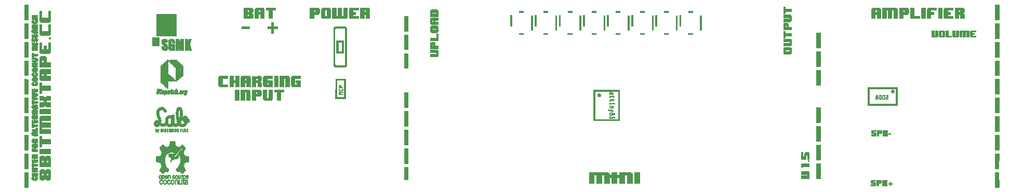
<source format=gto>
G04 #@! TF.GenerationSoftware,KiCad,Pcbnew,(5.1.2)-1*
G04 #@! TF.CreationDate,2019-05-03T00:29:47+03:00*
G04 #@! TF.ProjectId,braclet,62726163-6c65-4742-9e6b-696361645f70,rev?*
G04 #@! TF.SameCoordinates,Original*
G04 #@! TF.FileFunction,Legend,Top*
G04 #@! TF.FilePolarity,Positive*
%FSLAX46Y46*%
G04 Gerber Fmt 4.6, Leading zero omitted, Abs format (unit mm)*
G04 Created by KiCad (PCBNEW (5.1.2)-1) date 2019-05-03 00:29:47*
%MOMM*%
%LPD*%
G04 APERTURE LIST*
%ADD10C,0.010000*%
G04 APERTURE END LIST*
D10*
G36*
X-81375250Y-12350750D02*
G01*
X-81368774Y-14795500D01*
X-81991200Y-14795500D01*
X-81991200Y-12343948D01*
X-81375250Y-12350750D01*
X-81375250Y-12350750D01*
G37*
X-81375250Y-12350750D02*
X-81368774Y-14795500D01*
X-81991200Y-14795500D01*
X-81991200Y-12343948D01*
X-81375250Y-12350750D01*
G36*
X76803250Y-12350750D02*
G01*
X76809726Y-14795500D01*
X76187300Y-14795500D01*
X76187300Y-12343948D01*
X76803250Y-12350750D01*
X76803250Y-12350750D01*
G37*
X76803250Y-12350750D02*
X76809726Y-14795500D01*
X76187300Y-14795500D01*
X76187300Y-12343948D01*
X76803250Y-12350750D01*
G36*
X56711850Y-13595350D02*
G01*
X56719312Y-13779500D01*
X56235600Y-13779500D01*
X56235600Y-13944600D01*
X56629300Y-13944600D01*
X56629300Y-13989050D01*
X56631238Y-14018762D01*
X56642230Y-14031009D01*
X56670039Y-14033492D01*
X56674098Y-14033500D01*
X56718897Y-14033500D01*
X56715373Y-14214475D01*
X56711850Y-14395450D01*
X56670575Y-14399429D01*
X56642584Y-14404733D01*
X56631303Y-14418870D01*
X56629300Y-14447054D01*
X56629300Y-14490700D01*
X55905400Y-14490700D01*
X55905400Y-14300200D01*
X56388000Y-14300200D01*
X56388000Y-14135100D01*
X55981600Y-14135100D01*
X55981600Y-14090650D01*
X55979476Y-14060785D01*
X55968703Y-14048536D01*
X55943500Y-14046200D01*
X55905400Y-14046200D01*
X55905400Y-13677900D01*
X55943500Y-13677900D01*
X55969059Y-13675438D01*
X55979571Y-13662930D01*
X55981600Y-13633255D01*
X55981600Y-13588610D01*
X56711850Y-13595350D01*
X56711850Y-13595350D01*
G37*
X56711850Y-13595350D02*
X56719312Y-13779500D01*
X56235600Y-13779500D01*
X56235600Y-13944600D01*
X56629300Y-13944600D01*
X56629300Y-13989050D01*
X56631238Y-14018762D01*
X56642230Y-14031009D01*
X56670039Y-14033492D01*
X56674098Y-14033500D01*
X56718897Y-14033500D01*
X56715373Y-14214475D01*
X56711850Y-14395450D01*
X56670575Y-14399429D01*
X56642584Y-14404733D01*
X56631303Y-14418870D01*
X56629300Y-14447054D01*
X56629300Y-14490700D01*
X55905400Y-14490700D01*
X55905400Y-14300200D01*
X56388000Y-14300200D01*
X56388000Y-14135100D01*
X55981600Y-14135100D01*
X55981600Y-14090650D01*
X55979476Y-14060785D01*
X55968703Y-14048536D01*
X55943500Y-14046200D01*
X55905400Y-14046200D01*
X55905400Y-13677900D01*
X55943500Y-13677900D01*
X55969059Y-13675438D01*
X55979571Y-13662930D01*
X55981600Y-13633255D01*
X55981600Y-13588610D01*
X56711850Y-13595350D01*
G36*
X57569100Y-13633450D02*
G01*
X57571223Y-13663314D01*
X57581996Y-13675563D01*
X57607200Y-13677900D01*
X57645300Y-13677900D01*
X57645300Y-14046200D01*
X57607200Y-14046200D01*
X57581602Y-14048677D01*
X57571102Y-14061246D01*
X57569100Y-14090650D01*
X57569100Y-14135100D01*
X57176116Y-14135100D01*
X57169050Y-14484350D01*
X56845200Y-14491458D01*
X56845200Y-13779500D01*
X57175400Y-13779500D01*
X57175400Y-13944600D01*
X57315100Y-13944600D01*
X57315100Y-13779500D01*
X57175400Y-13779500D01*
X56845200Y-13779500D01*
X56845200Y-13589000D01*
X57569100Y-13589000D01*
X57569100Y-13633450D01*
X57569100Y-13633450D01*
G37*
X57569100Y-13633450D02*
X57571223Y-13663314D01*
X57581996Y-13675563D01*
X57607200Y-13677900D01*
X57645300Y-13677900D01*
X57645300Y-14046200D01*
X57607200Y-14046200D01*
X57581602Y-14048677D01*
X57571102Y-14061246D01*
X57569100Y-14090650D01*
X57569100Y-14135100D01*
X57176116Y-14135100D01*
X57169050Y-14484350D01*
X56845200Y-14491458D01*
X56845200Y-13779500D01*
X57175400Y-13779500D01*
X57175400Y-13944600D01*
X57315100Y-13944600D01*
X57315100Y-13779500D01*
X57175400Y-13779500D01*
X56845200Y-13779500D01*
X56845200Y-13589000D01*
X57569100Y-13589000D01*
X57569100Y-13633450D01*
G36*
X58102500Y-13944600D02*
G01*
X58254900Y-13944600D01*
X58254900Y-13589000D01*
X58572400Y-13589000D01*
X58572400Y-13957300D01*
X58496200Y-13957300D01*
X58496200Y-14122400D01*
X58572400Y-14122400D01*
X58572400Y-14490700D01*
X58254900Y-14490700D01*
X58254900Y-14135100D01*
X58102500Y-14135100D01*
X58102500Y-14490700D01*
X57772300Y-14490700D01*
X57772300Y-13589000D01*
X58102500Y-13589000D01*
X58102500Y-13944600D01*
X58102500Y-13944600D01*
G37*
X58102500Y-13944600D02*
X58254900Y-13944600D01*
X58254900Y-13589000D01*
X58572400Y-13589000D01*
X58572400Y-13957300D01*
X58496200Y-13957300D01*
X58496200Y-14122400D01*
X58572400Y-14122400D01*
X58572400Y-14490700D01*
X58254900Y-14490700D01*
X58254900Y-14135100D01*
X58102500Y-14135100D01*
X58102500Y-14490700D01*
X57772300Y-14490700D01*
X57772300Y-13589000D01*
X58102500Y-13589000D01*
X58102500Y-13944600D01*
G36*
X59182000Y-14084300D02*
G01*
X59397900Y-14084300D01*
X59397900Y-14236700D01*
X59182000Y-14236700D01*
X59182000Y-14490700D01*
X59042300Y-14490700D01*
X59042300Y-14236700D01*
X58826400Y-14236700D01*
X58826400Y-14084300D01*
X59042300Y-14084300D01*
X59042300Y-13843000D01*
X59182000Y-13843000D01*
X59182000Y-14084300D01*
X59182000Y-14084300D01*
G37*
X59182000Y-14084300D02*
X59397900Y-14084300D01*
X59397900Y-14236700D01*
X59182000Y-14236700D01*
X59182000Y-14490700D01*
X59042300Y-14490700D01*
X59042300Y-14236700D01*
X58826400Y-14236700D01*
X58826400Y-14084300D01*
X59042300Y-14084300D01*
X59042300Y-13843000D01*
X59182000Y-13843000D01*
X59182000Y-14084300D01*
G36*
X-59322209Y-12784439D02*
G01*
X-59291315Y-12795453D01*
X-59239990Y-12832322D01*
X-59203200Y-12887886D01*
X-59180411Y-12963242D01*
X-59171728Y-13042013D01*
X-59173311Y-13142839D01*
X-59189165Y-13224068D01*
X-59220080Y-13287633D01*
X-59266844Y-13335461D01*
X-59299880Y-13355901D01*
X-59351281Y-13369621D01*
X-59409197Y-13365216D01*
X-59463607Y-13343840D01*
X-59476050Y-13335566D01*
X-59512200Y-13308839D01*
X-59512200Y-13442569D01*
X-59512465Y-13502060D01*
X-59513874Y-13540658D01*
X-59517350Y-13562871D01*
X-59523814Y-13573205D01*
X-59534190Y-13576169D01*
X-59539569Y-13576300D01*
X-59558229Y-13577841D01*
X-59556814Y-13586784D01*
X-59545037Y-13600499D01*
X-59527707Y-13628829D01*
X-59509891Y-13671740D01*
X-59495216Y-13718748D01*
X-59487310Y-13759369D01*
X-59486800Y-13768818D01*
X-59491419Y-13783731D01*
X-59509422Y-13790648D01*
X-59542363Y-13792200D01*
X-59577464Y-13790603D01*
X-59595167Y-13782751D01*
X-59603418Y-13764048D01*
X-59605191Y-13755873D01*
X-59624524Y-13709128D01*
X-59658819Y-13667589D01*
X-59700527Y-13639286D01*
X-59720973Y-13632757D01*
X-59776790Y-13633264D01*
X-59823383Y-13656731D01*
X-59860069Y-13702200D01*
X-59886167Y-13768712D01*
X-59900997Y-13855309D01*
X-59903365Y-13889460D01*
X-59905279Y-13948119D01*
X-59903660Y-13989971D01*
X-59897315Y-14023501D01*
X-59885053Y-14057194D01*
X-59877358Y-14074511D01*
X-59840541Y-14132480D01*
X-59796003Y-14168297D01*
X-59747712Y-14182129D01*
X-59699639Y-14174139D01*
X-59655750Y-14144494D01*
X-59620015Y-14093359D01*
X-59607616Y-14063279D01*
X-59595151Y-14032794D01*
X-59579338Y-14017877D01*
X-59550995Y-14011962D01*
X-59534020Y-14010641D01*
X-59477143Y-14006832D01*
X-59487419Y-14061441D01*
X-59499130Y-14115015D01*
X-59512924Y-14154054D01*
X-59533173Y-14189320D01*
X-59547529Y-14209507D01*
X-59596864Y-14256011D01*
X-59660368Y-14286143D01*
X-59731685Y-14298487D01*
X-59804457Y-14291632D01*
X-59848859Y-14276514D01*
X-59913311Y-14236188D01*
X-59961916Y-14180196D01*
X-59995290Y-14107103D01*
X-60014054Y-14015472D01*
X-60018823Y-13903865D01*
X-60018281Y-13882626D01*
X-60015326Y-13818466D01*
X-60010589Y-13771959D01*
X-60002503Y-13735359D01*
X-59989499Y-13700919D01*
X-59975654Y-13672003D01*
X-59945710Y-13622405D01*
X-59910397Y-13578156D01*
X-59888873Y-13557801D01*
X-59860209Y-13537150D01*
X-59833753Y-13525502D01*
X-59800410Y-13520341D01*
X-59751085Y-13519150D01*
X-59749173Y-13519150D01*
X-59699442Y-13520573D01*
X-59656502Y-13524305D01*
X-59629675Y-13529530D01*
X-59601100Y-13539911D01*
X-59601100Y-13100125D01*
X-59508739Y-13100125D01*
X-59496679Y-13166674D01*
X-59469495Y-13225522D01*
X-59460436Y-13238092D01*
X-59424107Y-13266238D01*
X-59380516Y-13273461D01*
X-59336473Y-13259979D01*
X-59304285Y-13233026D01*
X-59275315Y-13185339D01*
X-59260869Y-13125985D01*
X-59259872Y-13050065D01*
X-59260940Y-13035434D01*
X-59276198Y-12964408D01*
X-59309294Y-12910700D01*
X-59351509Y-12877800D01*
X-59378706Y-12865779D01*
X-59401483Y-12868838D01*
X-59419490Y-12877930D01*
X-59461049Y-12914777D01*
X-59490236Y-12968125D01*
X-59506362Y-13031925D01*
X-59508739Y-13100125D01*
X-59601100Y-13100125D01*
X-59601100Y-12788900D01*
X-59556650Y-12788900D01*
X-59526294Y-12791535D01*
X-59513943Y-12802386D01*
X-59512200Y-12816513D01*
X-59512200Y-12844127D01*
X-59481241Y-12815042D01*
X-59436833Y-12789086D01*
X-59380758Y-12778569D01*
X-59322209Y-12784439D01*
X-59322209Y-12784439D01*
G37*
X-59322209Y-12784439D02*
X-59291315Y-12795453D01*
X-59239990Y-12832322D01*
X-59203200Y-12887886D01*
X-59180411Y-12963242D01*
X-59171728Y-13042013D01*
X-59173311Y-13142839D01*
X-59189165Y-13224068D01*
X-59220080Y-13287633D01*
X-59266844Y-13335461D01*
X-59299880Y-13355901D01*
X-59351281Y-13369621D01*
X-59409197Y-13365216D01*
X-59463607Y-13343840D01*
X-59476050Y-13335566D01*
X-59512200Y-13308839D01*
X-59512200Y-13442569D01*
X-59512465Y-13502060D01*
X-59513874Y-13540658D01*
X-59517350Y-13562871D01*
X-59523814Y-13573205D01*
X-59534190Y-13576169D01*
X-59539569Y-13576300D01*
X-59558229Y-13577841D01*
X-59556814Y-13586784D01*
X-59545037Y-13600499D01*
X-59527707Y-13628829D01*
X-59509891Y-13671740D01*
X-59495216Y-13718748D01*
X-59487310Y-13759369D01*
X-59486800Y-13768818D01*
X-59491419Y-13783731D01*
X-59509422Y-13790648D01*
X-59542363Y-13792200D01*
X-59577464Y-13790603D01*
X-59595167Y-13782751D01*
X-59603418Y-13764048D01*
X-59605191Y-13755873D01*
X-59624524Y-13709128D01*
X-59658819Y-13667589D01*
X-59700527Y-13639286D01*
X-59720973Y-13632757D01*
X-59776790Y-13633264D01*
X-59823383Y-13656731D01*
X-59860069Y-13702200D01*
X-59886167Y-13768712D01*
X-59900997Y-13855309D01*
X-59903365Y-13889460D01*
X-59905279Y-13948119D01*
X-59903660Y-13989971D01*
X-59897315Y-14023501D01*
X-59885053Y-14057194D01*
X-59877358Y-14074511D01*
X-59840541Y-14132480D01*
X-59796003Y-14168297D01*
X-59747712Y-14182129D01*
X-59699639Y-14174139D01*
X-59655750Y-14144494D01*
X-59620015Y-14093359D01*
X-59607616Y-14063279D01*
X-59595151Y-14032794D01*
X-59579338Y-14017877D01*
X-59550995Y-14011962D01*
X-59534020Y-14010641D01*
X-59477143Y-14006832D01*
X-59487419Y-14061441D01*
X-59499130Y-14115015D01*
X-59512924Y-14154054D01*
X-59533173Y-14189320D01*
X-59547529Y-14209507D01*
X-59596864Y-14256011D01*
X-59660368Y-14286143D01*
X-59731685Y-14298487D01*
X-59804457Y-14291632D01*
X-59848859Y-14276514D01*
X-59913311Y-14236188D01*
X-59961916Y-14180196D01*
X-59995290Y-14107103D01*
X-60014054Y-14015472D01*
X-60018823Y-13903865D01*
X-60018281Y-13882626D01*
X-60015326Y-13818466D01*
X-60010589Y-13771959D01*
X-60002503Y-13735359D01*
X-59989499Y-13700919D01*
X-59975654Y-13672003D01*
X-59945710Y-13622405D01*
X-59910397Y-13578156D01*
X-59888873Y-13557801D01*
X-59860209Y-13537150D01*
X-59833753Y-13525502D01*
X-59800410Y-13520341D01*
X-59751085Y-13519150D01*
X-59749173Y-13519150D01*
X-59699442Y-13520573D01*
X-59656502Y-13524305D01*
X-59629675Y-13529530D01*
X-59601100Y-13539911D01*
X-59601100Y-13100125D01*
X-59508739Y-13100125D01*
X-59496679Y-13166674D01*
X-59469495Y-13225522D01*
X-59460436Y-13238092D01*
X-59424107Y-13266238D01*
X-59380516Y-13273461D01*
X-59336473Y-13259979D01*
X-59304285Y-13233026D01*
X-59275315Y-13185339D01*
X-59260869Y-13125985D01*
X-59259872Y-13050065D01*
X-59260940Y-13035434D01*
X-59276198Y-12964408D01*
X-59309294Y-12910700D01*
X-59351509Y-12877800D01*
X-59378706Y-12865779D01*
X-59401483Y-12868838D01*
X-59419490Y-12877930D01*
X-59461049Y-12914777D01*
X-59490236Y-12968125D01*
X-59506362Y-13031925D01*
X-59508739Y-13100125D01*
X-59601100Y-13100125D01*
X-59601100Y-12788900D01*
X-59556650Y-12788900D01*
X-59526294Y-12791535D01*
X-59513943Y-12802386D01*
X-59512200Y-12816513D01*
X-59512200Y-12844127D01*
X-59481241Y-12815042D01*
X-59436833Y-12789086D01*
X-59380758Y-12778569D01*
X-59322209Y-12784439D01*
G36*
X-59035390Y-13528023D02*
G01*
X-58983282Y-13552776D01*
X-58931089Y-13601672D01*
X-58890624Y-13668427D01*
X-58862132Y-13748248D01*
X-58845855Y-13836339D01*
X-58842038Y-13927905D01*
X-58850925Y-14018151D01*
X-58872757Y-14102283D01*
X-58907780Y-14175504D01*
X-58949062Y-14226501D01*
X-59013947Y-14271202D01*
X-59090092Y-14295098D01*
X-59172881Y-14297208D01*
X-59229544Y-14286012D01*
X-59288351Y-14256275D01*
X-59338123Y-14205485D01*
X-59377466Y-14136813D01*
X-59404982Y-14053429D01*
X-59419277Y-13958506D01*
X-59419135Y-13907720D01*
X-59301414Y-13907720D01*
X-59294195Y-14003392D01*
X-59271951Y-14078937D01*
X-59234757Y-14134174D01*
X-59194222Y-14163655D01*
X-59155198Y-14180725D01*
X-59124970Y-14184025D01*
X-59091116Y-14173742D01*
X-59072995Y-14165497D01*
X-59026441Y-14131204D01*
X-58992678Y-14077712D01*
X-58970649Y-14003223D01*
X-58967684Y-13986429D01*
X-58960551Y-13898583D01*
X-58967373Y-13819060D01*
X-58986423Y-13750285D01*
X-59015973Y-13694687D01*
X-59054296Y-13654693D01*
X-59099664Y-13632729D01*
X-59150349Y-13631224D01*
X-59204625Y-13652603D01*
X-59205089Y-13652886D01*
X-59249903Y-13693920D01*
X-59280611Y-13754236D01*
X-59297549Y-13834718D01*
X-59301414Y-13907720D01*
X-59419135Y-13907720D01*
X-59418989Y-13855700D01*
X-59403451Y-13749391D01*
X-59374059Y-13663579D01*
X-59330182Y-13597073D01*
X-59271189Y-13548683D01*
X-59250198Y-13537400D01*
X-59182449Y-13516806D01*
X-59107724Y-13513860D01*
X-59035390Y-13528023D01*
X-59035390Y-13528023D01*
G37*
X-59035390Y-13528023D02*
X-58983282Y-13552776D01*
X-58931089Y-13601672D01*
X-58890624Y-13668427D01*
X-58862132Y-13748248D01*
X-58845855Y-13836339D01*
X-58842038Y-13927905D01*
X-58850925Y-14018151D01*
X-58872757Y-14102283D01*
X-58907780Y-14175504D01*
X-58949062Y-14226501D01*
X-59013947Y-14271202D01*
X-59090092Y-14295098D01*
X-59172881Y-14297208D01*
X-59229544Y-14286012D01*
X-59288351Y-14256275D01*
X-59338123Y-14205485D01*
X-59377466Y-14136813D01*
X-59404982Y-14053429D01*
X-59419277Y-13958506D01*
X-59419135Y-13907720D01*
X-59301414Y-13907720D01*
X-59294195Y-14003392D01*
X-59271951Y-14078937D01*
X-59234757Y-14134174D01*
X-59194222Y-14163655D01*
X-59155198Y-14180725D01*
X-59124970Y-14184025D01*
X-59091116Y-14173742D01*
X-59072995Y-14165497D01*
X-59026441Y-14131204D01*
X-58992678Y-14077712D01*
X-58970649Y-14003223D01*
X-58967684Y-13986429D01*
X-58960551Y-13898583D01*
X-58967373Y-13819060D01*
X-58986423Y-13750285D01*
X-59015973Y-13694687D01*
X-59054296Y-13654693D01*
X-59099664Y-13632729D01*
X-59150349Y-13631224D01*
X-59204625Y-13652603D01*
X-59205089Y-13652886D01*
X-59249903Y-13693920D01*
X-59280611Y-13754236D01*
X-59297549Y-13834718D01*
X-59301414Y-13907720D01*
X-59419135Y-13907720D01*
X-59418989Y-13855700D01*
X-59403451Y-13749391D01*
X-59374059Y-13663579D01*
X-59330182Y-13597073D01*
X-59271189Y-13548683D01*
X-59250198Y-13537400D01*
X-59182449Y-13516806D01*
X-59107724Y-13513860D01*
X-59035390Y-13528023D01*
G36*
X-58379930Y-13527443D02*
G01*
X-58324766Y-13556377D01*
X-58277626Y-13607086D01*
X-58242995Y-13675328D01*
X-58225495Y-13744575D01*
X-58218397Y-13792200D01*
X-58274259Y-13792200D01*
X-58309365Y-13790776D01*
X-58327796Y-13782422D01*
X-58338265Y-13761011D01*
X-58343168Y-13743747D01*
X-58368981Y-13686876D01*
X-58409638Y-13649858D01*
X-58463578Y-13633978D01*
X-58476840Y-13633450D01*
X-58533796Y-13644719D01*
X-58579081Y-13678055D01*
X-58612270Y-13732751D01*
X-58632940Y-13808100D01*
X-58640668Y-13903395D01*
X-58640697Y-13906764D01*
X-58639735Y-13966286D01*
X-58634836Y-14009705D01*
X-58624358Y-14046219D01*
X-58610075Y-14078214D01*
X-58572362Y-14134466D01*
X-58526932Y-14168726D01*
X-58476028Y-14179745D01*
X-58439325Y-14173290D01*
X-58387468Y-14143513D01*
X-58351096Y-14095685D01*
X-58336371Y-14051261D01*
X-58329556Y-14024415D01*
X-58317179Y-14011907D01*
X-58291174Y-14008284D01*
X-58272537Y-14008100D01*
X-58237758Y-14009565D01*
X-58221494Y-14016424D01*
X-58216918Y-14032371D01*
X-58216800Y-14038253D01*
X-58223545Y-14081715D01*
X-58241077Y-14134883D01*
X-58265345Y-14186849D01*
X-58281952Y-14213618D01*
X-58327182Y-14256631D01*
X-58387662Y-14285331D01*
X-58456864Y-14298474D01*
X-58528258Y-14294818D01*
X-58595085Y-14273235D01*
X-58649479Y-14233835D01*
X-58697360Y-14175193D01*
X-58733935Y-14103408D01*
X-58738576Y-14090650D01*
X-58747446Y-14048810D01*
X-58753034Y-13989734D01*
X-58755302Y-13921377D01*
X-58754214Y-13851696D01*
X-58749732Y-13788645D01*
X-58741819Y-13740179D01*
X-58740229Y-13734298D01*
X-58709978Y-13662130D01*
X-58666257Y-13598997D01*
X-58614186Y-13551607D01*
X-58590161Y-13537575D01*
X-58522256Y-13516421D01*
X-58449411Y-13513240D01*
X-58379930Y-13527443D01*
X-58379930Y-13527443D01*
G37*
X-58379930Y-13527443D02*
X-58324766Y-13556377D01*
X-58277626Y-13607086D01*
X-58242995Y-13675328D01*
X-58225495Y-13744575D01*
X-58218397Y-13792200D01*
X-58274259Y-13792200D01*
X-58309365Y-13790776D01*
X-58327796Y-13782422D01*
X-58338265Y-13761011D01*
X-58343168Y-13743747D01*
X-58368981Y-13686876D01*
X-58409638Y-13649858D01*
X-58463578Y-13633978D01*
X-58476840Y-13633450D01*
X-58533796Y-13644719D01*
X-58579081Y-13678055D01*
X-58612270Y-13732751D01*
X-58632940Y-13808100D01*
X-58640668Y-13903395D01*
X-58640697Y-13906764D01*
X-58639735Y-13966286D01*
X-58634836Y-14009705D01*
X-58624358Y-14046219D01*
X-58610075Y-14078214D01*
X-58572362Y-14134466D01*
X-58526932Y-14168726D01*
X-58476028Y-14179745D01*
X-58439325Y-14173290D01*
X-58387468Y-14143513D01*
X-58351096Y-14095685D01*
X-58336371Y-14051261D01*
X-58329556Y-14024415D01*
X-58317179Y-14011907D01*
X-58291174Y-14008284D01*
X-58272537Y-14008100D01*
X-58237758Y-14009565D01*
X-58221494Y-14016424D01*
X-58216918Y-14032371D01*
X-58216800Y-14038253D01*
X-58223545Y-14081715D01*
X-58241077Y-14134883D01*
X-58265345Y-14186849D01*
X-58281952Y-14213618D01*
X-58327182Y-14256631D01*
X-58387662Y-14285331D01*
X-58456864Y-14298474D01*
X-58528258Y-14294818D01*
X-58595085Y-14273235D01*
X-58649479Y-14233835D01*
X-58697360Y-14175193D01*
X-58733935Y-14103408D01*
X-58738576Y-14090650D01*
X-58747446Y-14048810D01*
X-58753034Y-13989734D01*
X-58755302Y-13921377D01*
X-58754214Y-13851696D01*
X-58749732Y-13788645D01*
X-58741819Y-13740179D01*
X-58740229Y-13734298D01*
X-58709978Y-13662130D01*
X-58666257Y-13598997D01*
X-58614186Y-13551607D01*
X-58590161Y-13537575D01*
X-58522256Y-13516421D01*
X-58449411Y-13513240D01*
X-58379930Y-13527443D01*
G36*
X-57794064Y-13519551D02*
G01*
X-57735282Y-13541961D01*
X-57683951Y-13583263D01*
X-57668366Y-13600450D01*
X-57629978Y-13654277D01*
X-57603841Y-13714117D01*
X-57588693Y-13785006D01*
X-57583270Y-13871976D01*
X-57584216Y-13935619D01*
X-57587352Y-14002065D01*
X-57591998Y-14049997D01*
X-57599432Y-14086301D01*
X-57610931Y-14117861D01*
X-57622412Y-14141450D01*
X-57646777Y-14182858D01*
X-57672635Y-14218784D01*
X-57685492Y-14232918D01*
X-57745389Y-14272510D01*
X-57817240Y-14294711D01*
X-57893512Y-14298423D01*
X-57966668Y-14282545D01*
X-57981850Y-14276196D01*
X-58034886Y-14244562D01*
X-58076326Y-14201493D01*
X-58112108Y-14140543D01*
X-58117755Y-14128591D01*
X-58130348Y-14098249D01*
X-58138749Y-14068007D01*
X-58143774Y-14031678D01*
X-58146234Y-13983073D01*
X-58146944Y-13916007D01*
X-58146950Y-13906500D01*
X-58146754Y-13881773D01*
X-58037700Y-13881773D01*
X-58034472Y-13968165D01*
X-58025498Y-14019530D01*
X-58000887Y-14087390D01*
X-57964230Y-14137684D01*
X-57918686Y-14168705D01*
X-57867409Y-14178746D01*
X-57813556Y-14166100D01*
X-57785000Y-14149582D01*
X-57748527Y-14114868D01*
X-57723510Y-14068480D01*
X-57708664Y-14006536D01*
X-57702703Y-13925152D01*
X-57702450Y-13900150D01*
X-57703205Y-13838767D01*
X-57706270Y-13795694D01*
X-57712844Y-13763862D01*
X-57724127Y-13736204D01*
X-57733106Y-13719635D01*
X-57773357Y-13669217D01*
X-57821889Y-13639443D01*
X-57874282Y-13631130D01*
X-57926119Y-13645093D01*
X-57967650Y-13676333D01*
X-58003279Y-13729870D01*
X-58026966Y-13800345D01*
X-58037700Y-13881773D01*
X-58146754Y-13881773D01*
X-58146395Y-13836823D01*
X-58144185Y-13786344D01*
X-58139509Y-13748878D01*
X-58131552Y-13718235D01*
X-58119501Y-13688230D01*
X-58117755Y-13684408D01*
X-58072782Y-13608312D01*
X-58017814Y-13555087D01*
X-57951238Y-13523625D01*
X-57871440Y-13512818D01*
X-57867649Y-13512800D01*
X-57794064Y-13519551D01*
X-57794064Y-13519551D01*
G37*
X-57794064Y-13519551D02*
X-57735282Y-13541961D01*
X-57683951Y-13583263D01*
X-57668366Y-13600450D01*
X-57629978Y-13654277D01*
X-57603841Y-13714117D01*
X-57588693Y-13785006D01*
X-57583270Y-13871976D01*
X-57584216Y-13935619D01*
X-57587352Y-14002065D01*
X-57591998Y-14049997D01*
X-57599432Y-14086301D01*
X-57610931Y-14117861D01*
X-57622412Y-14141450D01*
X-57646777Y-14182858D01*
X-57672635Y-14218784D01*
X-57685492Y-14232918D01*
X-57745389Y-14272510D01*
X-57817240Y-14294711D01*
X-57893512Y-14298423D01*
X-57966668Y-14282545D01*
X-57981850Y-14276196D01*
X-58034886Y-14244562D01*
X-58076326Y-14201493D01*
X-58112108Y-14140543D01*
X-58117755Y-14128591D01*
X-58130348Y-14098249D01*
X-58138749Y-14068007D01*
X-58143774Y-14031678D01*
X-58146234Y-13983073D01*
X-58146944Y-13916007D01*
X-58146950Y-13906500D01*
X-58146754Y-13881773D01*
X-58037700Y-13881773D01*
X-58034472Y-13968165D01*
X-58025498Y-14019530D01*
X-58000887Y-14087390D01*
X-57964230Y-14137684D01*
X-57918686Y-14168705D01*
X-57867409Y-14178746D01*
X-57813556Y-14166100D01*
X-57785000Y-14149582D01*
X-57748527Y-14114868D01*
X-57723510Y-14068480D01*
X-57708664Y-14006536D01*
X-57702703Y-13925152D01*
X-57702450Y-13900150D01*
X-57703205Y-13838767D01*
X-57706270Y-13795694D01*
X-57712844Y-13763862D01*
X-57724127Y-13736204D01*
X-57733106Y-13719635D01*
X-57773357Y-13669217D01*
X-57821889Y-13639443D01*
X-57874282Y-13631130D01*
X-57926119Y-13645093D01*
X-57967650Y-13676333D01*
X-58003279Y-13729870D01*
X-58026966Y-13800345D01*
X-58037700Y-13881773D01*
X-58146754Y-13881773D01*
X-58146395Y-13836823D01*
X-58144185Y-13786344D01*
X-58139509Y-13748878D01*
X-58131552Y-13718235D01*
X-58119501Y-13688230D01*
X-58117755Y-13684408D01*
X-58072782Y-13608312D01*
X-58017814Y-13555087D01*
X-57951238Y-13523625D01*
X-57871440Y-13512818D01*
X-57867649Y-13512800D01*
X-57794064Y-13519551D01*
G36*
X-56718200Y-14111653D02*
G01*
X-56681077Y-14148776D01*
X-56635398Y-14179812D01*
X-56586554Y-14185947D01*
X-56536374Y-14167186D01*
X-56511285Y-14148409D01*
X-56488279Y-14125369D01*
X-56470626Y-14099370D01*
X-56457645Y-14066847D01*
X-56448657Y-14024236D01*
X-56442982Y-13967975D01*
X-56439939Y-13894498D01*
X-56438849Y-13800241D01*
X-56438800Y-13768501D01*
X-56438800Y-13525500D01*
X-56324500Y-13525500D01*
X-56324500Y-14274800D01*
X-56375300Y-14274800D01*
X-56407848Y-14273363D01*
X-56422314Y-14265163D01*
X-56426004Y-14244366D01*
X-56426100Y-14234208D01*
X-56426100Y-14193617D01*
X-56467375Y-14233429D01*
X-56501591Y-14261666D01*
X-56536064Y-14283046D01*
X-56544402Y-14286721D01*
X-56604350Y-14298896D01*
X-56670071Y-14296153D01*
X-56728282Y-14279116D01*
X-56730647Y-14277955D01*
X-56767894Y-14251750D01*
X-56800583Y-14217003D01*
X-56803672Y-14212596D01*
X-56812513Y-14198525D01*
X-56819334Y-14183853D01*
X-56824395Y-14165263D01*
X-56827960Y-14139438D01*
X-56830290Y-14103060D01*
X-56831646Y-14052812D01*
X-56832292Y-13985376D01*
X-56832489Y-13897435D01*
X-56832500Y-13847471D01*
X-56832500Y-13525500D01*
X-56718200Y-13525500D01*
X-56718200Y-14111653D01*
X-56718200Y-14111653D01*
G37*
X-56718200Y-14111653D02*
X-56681077Y-14148776D01*
X-56635398Y-14179812D01*
X-56586554Y-14185947D01*
X-56536374Y-14167186D01*
X-56511285Y-14148409D01*
X-56488279Y-14125369D01*
X-56470626Y-14099370D01*
X-56457645Y-14066847D01*
X-56448657Y-14024236D01*
X-56442982Y-13967975D01*
X-56439939Y-13894498D01*
X-56438849Y-13800241D01*
X-56438800Y-13768501D01*
X-56438800Y-13525500D01*
X-56324500Y-13525500D01*
X-56324500Y-14274800D01*
X-56375300Y-14274800D01*
X-56407848Y-14273363D01*
X-56422314Y-14265163D01*
X-56426004Y-14244366D01*
X-56426100Y-14234208D01*
X-56426100Y-14193617D01*
X-56467375Y-14233429D01*
X-56501591Y-14261666D01*
X-56536064Y-14283046D01*
X-56544402Y-14286721D01*
X-56604350Y-14298896D01*
X-56670071Y-14296153D01*
X-56728282Y-14279116D01*
X-56730647Y-14277955D01*
X-56767894Y-14251750D01*
X-56800583Y-14217003D01*
X-56803672Y-14212596D01*
X-56812513Y-14198525D01*
X-56819334Y-14183853D01*
X-56824395Y-14165263D01*
X-56827960Y-14139438D01*
X-56830290Y-14103060D01*
X-56831646Y-14052812D01*
X-56832292Y-13985376D01*
X-56832489Y-13897435D01*
X-56832500Y-13847471D01*
X-56832500Y-13525500D01*
X-56718200Y-13525500D01*
X-56718200Y-14111653D01*
G36*
X-55921380Y-12777163D02*
G01*
X-55866507Y-12796447D01*
X-55819820Y-12834929D01*
X-55790641Y-12881237D01*
X-55771432Y-12928794D01*
X-55766565Y-12958583D01*
X-55776675Y-12974220D01*
X-55802394Y-12979320D01*
X-55807859Y-12979400D01*
X-55839204Y-12975172D01*
X-55858374Y-12957603D01*
X-55868184Y-12938358D01*
X-55897615Y-12894606D01*
X-55935902Y-12871952D01*
X-55979289Y-12872312D01*
X-55990137Y-12876075D01*
X-56023116Y-12898219D01*
X-56050165Y-12929844D01*
X-56050323Y-12930110D01*
X-56068052Y-12976333D01*
X-56078469Y-13036757D01*
X-56080609Y-13100988D01*
X-56073509Y-13158634D01*
X-56072055Y-13164377D01*
X-56049007Y-13216637D01*
X-56015576Y-13252710D01*
X-55976475Y-13272086D01*
X-55936419Y-13274261D01*
X-55900121Y-13258726D01*
X-55872296Y-13224974D01*
X-55859785Y-13187206D01*
X-55851435Y-13158040D01*
X-55835374Y-13146416D01*
X-55808737Y-13144500D01*
X-55779434Y-13146898D01*
X-55767672Y-13158325D01*
X-55765700Y-13179909D01*
X-55771518Y-13212603D01*
X-55786196Y-13253836D01*
X-55794275Y-13271044D01*
X-55834422Y-13326412D01*
X-55886728Y-13359483D01*
X-55951367Y-13370350D01*
X-55972075Y-13369395D01*
X-56032400Y-13364128D01*
X-56032400Y-13525500D01*
X-55930800Y-13525500D01*
X-55930800Y-13639800D01*
X-56032906Y-13639800D01*
X-56026050Y-14179550D01*
X-55977735Y-14183532D01*
X-55929419Y-14187515D01*
X-55933285Y-14240682D01*
X-55937150Y-14293850D01*
X-56004128Y-14297699D01*
X-56045989Y-14298335D01*
X-56073500Y-14291862D01*
X-56097451Y-14274785D01*
X-56108903Y-14263751D01*
X-56146700Y-14225953D01*
X-56146700Y-13639800D01*
X-56237061Y-13639800D01*
X-56233156Y-13585825D01*
X-56229107Y-13551690D01*
X-56219583Y-13535309D01*
X-56198626Y-13529042D01*
X-56187975Y-13527870D01*
X-56146700Y-13523890D01*
X-56146700Y-13429445D01*
X-56146326Y-13381257D01*
X-56143954Y-13353093D01*
X-56137713Y-13339576D01*
X-56125732Y-13335332D01*
X-56113822Y-13335000D01*
X-56080943Y-13335000D01*
X-56112377Y-13297642D01*
X-56142160Y-13245809D01*
X-56161733Y-13177722D01*
X-56170736Y-13100541D01*
X-56168810Y-13021425D01*
X-56155594Y-12947532D01*
X-56132859Y-12889777D01*
X-56090180Y-12833386D01*
X-56037711Y-12795745D01*
X-55979946Y-12776967D01*
X-55921380Y-12777163D01*
X-55921380Y-12777163D01*
G37*
X-55921380Y-12777163D02*
X-55866507Y-12796447D01*
X-55819820Y-12834929D01*
X-55790641Y-12881237D01*
X-55771432Y-12928794D01*
X-55766565Y-12958583D01*
X-55776675Y-12974220D01*
X-55802394Y-12979320D01*
X-55807859Y-12979400D01*
X-55839204Y-12975172D01*
X-55858374Y-12957603D01*
X-55868184Y-12938358D01*
X-55897615Y-12894606D01*
X-55935902Y-12871952D01*
X-55979289Y-12872312D01*
X-55990137Y-12876075D01*
X-56023116Y-12898219D01*
X-56050165Y-12929844D01*
X-56050323Y-12930110D01*
X-56068052Y-12976333D01*
X-56078469Y-13036757D01*
X-56080609Y-13100988D01*
X-56073509Y-13158634D01*
X-56072055Y-13164377D01*
X-56049007Y-13216637D01*
X-56015576Y-13252710D01*
X-55976475Y-13272086D01*
X-55936419Y-13274261D01*
X-55900121Y-13258726D01*
X-55872296Y-13224974D01*
X-55859785Y-13187206D01*
X-55851435Y-13158040D01*
X-55835374Y-13146416D01*
X-55808737Y-13144500D01*
X-55779434Y-13146898D01*
X-55767672Y-13158325D01*
X-55765700Y-13179909D01*
X-55771518Y-13212603D01*
X-55786196Y-13253836D01*
X-55794275Y-13271044D01*
X-55834422Y-13326412D01*
X-55886728Y-13359483D01*
X-55951367Y-13370350D01*
X-55972075Y-13369395D01*
X-56032400Y-13364128D01*
X-56032400Y-13525500D01*
X-55930800Y-13525500D01*
X-55930800Y-13639800D01*
X-56032906Y-13639800D01*
X-56026050Y-14179550D01*
X-55977735Y-14183532D01*
X-55929419Y-14187515D01*
X-55933285Y-14240682D01*
X-55937150Y-14293850D01*
X-56004128Y-14297699D01*
X-56045989Y-14298335D01*
X-56073500Y-14291862D01*
X-56097451Y-14274785D01*
X-56108903Y-14263751D01*
X-56146700Y-14225953D01*
X-56146700Y-13639800D01*
X-56237061Y-13639800D01*
X-56233156Y-13585825D01*
X-56229107Y-13551690D01*
X-56219583Y-13535309D01*
X-56198626Y-13529042D01*
X-56187975Y-13527870D01*
X-56146700Y-13523890D01*
X-56146700Y-13429445D01*
X-56146326Y-13381257D01*
X-56143954Y-13353093D01*
X-56137713Y-13339576D01*
X-56125732Y-13335332D01*
X-56113822Y-13335000D01*
X-56080943Y-13335000D01*
X-56112377Y-13297642D01*
X-56142160Y-13245809D01*
X-56161733Y-13177722D01*
X-56170736Y-13100541D01*
X-56168810Y-13021425D01*
X-56155594Y-12947532D01*
X-56132859Y-12889777D01*
X-56090180Y-12833386D01*
X-56037711Y-12795745D01*
X-55979946Y-12776967D01*
X-55921380Y-12777163D01*
G36*
X-55594939Y-13515053D02*
G01*
X-55518683Y-13528756D01*
X-55460804Y-13559673D01*
X-55420034Y-13608924D01*
X-55395101Y-13677626D01*
X-55391907Y-13693775D01*
X-55383550Y-13741400D01*
X-55447625Y-13741400D01*
X-55486117Y-13739987D01*
X-55505382Y-13734232D01*
X-55511508Y-13721852D01*
X-55511700Y-13717406D01*
X-55519407Y-13690393D01*
X-55535978Y-13663431D01*
X-55556295Y-13644699D01*
X-55583482Y-13635726D01*
X-55625978Y-13633450D01*
X-55668224Y-13635607D01*
X-55695509Y-13644606D01*
X-55718091Y-13664240D01*
X-55722350Y-13669083D01*
X-55748372Y-13707732D01*
X-55754089Y-13741352D01*
X-55738410Y-13771347D01*
X-55700244Y-13799121D01*
X-55638499Y-13826080D01*
X-55586988Y-13843281D01*
X-55507482Y-13871231D01*
X-55449593Y-13900462D01*
X-55409587Y-13933807D01*
X-55383729Y-13974102D01*
X-55372566Y-14006000D01*
X-55364796Y-14077270D01*
X-55377860Y-14146243D01*
X-55409366Y-14207168D01*
X-55456923Y-14254298D01*
X-55481992Y-14269027D01*
X-55527692Y-14283777D01*
X-55587217Y-14293348D01*
X-55649996Y-14296920D01*
X-55705455Y-14293672D01*
X-55730250Y-14288292D01*
X-55792969Y-14255707D01*
X-55841333Y-14205382D01*
X-55871511Y-14142546D01*
X-55880000Y-14084042D01*
X-55878272Y-14060622D01*
X-55868454Y-14049630D01*
X-55843596Y-14046383D01*
X-55823860Y-14046200D01*
X-55788480Y-14047785D01*
X-55770441Y-14055577D01*
X-55761738Y-14074132D01*
X-55759701Y-14082705D01*
X-55737411Y-14131642D01*
X-55696747Y-14163878D01*
X-55639566Y-14178075D01*
X-55626919Y-14178623D01*
X-55564859Y-14171049D01*
X-55520046Y-14147058D01*
X-55494207Y-14107863D01*
X-55488803Y-14081442D01*
X-55489506Y-14049693D01*
X-55500275Y-14025077D01*
X-55524743Y-14004669D01*
X-55566544Y-13985540D01*
X-55629312Y-13964763D01*
X-55636243Y-13962673D01*
X-55722460Y-13933255D01*
X-55785907Y-13902126D01*
X-55829187Y-13866395D01*
X-55854901Y-13823175D01*
X-55865653Y-13769574D01*
X-55864611Y-13709142D01*
X-55847906Y-13637202D01*
X-55811767Y-13580946D01*
X-55757382Y-13541229D01*
X-55685939Y-13518906D01*
X-55598624Y-13514832D01*
X-55594939Y-13515053D01*
X-55594939Y-13515053D01*
G37*
X-55594939Y-13515053D02*
X-55518683Y-13528756D01*
X-55460804Y-13559673D01*
X-55420034Y-13608924D01*
X-55395101Y-13677626D01*
X-55391907Y-13693775D01*
X-55383550Y-13741400D01*
X-55447625Y-13741400D01*
X-55486117Y-13739987D01*
X-55505382Y-13734232D01*
X-55511508Y-13721852D01*
X-55511700Y-13717406D01*
X-55519407Y-13690393D01*
X-55535978Y-13663431D01*
X-55556295Y-13644699D01*
X-55583482Y-13635726D01*
X-55625978Y-13633450D01*
X-55668224Y-13635607D01*
X-55695509Y-13644606D01*
X-55718091Y-13664240D01*
X-55722350Y-13669083D01*
X-55748372Y-13707732D01*
X-55754089Y-13741352D01*
X-55738410Y-13771347D01*
X-55700244Y-13799121D01*
X-55638499Y-13826080D01*
X-55586988Y-13843281D01*
X-55507482Y-13871231D01*
X-55449593Y-13900462D01*
X-55409587Y-13933807D01*
X-55383729Y-13974102D01*
X-55372566Y-14006000D01*
X-55364796Y-14077270D01*
X-55377860Y-14146243D01*
X-55409366Y-14207168D01*
X-55456923Y-14254298D01*
X-55481992Y-14269027D01*
X-55527692Y-14283777D01*
X-55587217Y-14293348D01*
X-55649996Y-14296920D01*
X-55705455Y-14293672D01*
X-55730250Y-14288292D01*
X-55792969Y-14255707D01*
X-55841333Y-14205382D01*
X-55871511Y-14142546D01*
X-55880000Y-14084042D01*
X-55878272Y-14060622D01*
X-55868454Y-14049630D01*
X-55843596Y-14046383D01*
X-55823860Y-14046200D01*
X-55788480Y-14047785D01*
X-55770441Y-14055577D01*
X-55761738Y-14074132D01*
X-55759701Y-14082705D01*
X-55737411Y-14131642D01*
X-55696747Y-14163878D01*
X-55639566Y-14178075D01*
X-55626919Y-14178623D01*
X-55564859Y-14171049D01*
X-55520046Y-14147058D01*
X-55494207Y-14107863D01*
X-55488803Y-14081442D01*
X-55489506Y-14049693D01*
X-55500275Y-14025077D01*
X-55524743Y-14004669D01*
X-55566544Y-13985540D01*
X-55629312Y-13964763D01*
X-55636243Y-13962673D01*
X-55722460Y-13933255D01*
X-55785907Y-13902126D01*
X-55829187Y-13866395D01*
X-55854901Y-13823175D01*
X-55865653Y-13769574D01*
X-55864611Y-13709142D01*
X-55847906Y-13637202D01*
X-55811767Y-13580946D01*
X-55757382Y-13541229D01*
X-55685939Y-13518906D01*
X-55598624Y-13514832D01*
X-55594939Y-13515053D01*
G36*
X-57087067Y-13523334D02*
G01*
X-57029180Y-13554450D01*
X-56986677Y-13605418D01*
X-56981745Y-13614653D01*
X-56974648Y-13631567D01*
X-56969215Y-13652721D01*
X-56965233Y-13681505D01*
X-56962488Y-13721308D01*
X-56960765Y-13775521D01*
X-56959851Y-13847532D01*
X-56959532Y-13940732D01*
X-56959520Y-13966825D01*
X-56959500Y-14274800D01*
X-57073800Y-14274800D01*
X-57073800Y-13701346D01*
X-57110924Y-13664223D01*
X-57156967Y-13633086D01*
X-57206287Y-13625731D01*
X-57255467Y-13641436D01*
X-57301093Y-13679479D01*
X-57323038Y-13709037D01*
X-57331295Y-13724804D01*
X-57337658Y-13745193D01*
X-57342501Y-13773884D01*
X-57346194Y-13814555D01*
X-57349109Y-13870888D01*
X-57351619Y-13946561D01*
X-57353200Y-14007487D01*
X-57359550Y-14268450D01*
X-57467500Y-14276260D01*
X-57467500Y-13525500D01*
X-57416700Y-13525500D01*
X-57384181Y-13526794D01*
X-57369731Y-13535191D01*
X-57366020Y-13557464D01*
X-57365900Y-13572441D01*
X-57365900Y-13619382D01*
X-57324625Y-13580315D01*
X-57280217Y-13542935D01*
X-57239523Y-13522194D01*
X-57191924Y-13513761D01*
X-57159064Y-13512800D01*
X-57087067Y-13523334D01*
X-57087067Y-13523334D01*
G37*
X-57087067Y-13523334D02*
X-57029180Y-13554450D01*
X-56986677Y-13605418D01*
X-56981745Y-13614653D01*
X-56974648Y-13631567D01*
X-56969215Y-13652721D01*
X-56965233Y-13681505D01*
X-56962488Y-13721308D01*
X-56960765Y-13775521D01*
X-56959851Y-13847532D01*
X-56959532Y-13940732D01*
X-56959520Y-13966825D01*
X-56959500Y-14274800D01*
X-57073800Y-14274800D01*
X-57073800Y-13701346D01*
X-57110924Y-13664223D01*
X-57156967Y-13633086D01*
X-57206287Y-13625731D01*
X-57255467Y-13641436D01*
X-57301093Y-13679479D01*
X-57323038Y-13709037D01*
X-57331295Y-13724804D01*
X-57337658Y-13745193D01*
X-57342501Y-13773884D01*
X-57346194Y-13814555D01*
X-57349109Y-13870888D01*
X-57351619Y-13946561D01*
X-57353200Y-14007487D01*
X-57359550Y-14268450D01*
X-57467500Y-14276260D01*
X-57467500Y-13525500D01*
X-57416700Y-13525500D01*
X-57384181Y-13526794D01*
X-57369731Y-13535191D01*
X-57366020Y-13557464D01*
X-57365900Y-13572441D01*
X-57365900Y-13619382D01*
X-57324625Y-13580315D01*
X-57280217Y-13542935D01*
X-57239523Y-13522194D01*
X-57191924Y-13513761D01*
X-57159064Y-13512800D01*
X-57087067Y-13523334D01*
G36*
X13119100Y-12534900D02*
G01*
X13322300Y-12534900D01*
X13322300Y-12776200D01*
X13716000Y-12776200D01*
X13716000Y-12357100D01*
X14554200Y-12357100D01*
X14554200Y-12776200D01*
X14960600Y-12776200D01*
X14960600Y-12357100D01*
X16827500Y-12357100D01*
X16827500Y-12534900D01*
X17030700Y-12534900D01*
X17030700Y-14135100D01*
X16192500Y-14135100D01*
X16192500Y-12725400D01*
X15786100Y-12725400D01*
X15786100Y-14135100D01*
X14960600Y-14135100D01*
X14960600Y-13182600D01*
X14554200Y-13182600D01*
X14554200Y-14135100D01*
X13716000Y-14135100D01*
X13716000Y-13182600D01*
X13322300Y-13182600D01*
X13322300Y-14135100D01*
X12484100Y-14135100D01*
X12484100Y-12725400D01*
X12090400Y-12725400D01*
X12090400Y-14135100D01*
X11252200Y-14135100D01*
X11252200Y-12725400D01*
X10845800Y-12725400D01*
X10845800Y-14135100D01*
X10007600Y-14135100D01*
X10007600Y-12357100D01*
X13119100Y-12357100D01*
X13119100Y-12534900D01*
X13119100Y-12534900D01*
G37*
X13119100Y-12534900D02*
X13322300Y-12534900D01*
X13322300Y-12776200D01*
X13716000Y-12776200D01*
X13716000Y-12357100D01*
X14554200Y-12357100D01*
X14554200Y-12776200D01*
X14960600Y-12776200D01*
X14960600Y-12357100D01*
X16827500Y-12357100D01*
X16827500Y-12534900D01*
X17030700Y-12534900D01*
X17030700Y-14135100D01*
X16192500Y-14135100D01*
X16192500Y-12725400D01*
X15786100Y-12725400D01*
X15786100Y-14135100D01*
X14960600Y-14135100D01*
X14960600Y-13182600D01*
X14554200Y-13182600D01*
X14554200Y-14135100D01*
X13716000Y-14135100D01*
X13716000Y-13182600D01*
X13322300Y-13182600D01*
X13322300Y-14135100D01*
X12484100Y-14135100D01*
X12484100Y-12725400D01*
X12090400Y-12725400D01*
X12090400Y-14135100D01*
X11252200Y-14135100D01*
X11252200Y-12725400D01*
X10845800Y-12725400D01*
X10845800Y-14135100D01*
X10007600Y-14135100D01*
X10007600Y-12357100D01*
X13119100Y-12357100D01*
X13119100Y-12534900D01*
G36*
X18262600Y-14135100D02*
G01*
X17424400Y-14135100D01*
X17424400Y-12357100D01*
X18262600Y-12357100D01*
X18262600Y-14135100D01*
X18262600Y-14135100D01*
G37*
X18262600Y-14135100D02*
X17424400Y-14135100D01*
X17424400Y-12357100D01*
X18262600Y-12357100D01*
X18262600Y-14135100D01*
G36*
X-80111460Y-12980796D02*
G01*
X-80085192Y-12982419D01*
X-80002246Y-12996801D01*
X-79937231Y-13027462D01*
X-79889300Y-13075461D01*
X-79857605Y-13141861D01*
X-79841301Y-13227722D01*
X-79838550Y-13291477D01*
X-79839274Y-13348424D01*
X-79842497Y-13387549D01*
X-79849800Y-13416416D01*
X-79862762Y-13442586D01*
X-79873720Y-13459850D01*
X-79933687Y-13527968D01*
X-80012591Y-13581741D01*
X-80107888Y-13620378D01*
X-80217031Y-13643087D01*
X-80337478Y-13649078D01*
X-80452051Y-13639716D01*
X-80572215Y-13616185D01*
X-80669716Y-13582143D01*
X-80745283Y-13536979D01*
X-80799644Y-13480081D01*
X-80833529Y-13410836D01*
X-80847665Y-13328633D01*
X-80848200Y-13307096D01*
X-80838054Y-13217997D01*
X-80809100Y-13141123D01*
X-80763570Y-13079010D01*
X-80703694Y-13034194D01*
X-80631702Y-13009214D01*
X-80582448Y-13004800D01*
X-80537846Y-13007953D01*
X-80504816Y-13020658D01*
X-80473992Y-13044215D01*
X-80444998Y-13073696D01*
X-80431963Y-13101694D01*
X-80429148Y-13136290D01*
X-80438602Y-13193097D01*
X-80463893Y-13243395D01*
X-80500571Y-13279360D01*
X-80514831Y-13286927D01*
X-80532353Y-13295228D01*
X-80534149Y-13300673D01*
X-80517131Y-13305034D01*
X-80478213Y-13310086D01*
X-80473550Y-13310632D01*
X-80422889Y-13315118D01*
X-80359452Y-13318740D01*
X-80295864Y-13320799D01*
X-80287781Y-13320921D01*
X-80223114Y-13320240D01*
X-80181141Y-13314609D01*
X-80160936Y-13301529D01*
X-80161577Y-13278499D01*
X-80182138Y-13243022D01*
X-80221695Y-13192596D01*
X-80234632Y-13177139D01*
X-80265958Y-13130715D01*
X-80275286Y-13088176D01*
X-80263666Y-13042733D01*
X-80257420Y-13029753D01*
X-80238491Y-13003702D01*
X-80211094Y-12987749D01*
X-80170370Y-12980558D01*
X-80111460Y-12980796D01*
X-80111460Y-12980796D01*
G37*
X-80111460Y-12980796D02*
X-80085192Y-12982419D01*
X-80002246Y-12996801D01*
X-79937231Y-13027462D01*
X-79889300Y-13075461D01*
X-79857605Y-13141861D01*
X-79841301Y-13227722D01*
X-79838550Y-13291477D01*
X-79839274Y-13348424D01*
X-79842497Y-13387549D01*
X-79849800Y-13416416D01*
X-79862762Y-13442586D01*
X-79873720Y-13459850D01*
X-79933687Y-13527968D01*
X-80012591Y-13581741D01*
X-80107888Y-13620378D01*
X-80217031Y-13643087D01*
X-80337478Y-13649078D01*
X-80452051Y-13639716D01*
X-80572215Y-13616185D01*
X-80669716Y-13582143D01*
X-80745283Y-13536979D01*
X-80799644Y-13480081D01*
X-80833529Y-13410836D01*
X-80847665Y-13328633D01*
X-80848200Y-13307096D01*
X-80838054Y-13217997D01*
X-80809100Y-13141123D01*
X-80763570Y-13079010D01*
X-80703694Y-13034194D01*
X-80631702Y-13009214D01*
X-80582448Y-13004800D01*
X-80537846Y-13007953D01*
X-80504816Y-13020658D01*
X-80473992Y-13044215D01*
X-80444998Y-13073696D01*
X-80431963Y-13101694D01*
X-80429148Y-13136290D01*
X-80438602Y-13193097D01*
X-80463893Y-13243395D01*
X-80500571Y-13279360D01*
X-80514831Y-13286927D01*
X-80532353Y-13295228D01*
X-80534149Y-13300673D01*
X-80517131Y-13305034D01*
X-80478213Y-13310086D01*
X-80473550Y-13310632D01*
X-80422889Y-13315118D01*
X-80359452Y-13318740D01*
X-80295864Y-13320799D01*
X-80287781Y-13320921D01*
X-80223114Y-13320240D01*
X-80181141Y-13314609D01*
X-80160936Y-13301529D01*
X-80161577Y-13278499D01*
X-80182138Y-13243022D01*
X-80221695Y-13192596D01*
X-80234632Y-13177139D01*
X-80265958Y-13130715D01*
X-80275286Y-13088176D01*
X-80263666Y-13042733D01*
X-80257420Y-13029753D01*
X-80238491Y-13003702D01*
X-80211094Y-12987749D01*
X-80170370Y-12980558D01*
X-80111460Y-12980796D01*
G36*
X-78816200Y-11963400D02*
G01*
X-78460600Y-11963400D01*
X-78460600Y-11785600D01*
X-77901800Y-11785600D01*
X-77901800Y-11963400D01*
X-77724000Y-11963400D01*
X-77724000Y-13423900D01*
X-77901800Y-13423900D01*
X-77901800Y-13601700D01*
X-78460600Y-13601700D01*
X-78460600Y-13423900D01*
X-78816200Y-13423900D01*
X-78816200Y-13601700D01*
X-79362300Y-13601700D01*
X-79362300Y-13423900D01*
X-79540100Y-13423900D01*
X-79540100Y-12522200D01*
X-79171800Y-12522200D01*
X-79171800Y-12865100D01*
X-78828900Y-12865100D01*
X-78828900Y-12522200D01*
X-78447900Y-12522200D01*
X-78447900Y-12865100D01*
X-78105000Y-12865100D01*
X-78105000Y-12522200D01*
X-78447900Y-12522200D01*
X-78828900Y-12522200D01*
X-79171800Y-12522200D01*
X-79540100Y-12522200D01*
X-79540100Y-11963400D01*
X-79362300Y-11963400D01*
X-79362300Y-11785600D01*
X-78816200Y-11785600D01*
X-78816200Y-11963400D01*
X-78816200Y-11963400D01*
G37*
X-78816200Y-11963400D02*
X-78460600Y-11963400D01*
X-78460600Y-11785600D01*
X-77901800Y-11785600D01*
X-77901800Y-11963400D01*
X-77724000Y-11963400D01*
X-77724000Y-13423900D01*
X-77901800Y-13423900D01*
X-77901800Y-13601700D01*
X-78460600Y-13601700D01*
X-78460600Y-13423900D01*
X-78816200Y-13423900D01*
X-78816200Y-13601700D01*
X-79362300Y-13601700D01*
X-79362300Y-13423900D01*
X-79540100Y-13423900D01*
X-79540100Y-12522200D01*
X-79171800Y-12522200D01*
X-79171800Y-12865100D01*
X-78828900Y-12865100D01*
X-78828900Y-12522200D01*
X-78447900Y-12522200D01*
X-78447900Y-12865100D01*
X-78105000Y-12865100D01*
X-78105000Y-12522200D01*
X-78447900Y-12522200D01*
X-78828900Y-12522200D01*
X-79171800Y-12522200D01*
X-79540100Y-12522200D01*
X-79540100Y-11963400D01*
X-79362300Y-11963400D01*
X-79362300Y-11785600D01*
X-78816200Y-11785600D01*
X-78816200Y-11963400D01*
G36*
X-19507200Y-13474700D02*
G01*
X-20116800Y-13474700D01*
X-20116800Y-11455400D01*
X-19507200Y-11455400D01*
X-19507200Y-13474700D01*
X-19507200Y-13474700D01*
G37*
X-19507200Y-13474700D02*
X-20116800Y-13474700D01*
X-20116800Y-11455400D01*
X-19507200Y-11455400D01*
X-19507200Y-13474700D01*
G36*
X-59821642Y-12788078D02*
G01*
X-59773071Y-12807316D01*
X-59734769Y-12844239D01*
X-59703107Y-12897284D01*
X-59687103Y-12933646D01*
X-59677498Y-12969682D01*
X-59672760Y-13013955D01*
X-59671357Y-13074749D01*
X-59672223Y-13134660D01*
X-59676334Y-13177736D01*
X-59685204Y-13212483D01*
X-59700348Y-13247409D01*
X-59703044Y-13252775D01*
X-59743110Y-13307798D01*
X-59797114Y-13348528D01*
X-59858253Y-13370509D01*
X-59886850Y-13373100D01*
X-59921942Y-13367264D01*
X-59964856Y-13352545D01*
X-59982241Y-13344525D01*
X-60033372Y-13308935D01*
X-60069410Y-13260190D01*
X-60091666Y-13195350D01*
X-60101448Y-13111479D01*
X-60102169Y-13075549D01*
X-60101664Y-13048875D01*
X-60010443Y-13048875D01*
X-60008923Y-13112524D01*
X-59999695Y-13170892D01*
X-59990623Y-13198888D01*
X-59961845Y-13241087D01*
X-59922133Y-13266451D01*
X-59877755Y-13274010D01*
X-59834976Y-13262792D01*
X-59800062Y-13231825D01*
X-59797979Y-13228747D01*
X-59773658Y-13172922D01*
X-59761562Y-13103909D01*
X-59763053Y-13031479D01*
X-59767099Y-13006819D01*
X-59788455Y-12943015D01*
X-59819961Y-12897892D01*
X-59858129Y-12872416D01*
X-59899468Y-12867550D01*
X-59940490Y-12884261D01*
X-59977707Y-12923513D01*
X-59990391Y-12945051D01*
X-60004262Y-12989773D01*
X-60010443Y-13048875D01*
X-60101664Y-13048875D01*
X-60101020Y-13014864D01*
X-60096572Y-12970994D01*
X-60087321Y-12935420D01*
X-60071760Y-12899620D01*
X-60070708Y-12897510D01*
X-60036236Y-12840742D01*
X-59997426Y-12805315D01*
X-59947915Y-12787252D01*
X-59886850Y-12782550D01*
X-59821642Y-12788078D01*
X-59821642Y-12788078D01*
G37*
X-59821642Y-12788078D02*
X-59773071Y-12807316D01*
X-59734769Y-12844239D01*
X-59703107Y-12897284D01*
X-59687103Y-12933646D01*
X-59677498Y-12969682D01*
X-59672760Y-13013955D01*
X-59671357Y-13074749D01*
X-59672223Y-13134660D01*
X-59676334Y-13177736D01*
X-59685204Y-13212483D01*
X-59700348Y-13247409D01*
X-59703044Y-13252775D01*
X-59743110Y-13307798D01*
X-59797114Y-13348528D01*
X-59858253Y-13370509D01*
X-59886850Y-13373100D01*
X-59921942Y-13367264D01*
X-59964856Y-13352545D01*
X-59982241Y-13344525D01*
X-60033372Y-13308935D01*
X-60069410Y-13260190D01*
X-60091666Y-13195350D01*
X-60101448Y-13111479D01*
X-60102169Y-13075549D01*
X-60101664Y-13048875D01*
X-60010443Y-13048875D01*
X-60008923Y-13112524D01*
X-59999695Y-13170892D01*
X-59990623Y-13198888D01*
X-59961845Y-13241087D01*
X-59922133Y-13266451D01*
X-59877755Y-13274010D01*
X-59834976Y-13262792D01*
X-59800062Y-13231825D01*
X-59797979Y-13228747D01*
X-59773658Y-13172922D01*
X-59761562Y-13103909D01*
X-59763053Y-13031479D01*
X-59767099Y-13006819D01*
X-59788455Y-12943015D01*
X-59819961Y-12897892D01*
X-59858129Y-12872416D01*
X-59899468Y-12867550D01*
X-59940490Y-12884261D01*
X-59977707Y-12923513D01*
X-59990391Y-12945051D01*
X-60004262Y-12989773D01*
X-60010443Y-13048875D01*
X-60101664Y-13048875D01*
X-60101020Y-13014864D01*
X-60096572Y-12970994D01*
X-60087321Y-12935420D01*
X-60071760Y-12899620D01*
X-60070708Y-12897510D01*
X-60036236Y-12840742D01*
X-59997426Y-12805315D01*
X-59947915Y-12787252D01*
X-59886850Y-12782550D01*
X-59821642Y-12788078D01*
G36*
X-58803369Y-12796356D02*
G01*
X-58746640Y-12837440D01*
X-58721950Y-12866082D01*
X-58696181Y-12917086D01*
X-58679640Y-12984605D01*
X-58674303Y-13052425D01*
X-58674000Y-13106400D01*
X-58845450Y-13106400D01*
X-58914285Y-13106574D01*
X-58961704Y-13107510D01*
X-58991690Y-13109828D01*
X-59008228Y-13114146D01*
X-59015299Y-13121085D01*
X-59016889Y-13131262D01*
X-59016900Y-13133055D01*
X-59011535Y-13162025D01*
X-58998352Y-13198585D01*
X-58995662Y-13204468D01*
X-58964683Y-13246049D01*
X-58923692Y-13269760D01*
X-58878763Y-13275451D01*
X-58835970Y-13262971D01*
X-58801385Y-13232172D01*
X-58788948Y-13209562D01*
X-58773299Y-13181961D01*
X-58750825Y-13171233D01*
X-58728022Y-13169900D01*
X-58698575Y-13171406D01*
X-58688163Y-13180730D01*
X-58690431Y-13205077D01*
X-58691610Y-13211175D01*
X-58715322Y-13271195D01*
X-58757385Y-13319666D01*
X-58812291Y-13353755D01*
X-58874533Y-13370630D01*
X-58938604Y-13367459D01*
X-58973080Y-13355939D01*
X-59021872Y-13322217D01*
X-59063766Y-13272302D01*
X-59091191Y-13215391D01*
X-59092542Y-13210780D01*
X-59099374Y-13173082D01*
X-59104118Y-13121871D01*
X-59105659Y-13074650D01*
X-59102694Y-13017500D01*
X-59019654Y-13017500D01*
X-58890421Y-13017500D01*
X-58832256Y-13017307D01*
X-58795212Y-13016051D01*
X-58775008Y-13012717D01*
X-58767367Y-13006290D01*
X-58768007Y-12995753D01*
X-58770004Y-12988925D01*
X-58795512Y-12928797D01*
X-58828960Y-12890599D01*
X-58851202Y-12878048D01*
X-58899288Y-12870269D01*
X-58944161Y-12885137D01*
X-58981700Y-12919915D01*
X-59007785Y-12971866D01*
X-59011353Y-12984427D01*
X-59019654Y-13017500D01*
X-59102694Y-13017500D01*
X-59101292Y-12990481D01*
X-59087255Y-12925035D01*
X-59062142Y-12873017D01*
X-59046650Y-12852338D01*
X-58992204Y-12804920D01*
X-58930565Y-12779909D01*
X-58866148Y-12777116D01*
X-58803369Y-12796356D01*
X-58803369Y-12796356D01*
G37*
X-58803369Y-12796356D02*
X-58746640Y-12837440D01*
X-58721950Y-12866082D01*
X-58696181Y-12917086D01*
X-58679640Y-12984605D01*
X-58674303Y-13052425D01*
X-58674000Y-13106400D01*
X-58845450Y-13106400D01*
X-58914285Y-13106574D01*
X-58961704Y-13107510D01*
X-58991690Y-13109828D01*
X-59008228Y-13114146D01*
X-59015299Y-13121085D01*
X-59016889Y-13131262D01*
X-59016900Y-13133055D01*
X-59011535Y-13162025D01*
X-58998352Y-13198585D01*
X-58995662Y-13204468D01*
X-58964683Y-13246049D01*
X-58923692Y-13269760D01*
X-58878763Y-13275451D01*
X-58835970Y-13262971D01*
X-58801385Y-13232172D01*
X-58788948Y-13209562D01*
X-58773299Y-13181961D01*
X-58750825Y-13171233D01*
X-58728022Y-13169900D01*
X-58698575Y-13171406D01*
X-58688163Y-13180730D01*
X-58690431Y-13205077D01*
X-58691610Y-13211175D01*
X-58715322Y-13271195D01*
X-58757385Y-13319666D01*
X-58812291Y-13353755D01*
X-58874533Y-13370630D01*
X-58938604Y-13367459D01*
X-58973080Y-13355939D01*
X-59021872Y-13322217D01*
X-59063766Y-13272302D01*
X-59091191Y-13215391D01*
X-59092542Y-13210780D01*
X-59099374Y-13173082D01*
X-59104118Y-13121871D01*
X-59105659Y-13074650D01*
X-59102694Y-13017500D01*
X-59019654Y-13017500D01*
X-58890421Y-13017500D01*
X-58832256Y-13017307D01*
X-58795212Y-13016051D01*
X-58775008Y-13012717D01*
X-58767367Y-13006290D01*
X-58768007Y-12995753D01*
X-58770004Y-12988925D01*
X-58795512Y-12928797D01*
X-58828960Y-12890599D01*
X-58851202Y-12878048D01*
X-58899288Y-12870269D01*
X-58944161Y-12885137D01*
X-58981700Y-12919915D01*
X-59007785Y-12971866D01*
X-59011353Y-12984427D01*
X-59019654Y-13017500D01*
X-59102694Y-13017500D01*
X-59101292Y-12990481D01*
X-59087255Y-12925035D01*
X-59062142Y-12873017D01*
X-59046650Y-12852338D01*
X-58992204Y-12804920D01*
X-58930565Y-12779909D01*
X-58866148Y-12777116D01*
X-58803369Y-12796356D01*
G36*
X-57634448Y-12781958D02*
G01*
X-57585786Y-12800967D01*
X-57549608Y-12828657D01*
X-57527173Y-12862989D01*
X-57512444Y-12912725D01*
X-57508027Y-12939118D01*
X-57514134Y-12950865D01*
X-57536809Y-12953898D01*
X-57554508Y-12954000D01*
X-57588228Y-12951729D01*
X-57604228Y-12942369D01*
X-57609492Y-12925849D01*
X-57624768Y-12892682D01*
X-57654486Y-12873760D01*
X-57691870Y-12869370D01*
X-57730140Y-12879798D01*
X-57762519Y-12905332D01*
X-57771823Y-12918974D01*
X-57783787Y-12944770D01*
X-57780376Y-12962040D01*
X-57765866Y-12978046D01*
X-57741318Y-12993738D01*
X-57700650Y-13011805D01*
X-57652388Y-13028491D01*
X-57649378Y-13029384D01*
X-57577936Y-13056417D01*
X-57529436Y-13089834D01*
X-57501788Y-13131709D01*
X-57492902Y-13184120D01*
X-57492900Y-13184830D01*
X-57503180Y-13253608D01*
X-57533777Y-13307483D01*
X-57584326Y-13345823D01*
X-57586991Y-13347138D01*
X-57660949Y-13369357D01*
X-57737610Y-13367209D01*
X-57787586Y-13352272D01*
X-57827099Y-13324311D01*
X-57860555Y-13280340D01*
X-57881969Y-13229751D01*
X-57886600Y-13196873D01*
X-57883497Y-13178372D01*
X-57869408Y-13171466D01*
X-57838975Y-13172308D01*
X-57805664Y-13178394D01*
X-57790498Y-13192087D01*
X-57787466Y-13203498D01*
X-57770341Y-13241330D01*
X-57734152Y-13266118D01*
X-57683400Y-13274963D01*
X-57633776Y-13266543D01*
X-57598641Y-13243449D01*
X-57582401Y-13208934D01*
X-57581800Y-13199974D01*
X-57590154Y-13172798D01*
X-57616978Y-13149284D01*
X-57664916Y-13127607D01*
X-57705739Y-13114483D01*
X-57775394Y-13089906D01*
X-57823191Y-13062259D01*
X-57852664Y-13029123D01*
X-57862538Y-13007096D01*
X-57870985Y-12946321D01*
X-57860570Y-12883727D01*
X-57841743Y-12843645D01*
X-57805206Y-12809052D01*
X-57753328Y-12786381D01*
X-57693833Y-12776920D01*
X-57634448Y-12781958D01*
X-57634448Y-12781958D01*
G37*
X-57634448Y-12781958D02*
X-57585786Y-12800967D01*
X-57549608Y-12828657D01*
X-57527173Y-12862989D01*
X-57512444Y-12912725D01*
X-57508027Y-12939118D01*
X-57514134Y-12950865D01*
X-57536809Y-12953898D01*
X-57554508Y-12954000D01*
X-57588228Y-12951729D01*
X-57604228Y-12942369D01*
X-57609492Y-12925849D01*
X-57624768Y-12892682D01*
X-57654486Y-12873760D01*
X-57691870Y-12869370D01*
X-57730140Y-12879798D01*
X-57762519Y-12905332D01*
X-57771823Y-12918974D01*
X-57783787Y-12944770D01*
X-57780376Y-12962040D01*
X-57765866Y-12978046D01*
X-57741318Y-12993738D01*
X-57700650Y-13011805D01*
X-57652388Y-13028491D01*
X-57649378Y-13029384D01*
X-57577936Y-13056417D01*
X-57529436Y-13089834D01*
X-57501788Y-13131709D01*
X-57492902Y-13184120D01*
X-57492900Y-13184830D01*
X-57503180Y-13253608D01*
X-57533777Y-13307483D01*
X-57584326Y-13345823D01*
X-57586991Y-13347138D01*
X-57660949Y-13369357D01*
X-57737610Y-13367209D01*
X-57787586Y-13352272D01*
X-57827099Y-13324311D01*
X-57860555Y-13280340D01*
X-57881969Y-13229751D01*
X-57886600Y-13196873D01*
X-57883497Y-13178372D01*
X-57869408Y-13171466D01*
X-57838975Y-13172308D01*
X-57805664Y-13178394D01*
X-57790498Y-13192087D01*
X-57787466Y-13203498D01*
X-57770341Y-13241330D01*
X-57734152Y-13266118D01*
X-57683400Y-13274963D01*
X-57633776Y-13266543D01*
X-57598641Y-13243449D01*
X-57582401Y-13208934D01*
X-57581800Y-13199974D01*
X-57590154Y-13172798D01*
X-57616978Y-13149284D01*
X-57664916Y-13127607D01*
X-57705739Y-13114483D01*
X-57775394Y-13089906D01*
X-57823191Y-13062259D01*
X-57852664Y-13029123D01*
X-57862538Y-13007096D01*
X-57870985Y-12946321D01*
X-57860570Y-12883727D01*
X-57841743Y-12843645D01*
X-57805206Y-12809052D01*
X-57753328Y-12786381D01*
X-57693833Y-12776920D01*
X-57634448Y-12781958D01*
G36*
X-57155626Y-12786480D02*
G01*
X-57100140Y-12818094D01*
X-57055396Y-12872199D01*
X-57045225Y-12890231D01*
X-57028004Y-12926185D01*
X-57017569Y-12958953D01*
X-57012311Y-12997016D01*
X-57010622Y-13048858D01*
X-57010579Y-13072925D01*
X-57015343Y-13160565D01*
X-57030096Y-13228758D01*
X-57056246Y-13281958D01*
X-57088000Y-13318279D01*
X-57146986Y-13356067D01*
X-57214125Y-13371781D01*
X-57283412Y-13364432D01*
X-57310286Y-13354855D01*
X-57362947Y-13318433D01*
X-57403156Y-13261751D01*
X-57429740Y-13187306D01*
X-57441531Y-13097594D01*
X-57441843Y-13082659D01*
X-57351394Y-13082659D01*
X-57342413Y-13148367D01*
X-57322350Y-13203167D01*
X-57293344Y-13244365D01*
X-57257536Y-13269263D01*
X-57217066Y-13275166D01*
X-57174073Y-13259377D01*
X-57157773Y-13247344D01*
X-57127798Y-13208302D01*
X-57108811Y-13155338D01*
X-57100427Y-13094314D01*
X-57102261Y-13031091D01*
X-57113930Y-12971530D01*
X-57135049Y-12921494D01*
X-57165235Y-12886842D01*
X-57181999Y-12877705D01*
X-57220483Y-12866896D01*
X-57250342Y-12871079D01*
X-57281134Y-12892718D01*
X-57296181Y-12907140D01*
X-57330515Y-12952829D01*
X-57347016Y-13007835D01*
X-57347153Y-13008740D01*
X-57351394Y-13082659D01*
X-57441843Y-13082659D01*
X-57442030Y-13073780D01*
X-57433908Y-12978687D01*
X-57410045Y-12900169D01*
X-57371477Y-12839639D01*
X-57319241Y-12798507D01*
X-57254372Y-12778188D01*
X-57223662Y-12776200D01*
X-57155626Y-12786480D01*
X-57155626Y-12786480D01*
G37*
X-57155626Y-12786480D02*
X-57100140Y-12818094D01*
X-57055396Y-12872199D01*
X-57045225Y-12890231D01*
X-57028004Y-12926185D01*
X-57017569Y-12958953D01*
X-57012311Y-12997016D01*
X-57010622Y-13048858D01*
X-57010579Y-13072925D01*
X-57015343Y-13160565D01*
X-57030096Y-13228758D01*
X-57056246Y-13281958D01*
X-57088000Y-13318279D01*
X-57146986Y-13356067D01*
X-57214125Y-13371781D01*
X-57283412Y-13364432D01*
X-57310286Y-13354855D01*
X-57362947Y-13318433D01*
X-57403156Y-13261751D01*
X-57429740Y-13187306D01*
X-57441531Y-13097594D01*
X-57441843Y-13082659D01*
X-57351394Y-13082659D01*
X-57342413Y-13148367D01*
X-57322350Y-13203167D01*
X-57293344Y-13244365D01*
X-57257536Y-13269263D01*
X-57217066Y-13275166D01*
X-57174073Y-13259377D01*
X-57157773Y-13247344D01*
X-57127798Y-13208302D01*
X-57108811Y-13155338D01*
X-57100427Y-13094314D01*
X-57102261Y-13031091D01*
X-57113930Y-12971530D01*
X-57135049Y-12921494D01*
X-57165235Y-12886842D01*
X-57181999Y-12877705D01*
X-57220483Y-12866896D01*
X-57250342Y-12871079D01*
X-57281134Y-12892718D01*
X-57296181Y-12907140D01*
X-57330515Y-12952829D01*
X-57347016Y-13007835D01*
X-57347153Y-13008740D01*
X-57351394Y-13082659D01*
X-57441843Y-13082659D01*
X-57442030Y-13073780D01*
X-57433908Y-12978687D01*
X-57410045Y-12900169D01*
X-57371477Y-12839639D01*
X-57319241Y-12798507D01*
X-57254372Y-12778188D01*
X-57223662Y-12776200D01*
X-57155626Y-12786480D01*
G36*
X-56845200Y-13005377D02*
G01*
X-56845084Y-13084298D01*
X-56844391Y-13141896D01*
X-56842610Y-13182247D01*
X-56839227Y-13209429D01*
X-56833728Y-13227517D01*
X-56825601Y-13240589D01*
X-56814333Y-13252721D01*
X-56814028Y-13253027D01*
X-56781584Y-13278070D01*
X-56749629Y-13282266D01*
X-56714547Y-13270417D01*
X-56687494Y-13254221D01*
X-56667140Y-13231256D01*
X-56652447Y-13197927D01*
X-56642376Y-13150638D01*
X-56635892Y-13085795D01*
X-56631954Y-12999801D01*
X-56631457Y-12982575D01*
X-56626212Y-12788900D01*
X-56553100Y-12788900D01*
X-56553100Y-13347700D01*
X-56591200Y-13347700D01*
X-56619089Y-13343708D01*
X-56628907Y-13328856D01*
X-56629300Y-13322300D01*
X-56630372Y-13305294D01*
X-56637637Y-13306078D01*
X-56655208Y-13322807D01*
X-56707727Y-13358505D01*
X-56768974Y-13371769D01*
X-56834521Y-13361893D01*
X-56853904Y-13354511D01*
X-56879784Y-13340995D01*
X-56899480Y-13323627D01*
X-56913815Y-13299016D01*
X-56923614Y-13263767D01*
X-56929701Y-13214489D01*
X-56932901Y-13147789D01*
X-56934038Y-13060275D01*
X-56934100Y-13024480D01*
X-56934100Y-12788900D01*
X-56845200Y-12788900D01*
X-56845200Y-13005377D01*
X-56845200Y-13005377D01*
G37*
X-56845200Y-13005377D02*
X-56845084Y-13084298D01*
X-56844391Y-13141896D01*
X-56842610Y-13182247D01*
X-56839227Y-13209429D01*
X-56833728Y-13227517D01*
X-56825601Y-13240589D01*
X-56814333Y-13252721D01*
X-56814028Y-13253027D01*
X-56781584Y-13278070D01*
X-56749629Y-13282266D01*
X-56714547Y-13270417D01*
X-56687494Y-13254221D01*
X-56667140Y-13231256D01*
X-56652447Y-13197927D01*
X-56642376Y-13150638D01*
X-56635892Y-13085795D01*
X-56631954Y-12999801D01*
X-56631457Y-12982575D01*
X-56626212Y-12788900D01*
X-56553100Y-12788900D01*
X-56553100Y-13347700D01*
X-56591200Y-13347700D01*
X-56619089Y-13343708D01*
X-56628907Y-13328856D01*
X-56629300Y-13322300D01*
X-56630372Y-13305294D01*
X-56637637Y-13306078D01*
X-56655208Y-13322807D01*
X-56707727Y-13358505D01*
X-56768974Y-13371769D01*
X-56834521Y-13361893D01*
X-56853904Y-13354511D01*
X-56879784Y-13340995D01*
X-56899480Y-13323627D01*
X-56913815Y-13299016D01*
X-56923614Y-13263767D01*
X-56929701Y-13214489D01*
X-56932901Y-13147789D01*
X-56934038Y-13060275D01*
X-56934100Y-13024480D01*
X-56934100Y-12788900D01*
X-56845200Y-12788900D01*
X-56845200Y-13005377D01*
G36*
X-55422427Y-12791541D02*
G01*
X-55365952Y-12819049D01*
X-55324767Y-12865871D01*
X-55298169Y-12932807D01*
X-55285456Y-13020656D01*
X-55285455Y-13020675D01*
X-55280234Y-13106400D01*
X-55629175Y-13106400D01*
X-55621091Y-13147675D01*
X-55599092Y-13205139D01*
X-55560717Y-13250834D01*
X-55533366Y-13268738D01*
X-55491770Y-13276347D01*
X-55448296Y-13264647D01*
X-55411663Y-13237415D01*
X-55393597Y-13208222D01*
X-55378503Y-13180826D01*
X-55355027Y-13170767D01*
X-55337466Y-13169900D01*
X-55307113Y-13176050D01*
X-55295541Y-13195525D01*
X-55302543Y-13229862D01*
X-55323538Y-13272944D01*
X-55365069Y-13322559D01*
X-55421235Y-13355819D01*
X-55485723Y-13370733D01*
X-55552220Y-13365307D01*
X-55583086Y-13354855D01*
X-55632987Y-13320089D01*
X-55671316Y-13267401D01*
X-55697843Y-13201595D01*
X-55712337Y-13127478D01*
X-55714569Y-13049852D01*
X-55708118Y-13001854D01*
X-55622294Y-13001854D01*
X-55618911Y-13010143D01*
X-55604992Y-13014822D01*
X-55576219Y-13016923D01*
X-55528272Y-13017479D01*
X-55499856Y-13017500D01*
X-55438047Y-13016246D01*
X-55395151Y-13012671D01*
X-55373863Y-13007050D01*
X-55372000Y-13004392D01*
X-55382408Y-12962000D01*
X-55409005Y-12919422D01*
X-55444850Y-12886967D01*
X-55454704Y-12881518D01*
X-55486971Y-12868239D01*
X-55509355Y-12867363D01*
X-55533548Y-12878214D01*
X-55576518Y-12914310D01*
X-55609699Y-12963782D01*
X-55619460Y-12988925D01*
X-55622294Y-13001854D01*
X-55708118Y-13001854D01*
X-55704310Y-12973523D01*
X-55681329Y-12903295D01*
X-55645396Y-12843974D01*
X-55609194Y-12809075D01*
X-55578304Y-12792352D01*
X-55538403Y-12784236D01*
X-55494894Y-12782550D01*
X-55422427Y-12791541D01*
X-55422427Y-12791541D01*
G37*
X-55422427Y-12791541D02*
X-55365952Y-12819049D01*
X-55324767Y-12865871D01*
X-55298169Y-12932807D01*
X-55285456Y-13020656D01*
X-55285455Y-13020675D01*
X-55280234Y-13106400D01*
X-55629175Y-13106400D01*
X-55621091Y-13147675D01*
X-55599092Y-13205139D01*
X-55560717Y-13250834D01*
X-55533366Y-13268738D01*
X-55491770Y-13276347D01*
X-55448296Y-13264647D01*
X-55411663Y-13237415D01*
X-55393597Y-13208222D01*
X-55378503Y-13180826D01*
X-55355027Y-13170767D01*
X-55337466Y-13169900D01*
X-55307113Y-13176050D01*
X-55295541Y-13195525D01*
X-55302543Y-13229862D01*
X-55323538Y-13272944D01*
X-55365069Y-13322559D01*
X-55421235Y-13355819D01*
X-55485723Y-13370733D01*
X-55552220Y-13365307D01*
X-55583086Y-13354855D01*
X-55632987Y-13320089D01*
X-55671316Y-13267401D01*
X-55697843Y-13201595D01*
X-55712337Y-13127478D01*
X-55714569Y-13049852D01*
X-55708118Y-13001854D01*
X-55622294Y-13001854D01*
X-55618911Y-13010143D01*
X-55604992Y-13014822D01*
X-55576219Y-13016923D01*
X-55528272Y-13017479D01*
X-55499856Y-13017500D01*
X-55438047Y-13016246D01*
X-55395151Y-13012671D01*
X-55373863Y-13007050D01*
X-55372000Y-13004392D01*
X-55382408Y-12962000D01*
X-55409005Y-12919422D01*
X-55444850Y-12886967D01*
X-55454704Y-12881518D01*
X-55486971Y-12868239D01*
X-55509355Y-12867363D01*
X-55533548Y-12878214D01*
X-55576518Y-12914310D01*
X-55609699Y-12963782D01*
X-55619460Y-12988925D01*
X-55622294Y-13001854D01*
X-55708118Y-13001854D01*
X-55704310Y-12973523D01*
X-55681329Y-12903295D01*
X-55645396Y-12843974D01*
X-55609194Y-12809075D01*
X-55578304Y-12792352D01*
X-55538403Y-12784236D01*
X-55494894Y-12782550D01*
X-55422427Y-12791541D01*
G36*
X-58358677Y-12779193D02*
G01*
X-58313536Y-12785372D01*
X-58283129Y-12797691D01*
X-58256837Y-12820769D01*
X-58252767Y-12825247D01*
X-58216800Y-12865500D01*
X-58216800Y-13347700D01*
X-58305700Y-13347700D01*
X-58305700Y-13131800D01*
X-58305911Y-13052308D01*
X-58306823Y-12994223D01*
X-58308856Y-12953554D01*
X-58312430Y-12926309D01*
X-58317967Y-12908496D01*
X-58325885Y-12896125D01*
X-58331100Y-12890500D01*
X-58368108Y-12868963D01*
X-58409699Y-12868525D01*
X-58450058Y-12887108D01*
X-58483368Y-12922638D01*
X-58496979Y-12949696D01*
X-58501279Y-12973418D01*
X-58504890Y-13016984D01*
X-58507503Y-13074840D01*
X-58508809Y-13141433D01*
X-58508900Y-13164376D01*
X-58508900Y-13347700D01*
X-58597800Y-13347700D01*
X-58597800Y-12788900D01*
X-58559700Y-12788900D01*
X-58532542Y-12792245D01*
X-58522580Y-12806802D01*
X-58521600Y-12821965D01*
X-58521600Y-12855031D01*
X-58475110Y-12814212D01*
X-58445591Y-12790534D01*
X-58420305Y-12779331D01*
X-58388137Y-12777259D01*
X-58358677Y-12779193D01*
X-58358677Y-12779193D01*
G37*
X-58358677Y-12779193D02*
X-58313536Y-12785372D01*
X-58283129Y-12797691D01*
X-58256837Y-12820769D01*
X-58252767Y-12825247D01*
X-58216800Y-12865500D01*
X-58216800Y-13347700D01*
X-58305700Y-13347700D01*
X-58305700Y-13131800D01*
X-58305911Y-13052308D01*
X-58306823Y-12994223D01*
X-58308856Y-12953554D01*
X-58312430Y-12926309D01*
X-58317967Y-12908496D01*
X-58325885Y-12896125D01*
X-58331100Y-12890500D01*
X-58368108Y-12868963D01*
X-58409699Y-12868525D01*
X-58450058Y-12887108D01*
X-58483368Y-12922638D01*
X-58496979Y-12949696D01*
X-58501279Y-12973418D01*
X-58504890Y-13016984D01*
X-58507503Y-13074840D01*
X-58508809Y-13141433D01*
X-58508900Y-13164376D01*
X-58508900Y-13347700D01*
X-58597800Y-13347700D01*
X-58597800Y-12788900D01*
X-58559700Y-12788900D01*
X-58532542Y-12792245D01*
X-58522580Y-12806802D01*
X-58521600Y-12821965D01*
X-58521600Y-12855031D01*
X-58475110Y-12814212D01*
X-58445591Y-12790534D01*
X-58420305Y-12779331D01*
X-58388137Y-12777259D01*
X-58358677Y-12779193D01*
G36*
X-56209445Y-12778754D02*
G01*
X-56199728Y-12791308D01*
X-56197509Y-12821198D01*
X-56197500Y-12824989D01*
X-56199496Y-12856620D01*
X-56210151Y-12873798D01*
X-56236467Y-12885356D01*
X-56248227Y-12888977D01*
X-56279285Y-12900798D01*
X-56302251Y-12917418D01*
X-56318307Y-12942485D01*
X-56328637Y-12979642D01*
X-56334427Y-13032536D01*
X-56336859Y-13104811D01*
X-56337200Y-13162919D01*
X-56337200Y-13347700D01*
X-56426100Y-13347700D01*
X-56426100Y-12788900D01*
X-56388000Y-12788900D01*
X-56360894Y-12792189D01*
X-56350934Y-12806791D01*
X-56349900Y-12823141D01*
X-56349900Y-12857382D01*
X-56308021Y-12816791D01*
X-56268149Y-12787002D01*
X-56231821Y-12776200D01*
X-56209445Y-12778754D01*
X-56209445Y-12778754D01*
G37*
X-56209445Y-12778754D02*
X-56199728Y-12791308D01*
X-56197509Y-12821198D01*
X-56197500Y-12824989D01*
X-56199496Y-12856620D01*
X-56210151Y-12873798D01*
X-56236467Y-12885356D01*
X-56248227Y-12888977D01*
X-56279285Y-12900798D01*
X-56302251Y-12917418D01*
X-56318307Y-12942485D01*
X-56328637Y-12979642D01*
X-56334427Y-13032536D01*
X-56336859Y-13104811D01*
X-56337200Y-13162919D01*
X-56337200Y-13347700D01*
X-56426100Y-13347700D01*
X-56426100Y-12788900D01*
X-56388000Y-12788900D01*
X-56360894Y-12792189D01*
X-56350934Y-12806791D01*
X-56349900Y-12823141D01*
X-56349900Y-12857382D01*
X-56308021Y-12816791D01*
X-56268149Y-12787002D01*
X-56231821Y-12776200D01*
X-56209445Y-12778754D01*
G36*
X45758100Y-12280900D02*
G01*
X45885100Y-12280900D01*
X45885100Y-13335000D01*
X44577000Y-13335000D01*
X44577000Y-12852400D01*
X45618400Y-12852400D01*
X45618400Y-12636500D01*
X44577000Y-12636500D01*
X44577000Y-12153900D01*
X45758100Y-12153900D01*
X45758100Y-12280900D01*
X45758100Y-12280900D01*
G37*
X45758100Y-12280900D02*
X45885100Y-12280900D01*
X45885100Y-13335000D01*
X44577000Y-13335000D01*
X44577000Y-12852400D01*
X45618400Y-12852400D01*
X45618400Y-12636500D01*
X44577000Y-12636500D01*
X44577000Y-12153900D01*
X45758100Y-12153900D01*
X45758100Y-12280900D01*
G36*
X47701200Y-13335000D02*
G01*
X47078900Y-13335000D01*
X47078900Y-10883900D01*
X47701200Y-10883900D01*
X47701200Y-13335000D01*
X47701200Y-13335000D01*
G37*
X47701200Y-13335000D02*
X47078900Y-13335000D01*
X47078900Y-10883900D01*
X47701200Y-10883900D01*
X47701200Y-13335000D01*
G36*
X-80359457Y-12357491D02*
G01*
X-80346421Y-12362685D01*
X-80301386Y-12393993D01*
X-80267935Y-12441131D01*
X-80251941Y-12495182D01*
X-80251348Y-12507055D01*
X-80250001Y-12533262D01*
X-80241316Y-12544742D01*
X-80218211Y-12546492D01*
X-80197325Y-12545155D01*
X-80163610Y-12541336D01*
X-80148816Y-12533168D01*
X-80146473Y-12515742D01*
X-80147317Y-12507224D01*
X-80142714Y-12461528D01*
X-80121683Y-12421065D01*
X-80089315Y-12394148D01*
X-80075037Y-12389187D01*
X-80030831Y-12389870D01*
X-79979232Y-12405976D01*
X-79929776Y-12433992D01*
X-79910513Y-12449781D01*
X-79865799Y-12507477D01*
X-79835790Y-12579626D01*
X-79822389Y-12658743D01*
X-79827500Y-12737343D01*
X-79832276Y-12757419D01*
X-79861954Y-12818064D01*
X-79911966Y-12866057D01*
X-79979264Y-12898678D01*
X-79995658Y-12903411D01*
X-80036976Y-12910387D01*
X-80097918Y-12915976D01*
X-80172743Y-12920059D01*
X-80255706Y-12922514D01*
X-80341064Y-12923222D01*
X-80423075Y-12922060D01*
X-80495994Y-12918909D01*
X-80543400Y-12914932D01*
X-80620821Y-12904126D01*
X-80689538Y-12890367D01*
X-80744931Y-12874863D01*
X-80782380Y-12858822D01*
X-80794387Y-12849353D01*
X-80801319Y-12829858D01*
X-80809030Y-12790731D01*
X-80816841Y-12737699D01*
X-80824072Y-12676489D01*
X-80830045Y-12612826D01*
X-80834080Y-12552438D01*
X-80835500Y-12502651D01*
X-80829074Y-12444098D01*
X-80808818Y-12405902D01*
X-80773266Y-12386230D01*
X-80739274Y-12382500D01*
X-80689547Y-12394251D01*
X-80649201Y-12427121D01*
X-80621682Y-12477528D01*
X-80612896Y-12513785D01*
X-80604016Y-12573000D01*
X-80495525Y-12573000D01*
X-80502065Y-12491525D01*
X-80504758Y-12445940D01*
X-80502430Y-12417165D01*
X-80493149Y-12396796D01*
X-80475780Y-12377225D01*
X-80442172Y-12352200D01*
X-80405819Y-12345894D01*
X-80359457Y-12357491D01*
X-80359457Y-12357491D01*
G37*
X-80359457Y-12357491D02*
X-80346421Y-12362685D01*
X-80301386Y-12393993D01*
X-80267935Y-12441131D01*
X-80251941Y-12495182D01*
X-80251348Y-12507055D01*
X-80250001Y-12533262D01*
X-80241316Y-12544742D01*
X-80218211Y-12546492D01*
X-80197325Y-12545155D01*
X-80163610Y-12541336D01*
X-80148816Y-12533168D01*
X-80146473Y-12515742D01*
X-80147317Y-12507224D01*
X-80142714Y-12461528D01*
X-80121683Y-12421065D01*
X-80089315Y-12394148D01*
X-80075037Y-12389187D01*
X-80030831Y-12389870D01*
X-79979232Y-12405976D01*
X-79929776Y-12433992D01*
X-79910513Y-12449781D01*
X-79865799Y-12507477D01*
X-79835790Y-12579626D01*
X-79822389Y-12658743D01*
X-79827500Y-12737343D01*
X-79832276Y-12757419D01*
X-79861954Y-12818064D01*
X-79911966Y-12866057D01*
X-79979264Y-12898678D01*
X-79995658Y-12903411D01*
X-80036976Y-12910387D01*
X-80097918Y-12915976D01*
X-80172743Y-12920059D01*
X-80255706Y-12922514D01*
X-80341064Y-12923222D01*
X-80423075Y-12922060D01*
X-80495994Y-12918909D01*
X-80543400Y-12914932D01*
X-80620821Y-12904126D01*
X-80689538Y-12890367D01*
X-80744931Y-12874863D01*
X-80782380Y-12858822D01*
X-80794387Y-12849353D01*
X-80801319Y-12829858D01*
X-80809030Y-12790731D01*
X-80816841Y-12737699D01*
X-80824072Y-12676489D01*
X-80830045Y-12612826D01*
X-80834080Y-12552438D01*
X-80835500Y-12502651D01*
X-80829074Y-12444098D01*
X-80808818Y-12405902D01*
X-80773266Y-12386230D01*
X-80739274Y-12382500D01*
X-80689547Y-12394251D01*
X-80649201Y-12427121D01*
X-80621682Y-12477528D01*
X-80612896Y-12513785D01*
X-80604016Y-12573000D01*
X-80495525Y-12573000D01*
X-80502065Y-12491525D01*
X-80504758Y-12445940D01*
X-80502430Y-12417165D01*
X-80493149Y-12396796D01*
X-80475780Y-12377225D01*
X-80442172Y-12352200D01*
X-80405819Y-12345894D01*
X-80359457Y-12357491D01*
G36*
X-57501854Y-7242175D02*
G01*
X-57498145Y-7261745D01*
X-57490878Y-7302915D01*
X-57480646Y-7362229D01*
X-57468038Y-7436228D01*
X-57453648Y-7521453D01*
X-57438067Y-7614448D01*
X-57435023Y-7632700D01*
X-57414099Y-7755096D01*
X-57396174Y-7853093D01*
X-57381078Y-7927491D01*
X-57368645Y-7979092D01*
X-57358703Y-8008697D01*
X-57354421Y-8015710D01*
X-57336909Y-8027328D01*
X-57300100Y-8047251D01*
X-57247925Y-8073505D01*
X-57184315Y-8104117D01*
X-57113202Y-8137116D01*
X-57105550Y-8140598D01*
X-57026975Y-8176097D01*
X-56968005Y-8202030D01*
X-56925211Y-8219527D01*
X-56895160Y-8229720D01*
X-56874423Y-8233739D01*
X-56859568Y-8232716D01*
X-56847163Y-8227782D01*
X-56844874Y-8226537D01*
X-56826384Y-8214182D01*
X-56790809Y-8188585D01*
X-56741186Y-8152000D01*
X-56680553Y-8106684D01*
X-56611948Y-8054891D01*
X-56544093Y-8003225D01*
X-56471793Y-7948483D01*
X-56405417Y-7899235D01*
X-56347809Y-7857512D01*
X-56301817Y-7825345D01*
X-56270288Y-7804767D01*
X-56256235Y-7797800D01*
X-56242998Y-7806939D01*
X-56215787Y-7832437D01*
X-56177213Y-7871409D01*
X-56129882Y-7920971D01*
X-56076404Y-7978242D01*
X-56019388Y-8040336D01*
X-55961441Y-8104372D01*
X-55905173Y-8167466D01*
X-55853191Y-8226734D01*
X-55808106Y-8279293D01*
X-55772524Y-8322260D01*
X-55749056Y-8352752D01*
X-55740308Y-8367885D01*
X-55740300Y-8368070D01*
X-55746776Y-8383241D01*
X-55765071Y-8417014D01*
X-55793485Y-8466488D01*
X-55830321Y-8528760D01*
X-55873878Y-8600929D01*
X-55922459Y-8680093D01*
X-55932036Y-8695556D01*
X-55981662Y-8775993D01*
X-56026922Y-8850187D01*
X-56066056Y-8915185D01*
X-56097303Y-8968033D01*
X-56118902Y-9005780D01*
X-56129094Y-9025471D01*
X-56129575Y-9026849D01*
X-56126722Y-9044364D01*
X-56115837Y-9081219D01*
X-56098495Y-9133242D01*
X-56076272Y-9196258D01*
X-56050742Y-9266096D01*
X-56023480Y-9338583D01*
X-55996062Y-9409544D01*
X-55970062Y-9474808D01*
X-55947055Y-9530201D01*
X-55928618Y-9571550D01*
X-55916324Y-9594683D01*
X-55914286Y-9597241D01*
X-55898098Y-9603802D01*
X-55860502Y-9614385D01*
X-55805019Y-9628145D01*
X-55735171Y-9644239D01*
X-55654478Y-9661822D01*
X-55581550Y-9676991D01*
X-55493640Y-9695133D01*
X-55412801Y-9712267D01*
X-55342744Y-9727570D01*
X-55287181Y-9740219D01*
X-55249822Y-9749394D01*
X-55235475Y-9753703D01*
X-55206900Y-9765755D01*
X-55207095Y-10156552D01*
X-55207485Y-10254258D01*
X-55208497Y-10344142D01*
X-55210043Y-10422958D01*
X-55212035Y-10487457D01*
X-55214385Y-10534394D01*
X-55217005Y-10560522D01*
X-55218147Y-10564483D01*
X-55233747Y-10572206D01*
X-55271945Y-10583911D01*
X-55330356Y-10599003D01*
X-55406593Y-10616883D01*
X-55498270Y-10636955D01*
X-55556071Y-10649055D01*
X-55644468Y-10667787D01*
X-55725028Y-10685821D01*
X-55794279Y-10702303D01*
X-55848749Y-10716378D01*
X-55884965Y-10727190D01*
X-55899176Y-10733521D01*
X-55907797Y-10749878D01*
X-55923415Y-10786688D01*
X-55944656Y-10840423D01*
X-55970146Y-10907555D01*
X-55998512Y-10984557D01*
X-56018498Y-11040068D01*
X-56121781Y-11329586D01*
X-55935105Y-11630618D01*
X-55886165Y-11710164D01*
X-55841687Y-11783654D01*
X-55803450Y-11848052D01*
X-55773233Y-11900324D01*
X-55752814Y-11937433D01*
X-55743973Y-11956345D01*
X-55743806Y-11957050D01*
X-55747837Y-11971144D01*
X-55763884Y-11996539D01*
X-55793030Y-12034564D01*
X-55836356Y-12086553D01*
X-55894944Y-12153836D01*
X-55969875Y-12237745D01*
X-55988756Y-12258675D01*
X-56052813Y-12328894D01*
X-56112049Y-12392538D01*
X-56164175Y-12447250D01*
X-56206905Y-12490673D01*
X-56237950Y-12520451D01*
X-56255023Y-12534229D01*
X-56256927Y-12534900D01*
X-56271658Y-12527461D01*
X-56303610Y-12506506D01*
X-56349928Y-12474069D01*
X-56407753Y-12432188D01*
X-56474227Y-12382902D01*
X-56541966Y-12331700D01*
X-56613744Y-12277367D01*
X-56679311Y-12228514D01*
X-56735856Y-12187173D01*
X-56780570Y-12155373D01*
X-56810645Y-12135146D01*
X-56823076Y-12128500D01*
X-56839430Y-12134688D01*
X-56872300Y-12151434D01*
X-56916552Y-12176014D01*
X-56956213Y-12199196D01*
X-57006424Y-12227743D01*
X-57050108Y-12249978D01*
X-57081880Y-12263315D01*
X-57094950Y-12265871D01*
X-57107321Y-12252522D01*
X-57126256Y-12215888D01*
X-57151897Y-12155649D01*
X-57184383Y-12071483D01*
X-57202459Y-12022467D01*
X-57229036Y-11949081D01*
X-57252350Y-11883824D01*
X-57271084Y-11830452D01*
X-57283924Y-11792719D01*
X-57289554Y-11774381D01*
X-57289700Y-11773419D01*
X-57280553Y-11761682D01*
X-57255910Y-11737838D01*
X-57219973Y-11705819D01*
X-57192686Y-11682602D01*
X-57058800Y-11554943D01*
X-56937013Y-11407329D01*
X-56828814Y-11242884D01*
X-56735689Y-11064728D01*
X-56659126Y-10875986D01*
X-56600613Y-10679778D01*
X-56561638Y-10479228D01*
X-56545954Y-10325100D01*
X-56546979Y-10164873D01*
X-56568812Y-10008218D01*
X-56610409Y-9859597D01*
X-56670727Y-9723471D01*
X-56697601Y-9677131D01*
X-56726873Y-9632597D01*
X-56758915Y-9587776D01*
X-56789873Y-9547599D01*
X-56815893Y-9516995D01*
X-56833119Y-9500896D01*
X-56836390Y-9499600D01*
X-56845209Y-9509299D01*
X-56864645Y-9535138D01*
X-56891068Y-9572232D01*
X-56901196Y-9586825D01*
X-56961337Y-9674051D01*
X-56920927Y-9731381D01*
X-56884523Y-9800887D01*
X-56872715Y-9868675D01*
X-56884753Y-9931997D01*
X-56919888Y-9988104D01*
X-56977372Y-10034247D01*
X-57007741Y-10049879D01*
X-57080304Y-10076441D01*
X-57162818Y-10094595D01*
X-57259313Y-10104847D01*
X-57373820Y-10107702D01*
X-57455344Y-10105988D01*
X-57640037Y-10099571D01*
X-57734154Y-10212437D01*
X-57775520Y-10261297D01*
X-57814663Y-10306222D01*
X-57846637Y-10341604D01*
X-57863786Y-10359327D01*
X-57880701Y-10374672D01*
X-57891934Y-10380921D01*
X-57897636Y-10375317D01*
X-57897956Y-10355103D01*
X-57893044Y-10317525D01*
X-57883050Y-10259824D01*
X-57872348Y-10201894D01*
X-57859830Y-10128178D01*
X-57853811Y-10076610D01*
X-57854324Y-10047898D01*
X-57861399Y-10042752D01*
X-57865521Y-10046758D01*
X-57872217Y-10058945D01*
X-57889099Y-10090901D01*
X-57914703Y-10139823D01*
X-57947568Y-10202908D01*
X-57986232Y-10277353D01*
X-58029232Y-10360355D01*
X-58046496Y-10393731D01*
X-58097817Y-10491956D01*
X-58141605Y-10573615D01*
X-58177139Y-10637451D01*
X-58203701Y-10682204D01*
X-58220571Y-10706616D01*
X-58227011Y-10709566D01*
X-58225613Y-10690798D01*
X-58219754Y-10650544D01*
X-58210030Y-10592215D01*
X-58197032Y-10519216D01*
X-58181354Y-10434956D01*
X-58163588Y-10342843D01*
X-58160037Y-10324792D01*
X-58142055Y-10233038D01*
X-58125992Y-10149842D01*
X-58112430Y-10078327D01*
X-58101955Y-10021617D01*
X-58095149Y-9982835D01*
X-58092596Y-9965105D01*
X-58092677Y-9964331D01*
X-58215906Y-9904204D01*
X-58323618Y-9839966D01*
X-58414154Y-9773128D01*
X-58441921Y-9746822D01*
X-57601983Y-9746822D01*
X-57597877Y-9757223D01*
X-57590194Y-9766287D01*
X-57579964Y-9775364D01*
X-57573452Y-9781005D01*
X-57531914Y-9803817D01*
X-57476859Y-9815345D01*
X-57418249Y-9814003D01*
X-57395468Y-9809355D01*
X-57382332Y-9798343D01*
X-57354148Y-9768959D01*
X-57311996Y-9722449D01*
X-57256959Y-9660061D01*
X-57190117Y-9583044D01*
X-57112552Y-9492645D01*
X-57025345Y-9390112D01*
X-56929578Y-9276693D01*
X-56826331Y-9153637D01*
X-56799713Y-9121795D01*
X-56231539Y-8441634D01*
X-56291001Y-8385452D01*
X-56323165Y-8357143D01*
X-56348735Y-8338416D01*
X-56361430Y-8333410D01*
X-56371540Y-8343273D01*
X-56397315Y-8370496D01*
X-56437393Y-8413591D01*
X-56490412Y-8471071D01*
X-56555008Y-8541449D01*
X-56629819Y-8623237D01*
X-56713482Y-8714948D01*
X-56804635Y-8815096D01*
X-56901915Y-8922192D01*
X-56996563Y-9026585D01*
X-57115880Y-9158278D01*
X-57219237Y-9272441D01*
X-57307665Y-9370424D01*
X-57382196Y-9453576D01*
X-57443862Y-9523247D01*
X-57493695Y-9580787D01*
X-57532726Y-9627543D01*
X-57561989Y-9664867D01*
X-57582514Y-9694108D01*
X-57595333Y-9716614D01*
X-57601479Y-9733736D01*
X-57601983Y-9746822D01*
X-58441921Y-9746822D01*
X-58485856Y-9705200D01*
X-58537066Y-9637695D01*
X-58566125Y-9572122D01*
X-58572400Y-9527303D01*
X-58561438Y-9460316D01*
X-58528231Y-9405512D01*
X-58491671Y-9374031D01*
X-58441553Y-9344327D01*
X-58386701Y-9322055D01*
X-58322313Y-9306111D01*
X-58243584Y-9295391D01*
X-58145709Y-9288794D01*
X-58115200Y-9287569D01*
X-58030007Y-9285415D01*
X-57960941Y-9286195D01*
X-57898841Y-9290469D01*
X-57834547Y-9298799D01*
X-57778650Y-9308174D01*
X-57717655Y-9319263D01*
X-57664504Y-9329325D01*
X-57624941Y-9337244D01*
X-57604787Y-9341885D01*
X-57588734Y-9338493D01*
X-57566314Y-9318434D01*
X-57535179Y-9279376D01*
X-57518434Y-9256027D01*
X-57487639Y-9210967D01*
X-57470416Y-9181660D01*
X-57464888Y-9163704D01*
X-57469174Y-9152691D01*
X-57472969Y-9149424D01*
X-57494321Y-9140518D01*
X-57535875Y-9128576D01*
X-57592763Y-9114644D01*
X-57660114Y-9099765D01*
X-57733061Y-9084983D01*
X-57806734Y-9071341D01*
X-57876265Y-9059885D01*
X-57918350Y-9053921D01*
X-58064188Y-9044857D01*
X-58211877Y-9054024D01*
X-58355452Y-9080387D01*
X-58488949Y-9122913D01*
X-58588193Y-9169952D01*
X-58689702Y-9239506D01*
X-58786863Y-9329797D01*
X-58875708Y-9436167D01*
X-58952270Y-9553956D01*
X-59004301Y-9658585D01*
X-59057167Y-9806570D01*
X-59097395Y-9971457D01*
X-59124562Y-10147875D01*
X-59138247Y-10330458D01*
X-59138026Y-10513837D01*
X-59123479Y-10692643D01*
X-59097662Y-10845800D01*
X-59079719Y-10917558D01*
X-59054962Y-11001535D01*
X-59026819Y-11086707D01*
X-59001739Y-11154479D01*
X-58933508Y-11308791D01*
X-58857665Y-11442939D01*
X-58770356Y-11561880D01*
X-58667731Y-11670569D01*
X-58545936Y-11773962D01*
X-58485142Y-11819155D01*
X-58487804Y-11831364D01*
X-58497712Y-11862731D01*
X-58513208Y-11908628D01*
X-58532637Y-11964423D01*
X-58554340Y-12025489D01*
X-58576659Y-12087194D01*
X-58597939Y-12144910D01*
X-58616521Y-12194006D01*
X-58630749Y-12229853D01*
X-58637931Y-12245975D01*
X-58648645Y-12260492D01*
X-58663763Y-12265759D01*
X-58687055Y-12260674D01*
X-58722289Y-12244136D01*
X-58773236Y-12215046D01*
X-58801000Y-12198350D01*
X-58849807Y-12169538D01*
X-58891286Y-12146506D01*
X-58920257Y-12132043D01*
X-58930632Y-12128500D01*
X-58944242Y-12135890D01*
X-58975204Y-12156715D01*
X-59020712Y-12188960D01*
X-59077959Y-12230606D01*
X-59144139Y-12279636D01*
X-59213363Y-12331700D01*
X-59285689Y-12385965D01*
X-59352022Y-12434760D01*
X-59409507Y-12476062D01*
X-59455289Y-12507848D01*
X-59486513Y-12528096D01*
X-59500103Y-12534803D01*
X-59514552Y-12525740D01*
X-59542360Y-12500793D01*
X-59580192Y-12463222D01*
X-59624712Y-12416285D01*
X-59651900Y-12386481D01*
X-59742263Y-12285971D01*
X-59816982Y-12202690D01*
X-59877458Y-12135035D01*
X-59925093Y-12081404D01*
X-59961289Y-12040195D01*
X-59987448Y-12009805D01*
X-60004971Y-11988632D01*
X-60015261Y-11975074D01*
X-60019720Y-11967530D01*
X-60020200Y-11965536D01*
X-60013778Y-11952465D01*
X-59995634Y-11920640D01*
X-59967450Y-11872882D01*
X-59930910Y-11812013D01*
X-59887698Y-11740851D01*
X-59839497Y-11662218D01*
X-59829700Y-11646321D01*
X-59780682Y-11566373D01*
X-59736336Y-11493146D01*
X-59698350Y-11429499D01*
X-59668414Y-11378292D01*
X-59648213Y-11342385D01*
X-59639437Y-11324637D01*
X-59639200Y-11323560D01*
X-59643379Y-11307668D01*
X-59654938Y-11272125D01*
X-59672414Y-11220988D01*
X-59694343Y-11158313D01*
X-59719262Y-11088158D01*
X-59745705Y-11014577D01*
X-59772210Y-10941629D01*
X-59797312Y-10873370D01*
X-59819547Y-10813857D01*
X-59837452Y-10767145D01*
X-59849563Y-10737293D01*
X-59853980Y-10728388D01*
X-59868281Y-10723401D01*
X-59904106Y-10714246D01*
X-59958064Y-10701690D01*
X-60026762Y-10686504D01*
X-60106811Y-10669455D01*
X-60185872Y-10653131D01*
X-60273733Y-10634922D01*
X-60353739Y-10617717D01*
X-60422398Y-10602317D01*
X-60476218Y-10589523D01*
X-60511706Y-10580137D01*
X-60525025Y-10575313D01*
X-60529731Y-10565593D01*
X-60533489Y-10542928D01*
X-60536381Y-10505236D01*
X-60538487Y-10450434D01*
X-60539889Y-10376437D01*
X-60540666Y-10281163D01*
X-60540900Y-10165544D01*
X-60540660Y-10047851D01*
X-60539886Y-9953462D01*
X-60538495Y-9880288D01*
X-60536406Y-9826236D01*
X-60533539Y-9789216D01*
X-60529812Y-9767137D01*
X-60525143Y-9757907D01*
X-60525025Y-9757831D01*
X-60508790Y-9752680D01*
X-60471079Y-9743222D01*
X-60415303Y-9730233D01*
X-60344871Y-9714488D01*
X-60263194Y-9696765D01*
X-60173683Y-9677839D01*
X-60173048Y-9677706D01*
X-59836946Y-9607550D01*
X-59759756Y-9410700D01*
X-59730730Y-9336362D01*
X-59702060Y-9262377D01*
X-59676313Y-9195408D01*
X-59656057Y-9142118D01*
X-59648877Y-9122922D01*
X-59615190Y-9031994D01*
X-59812224Y-8713709D01*
X-59876023Y-8609683D01*
X-59926275Y-8525524D01*
X-59963639Y-8460043D01*
X-59988773Y-8412051D01*
X-60002334Y-8380357D01*
X-60005204Y-8364897D01*
X-59995931Y-8347828D01*
X-59972111Y-8315561D01*
X-59936365Y-8271035D01*
X-59891311Y-8217191D01*
X-59839568Y-8156969D01*
X-59783756Y-8093309D01*
X-59726494Y-8029152D01*
X-59670402Y-7967436D01*
X-59618097Y-7911103D01*
X-59572199Y-7863092D01*
X-59535329Y-7826343D01*
X-59510103Y-7803797D01*
X-59500149Y-7797961D01*
X-59485654Y-7805331D01*
X-59453723Y-7826241D01*
X-59407069Y-7858760D01*
X-59348402Y-7900959D01*
X-59280433Y-7950907D01*
X-59205873Y-8006675D01*
X-59188173Y-8020050D01*
X-59112871Y-8076785D01*
X-59043976Y-8128174D01*
X-58984117Y-8172298D01*
X-58935926Y-8207234D01*
X-58902033Y-8231061D01*
X-58885068Y-8241860D01*
X-58883808Y-8242300D01*
X-58868317Y-8237194D01*
X-58834174Y-8223186D01*
X-58785685Y-8202237D01*
X-58727156Y-8176310D01*
X-58662893Y-8147366D01*
X-58597204Y-8117367D01*
X-58534395Y-8088276D01*
X-58478771Y-8062055D01*
X-58434640Y-8040666D01*
X-58406307Y-8026071D01*
X-58398364Y-8021122D01*
X-58392540Y-8005571D01*
X-58383345Y-7968108D01*
X-58371413Y-7911906D01*
X-58357377Y-7840137D01*
X-58341869Y-7755971D01*
X-58325523Y-7662580D01*
X-58318537Y-7621229D01*
X-58302318Y-7525112D01*
X-58287165Y-7437032D01*
X-58273640Y-7360126D01*
X-58262304Y-7297530D01*
X-58253721Y-7252379D01*
X-58248453Y-7227809D01*
X-58247348Y-7224354D01*
X-58233428Y-7221603D01*
X-58197351Y-7219112D01*
X-58142362Y-7216974D01*
X-58071704Y-7215284D01*
X-57988621Y-7214134D01*
X-57896355Y-7213619D01*
X-57874528Y-7213600D01*
X-57508354Y-7213600D01*
X-57501854Y-7242175D01*
X-57501854Y-7242175D01*
G37*
X-57501854Y-7242175D02*
X-57498145Y-7261745D01*
X-57490878Y-7302915D01*
X-57480646Y-7362229D01*
X-57468038Y-7436228D01*
X-57453648Y-7521453D01*
X-57438067Y-7614448D01*
X-57435023Y-7632700D01*
X-57414099Y-7755096D01*
X-57396174Y-7853093D01*
X-57381078Y-7927491D01*
X-57368645Y-7979092D01*
X-57358703Y-8008697D01*
X-57354421Y-8015710D01*
X-57336909Y-8027328D01*
X-57300100Y-8047251D01*
X-57247925Y-8073505D01*
X-57184315Y-8104117D01*
X-57113202Y-8137116D01*
X-57105550Y-8140598D01*
X-57026975Y-8176097D01*
X-56968005Y-8202030D01*
X-56925211Y-8219527D01*
X-56895160Y-8229720D01*
X-56874423Y-8233739D01*
X-56859568Y-8232716D01*
X-56847163Y-8227782D01*
X-56844874Y-8226537D01*
X-56826384Y-8214182D01*
X-56790809Y-8188585D01*
X-56741186Y-8152000D01*
X-56680553Y-8106684D01*
X-56611948Y-8054891D01*
X-56544093Y-8003225D01*
X-56471793Y-7948483D01*
X-56405417Y-7899235D01*
X-56347809Y-7857512D01*
X-56301817Y-7825345D01*
X-56270288Y-7804767D01*
X-56256235Y-7797800D01*
X-56242998Y-7806939D01*
X-56215787Y-7832437D01*
X-56177213Y-7871409D01*
X-56129882Y-7920971D01*
X-56076404Y-7978242D01*
X-56019388Y-8040336D01*
X-55961441Y-8104372D01*
X-55905173Y-8167466D01*
X-55853191Y-8226734D01*
X-55808106Y-8279293D01*
X-55772524Y-8322260D01*
X-55749056Y-8352752D01*
X-55740308Y-8367885D01*
X-55740300Y-8368070D01*
X-55746776Y-8383241D01*
X-55765071Y-8417014D01*
X-55793485Y-8466488D01*
X-55830321Y-8528760D01*
X-55873878Y-8600929D01*
X-55922459Y-8680093D01*
X-55932036Y-8695556D01*
X-55981662Y-8775993D01*
X-56026922Y-8850187D01*
X-56066056Y-8915185D01*
X-56097303Y-8968033D01*
X-56118902Y-9005780D01*
X-56129094Y-9025471D01*
X-56129575Y-9026849D01*
X-56126722Y-9044364D01*
X-56115837Y-9081219D01*
X-56098495Y-9133242D01*
X-56076272Y-9196258D01*
X-56050742Y-9266096D01*
X-56023480Y-9338583D01*
X-55996062Y-9409544D01*
X-55970062Y-9474808D01*
X-55947055Y-9530201D01*
X-55928618Y-9571550D01*
X-55916324Y-9594683D01*
X-55914286Y-9597241D01*
X-55898098Y-9603802D01*
X-55860502Y-9614385D01*
X-55805019Y-9628145D01*
X-55735171Y-9644239D01*
X-55654478Y-9661822D01*
X-55581550Y-9676991D01*
X-55493640Y-9695133D01*
X-55412801Y-9712267D01*
X-55342744Y-9727570D01*
X-55287181Y-9740219D01*
X-55249822Y-9749394D01*
X-55235475Y-9753703D01*
X-55206900Y-9765755D01*
X-55207095Y-10156552D01*
X-55207485Y-10254258D01*
X-55208497Y-10344142D01*
X-55210043Y-10422958D01*
X-55212035Y-10487457D01*
X-55214385Y-10534394D01*
X-55217005Y-10560522D01*
X-55218147Y-10564483D01*
X-55233747Y-10572206D01*
X-55271945Y-10583911D01*
X-55330356Y-10599003D01*
X-55406593Y-10616883D01*
X-55498270Y-10636955D01*
X-55556071Y-10649055D01*
X-55644468Y-10667787D01*
X-55725028Y-10685821D01*
X-55794279Y-10702303D01*
X-55848749Y-10716378D01*
X-55884965Y-10727190D01*
X-55899176Y-10733521D01*
X-55907797Y-10749878D01*
X-55923415Y-10786688D01*
X-55944656Y-10840423D01*
X-55970146Y-10907555D01*
X-55998512Y-10984557D01*
X-56018498Y-11040068D01*
X-56121781Y-11329586D01*
X-55935105Y-11630618D01*
X-55886165Y-11710164D01*
X-55841687Y-11783654D01*
X-55803450Y-11848052D01*
X-55773233Y-11900324D01*
X-55752814Y-11937433D01*
X-55743973Y-11956345D01*
X-55743806Y-11957050D01*
X-55747837Y-11971144D01*
X-55763884Y-11996539D01*
X-55793030Y-12034564D01*
X-55836356Y-12086553D01*
X-55894944Y-12153836D01*
X-55969875Y-12237745D01*
X-55988756Y-12258675D01*
X-56052813Y-12328894D01*
X-56112049Y-12392538D01*
X-56164175Y-12447250D01*
X-56206905Y-12490673D01*
X-56237950Y-12520451D01*
X-56255023Y-12534229D01*
X-56256927Y-12534900D01*
X-56271658Y-12527461D01*
X-56303610Y-12506506D01*
X-56349928Y-12474069D01*
X-56407753Y-12432188D01*
X-56474227Y-12382902D01*
X-56541966Y-12331700D01*
X-56613744Y-12277367D01*
X-56679311Y-12228514D01*
X-56735856Y-12187173D01*
X-56780570Y-12155373D01*
X-56810645Y-12135146D01*
X-56823076Y-12128500D01*
X-56839430Y-12134688D01*
X-56872300Y-12151434D01*
X-56916552Y-12176014D01*
X-56956213Y-12199196D01*
X-57006424Y-12227743D01*
X-57050108Y-12249978D01*
X-57081880Y-12263315D01*
X-57094950Y-12265871D01*
X-57107321Y-12252522D01*
X-57126256Y-12215888D01*
X-57151897Y-12155649D01*
X-57184383Y-12071483D01*
X-57202459Y-12022467D01*
X-57229036Y-11949081D01*
X-57252350Y-11883824D01*
X-57271084Y-11830452D01*
X-57283924Y-11792719D01*
X-57289554Y-11774381D01*
X-57289700Y-11773419D01*
X-57280553Y-11761682D01*
X-57255910Y-11737838D01*
X-57219973Y-11705819D01*
X-57192686Y-11682602D01*
X-57058800Y-11554943D01*
X-56937013Y-11407329D01*
X-56828814Y-11242884D01*
X-56735689Y-11064728D01*
X-56659126Y-10875986D01*
X-56600613Y-10679778D01*
X-56561638Y-10479228D01*
X-56545954Y-10325100D01*
X-56546979Y-10164873D01*
X-56568812Y-10008218D01*
X-56610409Y-9859597D01*
X-56670727Y-9723471D01*
X-56697601Y-9677131D01*
X-56726873Y-9632597D01*
X-56758915Y-9587776D01*
X-56789873Y-9547599D01*
X-56815893Y-9516995D01*
X-56833119Y-9500896D01*
X-56836390Y-9499600D01*
X-56845209Y-9509299D01*
X-56864645Y-9535138D01*
X-56891068Y-9572232D01*
X-56901196Y-9586825D01*
X-56961337Y-9674051D01*
X-56920927Y-9731381D01*
X-56884523Y-9800887D01*
X-56872715Y-9868675D01*
X-56884753Y-9931997D01*
X-56919888Y-9988104D01*
X-56977372Y-10034247D01*
X-57007741Y-10049879D01*
X-57080304Y-10076441D01*
X-57162818Y-10094595D01*
X-57259313Y-10104847D01*
X-57373820Y-10107702D01*
X-57455344Y-10105988D01*
X-57640037Y-10099571D01*
X-57734154Y-10212437D01*
X-57775520Y-10261297D01*
X-57814663Y-10306222D01*
X-57846637Y-10341604D01*
X-57863786Y-10359327D01*
X-57880701Y-10374672D01*
X-57891934Y-10380921D01*
X-57897636Y-10375317D01*
X-57897956Y-10355103D01*
X-57893044Y-10317525D01*
X-57883050Y-10259824D01*
X-57872348Y-10201894D01*
X-57859830Y-10128178D01*
X-57853811Y-10076610D01*
X-57854324Y-10047898D01*
X-57861399Y-10042752D01*
X-57865521Y-10046758D01*
X-57872217Y-10058945D01*
X-57889099Y-10090901D01*
X-57914703Y-10139823D01*
X-57947568Y-10202908D01*
X-57986232Y-10277353D01*
X-58029232Y-10360355D01*
X-58046496Y-10393731D01*
X-58097817Y-10491956D01*
X-58141605Y-10573615D01*
X-58177139Y-10637451D01*
X-58203701Y-10682204D01*
X-58220571Y-10706616D01*
X-58227011Y-10709566D01*
X-58225613Y-10690798D01*
X-58219754Y-10650544D01*
X-58210030Y-10592215D01*
X-58197032Y-10519216D01*
X-58181354Y-10434956D01*
X-58163588Y-10342843D01*
X-58160037Y-10324792D01*
X-58142055Y-10233038D01*
X-58125992Y-10149842D01*
X-58112430Y-10078327D01*
X-58101955Y-10021617D01*
X-58095149Y-9982835D01*
X-58092596Y-9965105D01*
X-58092677Y-9964331D01*
X-58215906Y-9904204D01*
X-58323618Y-9839966D01*
X-58414154Y-9773128D01*
X-58441921Y-9746822D01*
X-57601983Y-9746822D01*
X-57597877Y-9757223D01*
X-57590194Y-9766287D01*
X-57579964Y-9775364D01*
X-57573452Y-9781005D01*
X-57531914Y-9803817D01*
X-57476859Y-9815345D01*
X-57418249Y-9814003D01*
X-57395468Y-9809355D01*
X-57382332Y-9798343D01*
X-57354148Y-9768959D01*
X-57311996Y-9722449D01*
X-57256959Y-9660061D01*
X-57190117Y-9583044D01*
X-57112552Y-9492645D01*
X-57025345Y-9390112D01*
X-56929578Y-9276693D01*
X-56826331Y-9153637D01*
X-56799713Y-9121795D01*
X-56231539Y-8441634D01*
X-56291001Y-8385452D01*
X-56323165Y-8357143D01*
X-56348735Y-8338416D01*
X-56361430Y-8333410D01*
X-56371540Y-8343273D01*
X-56397315Y-8370496D01*
X-56437393Y-8413591D01*
X-56490412Y-8471071D01*
X-56555008Y-8541449D01*
X-56629819Y-8623237D01*
X-56713482Y-8714948D01*
X-56804635Y-8815096D01*
X-56901915Y-8922192D01*
X-56996563Y-9026585D01*
X-57115880Y-9158278D01*
X-57219237Y-9272441D01*
X-57307665Y-9370424D01*
X-57382196Y-9453576D01*
X-57443862Y-9523247D01*
X-57493695Y-9580787D01*
X-57532726Y-9627543D01*
X-57561989Y-9664867D01*
X-57582514Y-9694108D01*
X-57595333Y-9716614D01*
X-57601479Y-9733736D01*
X-57601983Y-9746822D01*
X-58441921Y-9746822D01*
X-58485856Y-9705200D01*
X-58537066Y-9637695D01*
X-58566125Y-9572122D01*
X-58572400Y-9527303D01*
X-58561438Y-9460316D01*
X-58528231Y-9405512D01*
X-58491671Y-9374031D01*
X-58441553Y-9344327D01*
X-58386701Y-9322055D01*
X-58322313Y-9306111D01*
X-58243584Y-9295391D01*
X-58145709Y-9288794D01*
X-58115200Y-9287569D01*
X-58030007Y-9285415D01*
X-57960941Y-9286195D01*
X-57898841Y-9290469D01*
X-57834547Y-9298799D01*
X-57778650Y-9308174D01*
X-57717655Y-9319263D01*
X-57664504Y-9329325D01*
X-57624941Y-9337244D01*
X-57604787Y-9341885D01*
X-57588734Y-9338493D01*
X-57566314Y-9318434D01*
X-57535179Y-9279376D01*
X-57518434Y-9256027D01*
X-57487639Y-9210967D01*
X-57470416Y-9181660D01*
X-57464888Y-9163704D01*
X-57469174Y-9152691D01*
X-57472969Y-9149424D01*
X-57494321Y-9140518D01*
X-57535875Y-9128576D01*
X-57592763Y-9114644D01*
X-57660114Y-9099765D01*
X-57733061Y-9084983D01*
X-57806734Y-9071341D01*
X-57876265Y-9059885D01*
X-57918350Y-9053921D01*
X-58064188Y-9044857D01*
X-58211877Y-9054024D01*
X-58355452Y-9080387D01*
X-58488949Y-9122913D01*
X-58588193Y-9169952D01*
X-58689702Y-9239506D01*
X-58786863Y-9329797D01*
X-58875708Y-9436167D01*
X-58952270Y-9553956D01*
X-59004301Y-9658585D01*
X-59057167Y-9806570D01*
X-59097395Y-9971457D01*
X-59124562Y-10147875D01*
X-59138247Y-10330458D01*
X-59138026Y-10513837D01*
X-59123479Y-10692643D01*
X-59097662Y-10845800D01*
X-59079719Y-10917558D01*
X-59054962Y-11001535D01*
X-59026819Y-11086707D01*
X-59001739Y-11154479D01*
X-58933508Y-11308791D01*
X-58857665Y-11442939D01*
X-58770356Y-11561880D01*
X-58667731Y-11670569D01*
X-58545936Y-11773962D01*
X-58485142Y-11819155D01*
X-58487804Y-11831364D01*
X-58497712Y-11862731D01*
X-58513208Y-11908628D01*
X-58532637Y-11964423D01*
X-58554340Y-12025489D01*
X-58576659Y-12087194D01*
X-58597939Y-12144910D01*
X-58616521Y-12194006D01*
X-58630749Y-12229853D01*
X-58637931Y-12245975D01*
X-58648645Y-12260492D01*
X-58663763Y-12265759D01*
X-58687055Y-12260674D01*
X-58722289Y-12244136D01*
X-58773236Y-12215046D01*
X-58801000Y-12198350D01*
X-58849807Y-12169538D01*
X-58891286Y-12146506D01*
X-58920257Y-12132043D01*
X-58930632Y-12128500D01*
X-58944242Y-12135890D01*
X-58975204Y-12156715D01*
X-59020712Y-12188960D01*
X-59077959Y-12230606D01*
X-59144139Y-12279636D01*
X-59213363Y-12331700D01*
X-59285689Y-12385965D01*
X-59352022Y-12434760D01*
X-59409507Y-12476062D01*
X-59455289Y-12507848D01*
X-59486513Y-12528096D01*
X-59500103Y-12534803D01*
X-59514552Y-12525740D01*
X-59542360Y-12500793D01*
X-59580192Y-12463222D01*
X-59624712Y-12416285D01*
X-59651900Y-12386481D01*
X-59742263Y-12285971D01*
X-59816982Y-12202690D01*
X-59877458Y-12135035D01*
X-59925093Y-12081404D01*
X-59961289Y-12040195D01*
X-59987448Y-12009805D01*
X-60004971Y-11988632D01*
X-60015261Y-11975074D01*
X-60019720Y-11967530D01*
X-60020200Y-11965536D01*
X-60013778Y-11952465D01*
X-59995634Y-11920640D01*
X-59967450Y-11872882D01*
X-59930910Y-11812013D01*
X-59887698Y-11740851D01*
X-59839497Y-11662218D01*
X-59829700Y-11646321D01*
X-59780682Y-11566373D01*
X-59736336Y-11493146D01*
X-59698350Y-11429499D01*
X-59668414Y-11378292D01*
X-59648213Y-11342385D01*
X-59639437Y-11324637D01*
X-59639200Y-11323560D01*
X-59643379Y-11307668D01*
X-59654938Y-11272125D01*
X-59672414Y-11220988D01*
X-59694343Y-11158313D01*
X-59719262Y-11088158D01*
X-59745705Y-11014577D01*
X-59772210Y-10941629D01*
X-59797312Y-10873370D01*
X-59819547Y-10813857D01*
X-59837452Y-10767145D01*
X-59849563Y-10737293D01*
X-59853980Y-10728388D01*
X-59868281Y-10723401D01*
X-59904106Y-10714246D01*
X-59958064Y-10701690D01*
X-60026762Y-10686504D01*
X-60106811Y-10669455D01*
X-60185872Y-10653131D01*
X-60273733Y-10634922D01*
X-60353739Y-10617717D01*
X-60422398Y-10602317D01*
X-60476218Y-10589523D01*
X-60511706Y-10580137D01*
X-60525025Y-10575313D01*
X-60529731Y-10565593D01*
X-60533489Y-10542928D01*
X-60536381Y-10505236D01*
X-60538487Y-10450434D01*
X-60539889Y-10376437D01*
X-60540666Y-10281163D01*
X-60540900Y-10165544D01*
X-60540660Y-10047851D01*
X-60539886Y-9953462D01*
X-60538495Y-9880288D01*
X-60536406Y-9826236D01*
X-60533539Y-9789216D01*
X-60529812Y-9767137D01*
X-60525143Y-9757907D01*
X-60525025Y-9757831D01*
X-60508790Y-9752680D01*
X-60471079Y-9743222D01*
X-60415303Y-9730233D01*
X-60344871Y-9714488D01*
X-60263194Y-9696765D01*
X-60173683Y-9677839D01*
X-60173048Y-9677706D01*
X-59836946Y-9607550D01*
X-59759756Y-9410700D01*
X-59730730Y-9336362D01*
X-59702060Y-9262377D01*
X-59676313Y-9195408D01*
X-59656057Y-9142118D01*
X-59648877Y-9122922D01*
X-59615190Y-9031994D01*
X-59812224Y-8713709D01*
X-59876023Y-8609683D01*
X-59926275Y-8525524D01*
X-59963639Y-8460043D01*
X-59988773Y-8412051D01*
X-60002334Y-8380357D01*
X-60005204Y-8364897D01*
X-59995931Y-8347828D01*
X-59972111Y-8315561D01*
X-59936365Y-8271035D01*
X-59891311Y-8217191D01*
X-59839568Y-8156969D01*
X-59783756Y-8093309D01*
X-59726494Y-8029152D01*
X-59670402Y-7967436D01*
X-59618097Y-7911103D01*
X-59572199Y-7863092D01*
X-59535329Y-7826343D01*
X-59510103Y-7803797D01*
X-59500149Y-7797961D01*
X-59485654Y-7805331D01*
X-59453723Y-7826241D01*
X-59407069Y-7858760D01*
X-59348402Y-7900959D01*
X-59280433Y-7950907D01*
X-59205873Y-8006675D01*
X-59188173Y-8020050D01*
X-59112871Y-8076785D01*
X-59043976Y-8128174D01*
X-58984117Y-8172298D01*
X-58935926Y-8207234D01*
X-58902033Y-8231061D01*
X-58885068Y-8241860D01*
X-58883808Y-8242300D01*
X-58868317Y-8237194D01*
X-58834174Y-8223186D01*
X-58785685Y-8202237D01*
X-58727156Y-8176310D01*
X-58662893Y-8147366D01*
X-58597204Y-8117367D01*
X-58534395Y-8088276D01*
X-58478771Y-8062055D01*
X-58434640Y-8040666D01*
X-58406307Y-8026071D01*
X-58398364Y-8021122D01*
X-58392540Y-8005571D01*
X-58383345Y-7968108D01*
X-58371413Y-7911906D01*
X-58357377Y-7840137D01*
X-58341869Y-7755971D01*
X-58325523Y-7662580D01*
X-58318537Y-7621229D01*
X-58302318Y-7525112D01*
X-58287165Y-7437032D01*
X-58273640Y-7360126D01*
X-58262304Y-7297530D01*
X-58253721Y-7252379D01*
X-58248453Y-7227809D01*
X-58247348Y-7224354D01*
X-58233428Y-7221603D01*
X-58197351Y-7219112D01*
X-58142362Y-7216974D01*
X-58071704Y-7215284D01*
X-57988621Y-7214134D01*
X-57896355Y-7213619D01*
X-57874528Y-7213600D01*
X-57508354Y-7213600D01*
X-57501854Y-7242175D01*
G36*
X-80168617Y-11534927D02*
G01*
X-80085485Y-11540509D01*
X-80018752Y-11550480D01*
X-79965479Y-11565276D01*
X-79922731Y-11585329D01*
X-79888621Y-11610144D01*
X-79863678Y-11634276D01*
X-79850601Y-11656734D01*
X-79845610Y-11687251D01*
X-79844900Y-11722769D01*
X-79846086Y-11765817D01*
X-79852052Y-11792569D01*
X-79866407Y-11812101D01*
X-79887306Y-11829351D01*
X-79917717Y-11848448D01*
X-79964086Y-11872820D01*
X-80018696Y-11898536D01*
X-80047954Y-11911204D01*
X-80166197Y-11960712D01*
X-80063901Y-11961383D01*
X-79981144Y-11966439D01*
X-79919650Y-11981010D01*
X-79876770Y-12006055D01*
X-79852094Y-12037968D01*
X-79833981Y-12096331D01*
X-79840239Y-12151203D01*
X-79869857Y-12199994D01*
X-79921821Y-12240117D01*
X-79933523Y-12246244D01*
X-79954708Y-12255878D01*
X-79976442Y-12263101D01*
X-80002754Y-12268299D01*
X-80037667Y-12271859D01*
X-80085208Y-12274166D01*
X-80149403Y-12275607D01*
X-80234278Y-12276568D01*
X-80251300Y-12276713D01*
X-80335499Y-12276831D01*
X-80415953Y-12275878D01*
X-80487376Y-12273998D01*
X-80544482Y-12271334D01*
X-80581983Y-12268030D01*
X-80584343Y-12267687D01*
X-80631968Y-12257989D01*
X-80675012Y-12245301D01*
X-80693955Y-12237404D01*
X-80742307Y-12201690D01*
X-80781326Y-12153061D01*
X-80803732Y-12100799D01*
X-80804698Y-12096164D01*
X-80805742Y-12044136D01*
X-80787100Y-11997727D01*
X-80747292Y-11955280D01*
X-80684834Y-11915136D01*
X-80613044Y-11881673D01*
X-80537050Y-11850087D01*
X-80639295Y-11852712D01*
X-80717444Y-11849091D01*
X-80739580Y-11842750D01*
X-80518000Y-11842750D01*
X-80511650Y-11849100D01*
X-80505300Y-11842750D01*
X-80511650Y-11836400D01*
X-80518000Y-11842750D01*
X-80739580Y-11842750D01*
X-80774366Y-11832786D01*
X-80811535Y-11802505D01*
X-80830424Y-11756958D01*
X-80832509Y-11694854D01*
X-80831505Y-11684419D01*
X-80815319Y-11629554D01*
X-80779331Y-11588580D01*
X-80721927Y-11559772D01*
X-80711655Y-11556479D01*
X-80684719Y-11551809D01*
X-80637012Y-11547088D01*
X-80573162Y-11542628D01*
X-80497794Y-11538740D01*
X-80415536Y-11535736D01*
X-80395829Y-11535196D01*
X-80271086Y-11533300D01*
X-80168617Y-11534927D01*
X-80168617Y-11534927D01*
G37*
X-80168617Y-11534927D02*
X-80085485Y-11540509D01*
X-80018752Y-11550480D01*
X-79965479Y-11565276D01*
X-79922731Y-11585329D01*
X-79888621Y-11610144D01*
X-79863678Y-11634276D01*
X-79850601Y-11656734D01*
X-79845610Y-11687251D01*
X-79844900Y-11722769D01*
X-79846086Y-11765817D01*
X-79852052Y-11792569D01*
X-79866407Y-11812101D01*
X-79887306Y-11829351D01*
X-79917717Y-11848448D01*
X-79964086Y-11872820D01*
X-80018696Y-11898536D01*
X-80047954Y-11911204D01*
X-80166197Y-11960712D01*
X-80063901Y-11961383D01*
X-79981144Y-11966439D01*
X-79919650Y-11981010D01*
X-79876770Y-12006055D01*
X-79852094Y-12037968D01*
X-79833981Y-12096331D01*
X-79840239Y-12151203D01*
X-79869857Y-12199994D01*
X-79921821Y-12240117D01*
X-79933523Y-12246244D01*
X-79954708Y-12255878D01*
X-79976442Y-12263101D01*
X-80002754Y-12268299D01*
X-80037667Y-12271859D01*
X-80085208Y-12274166D01*
X-80149403Y-12275607D01*
X-80234278Y-12276568D01*
X-80251300Y-12276713D01*
X-80335499Y-12276831D01*
X-80415953Y-12275878D01*
X-80487376Y-12273998D01*
X-80544482Y-12271334D01*
X-80581983Y-12268030D01*
X-80584343Y-12267687D01*
X-80631968Y-12257989D01*
X-80675012Y-12245301D01*
X-80693955Y-12237404D01*
X-80742307Y-12201690D01*
X-80781326Y-12153061D01*
X-80803732Y-12100799D01*
X-80804698Y-12096164D01*
X-80805742Y-12044136D01*
X-80787100Y-11997727D01*
X-80747292Y-11955280D01*
X-80684834Y-11915136D01*
X-80613044Y-11881673D01*
X-80537050Y-11850087D01*
X-80639295Y-11852712D01*
X-80717444Y-11849091D01*
X-80739580Y-11842750D01*
X-80518000Y-11842750D01*
X-80511650Y-11849100D01*
X-80505300Y-11842750D01*
X-80511650Y-11836400D01*
X-80518000Y-11842750D01*
X-80739580Y-11842750D01*
X-80774366Y-11832786D01*
X-80811535Y-11802505D01*
X-80830424Y-11756958D01*
X-80832509Y-11694854D01*
X-80831505Y-11684419D01*
X-80815319Y-11629554D01*
X-80779331Y-11588580D01*
X-80721927Y-11559772D01*
X-80711655Y-11556479D01*
X-80684719Y-11551809D01*
X-80637012Y-11547088D01*
X-80573162Y-11542628D01*
X-80497794Y-11538740D01*
X-80415536Y-11535736D01*
X-80395829Y-11535196D01*
X-80271086Y-11533300D01*
X-80168617Y-11534927D01*
G36*
X-57309293Y-11799193D02*
G01*
X-57307388Y-11803620D01*
X-57303372Y-11832534D01*
X-57304501Y-11843486D01*
X-57309548Y-11856802D01*
X-57320964Y-11853945D01*
X-57337780Y-11841053D01*
X-57366809Y-11817350D01*
X-57340666Y-11801187D01*
X-57319732Y-11791586D01*
X-57309293Y-11799193D01*
X-57309293Y-11799193D01*
G37*
X-57309293Y-11799193D02*
X-57307388Y-11803620D01*
X-57303372Y-11832534D01*
X-57304501Y-11843486D01*
X-57309548Y-11856802D01*
X-57320964Y-11853945D01*
X-57337780Y-11841053D01*
X-57366809Y-11817350D01*
X-57340666Y-11801187D01*
X-57319732Y-11791586D01*
X-57309293Y-11799193D01*
G36*
X-81375250Y-11753850D02*
G01*
X-81683225Y-11757250D01*
X-81991200Y-11760651D01*
X-81991200Y-9309100D01*
X-81368774Y-9309100D01*
X-81375250Y-11753850D01*
X-81375250Y-11753850D01*
G37*
X-81375250Y-11753850D02*
X-81683225Y-11757250D01*
X-81991200Y-11760651D01*
X-81991200Y-9309100D01*
X-81368774Y-9309100D01*
X-81375250Y-11753850D01*
G36*
X76803250Y-11753850D02*
G01*
X76495275Y-11757250D01*
X76187300Y-11760651D01*
X76187300Y-9309100D01*
X76809726Y-9309100D01*
X76803250Y-11753850D01*
X76803250Y-11753850D01*
G37*
X76803250Y-11753850D02*
X76495275Y-11757250D01*
X76187300Y-11760651D01*
X76187300Y-9309100D01*
X76809726Y-9309100D01*
X76803250Y-11753850D01*
G36*
X-80575480Y-10760977D02*
G01*
X-80538882Y-10776018D01*
X-80513932Y-10806234D01*
X-80496023Y-10855839D01*
X-80489399Y-10883900D01*
X-80471636Y-10966450D01*
X-80402743Y-10963832D01*
X-80364836Y-10962630D01*
X-80308309Y-10961138D01*
X-80239939Y-10959521D01*
X-80166503Y-10957944D01*
X-80143350Y-10957482D01*
X-80068244Y-10956322D01*
X-80013592Y-10956560D01*
X-79974468Y-10958661D01*
X-79945943Y-10963090D01*
X-79923089Y-10970309D01*
X-79902050Y-10980224D01*
X-79854835Y-11012955D01*
X-79829719Y-11052738D01*
X-79824762Y-11104068D01*
X-79831128Y-11144419D01*
X-79853715Y-11206900D01*
X-79891084Y-11250935D01*
X-79940150Y-11278322D01*
X-79968967Y-11284264D01*
X-80018010Y-11288575D01*
X-80082157Y-11291204D01*
X-80156284Y-11292101D01*
X-80235268Y-11291217D01*
X-80313984Y-11288503D01*
X-80387310Y-11283908D01*
X-80400525Y-11282790D01*
X-80492600Y-11274615D01*
X-80492600Y-11314615D01*
X-80499968Y-11365888D01*
X-80519281Y-11413482D01*
X-80546355Y-11448313D01*
X-80557902Y-11456363D01*
X-80604231Y-11474573D01*
X-80653697Y-11484166D01*
X-80689450Y-11483351D01*
X-80730628Y-11462480D01*
X-80769308Y-11417609D01*
X-80799095Y-11362075D01*
X-80811714Y-11330591D01*
X-80820125Y-11299271D01*
X-80825145Y-11261839D01*
X-80827594Y-11212015D01*
X-80828287Y-11143521D01*
X-80828291Y-11137900D01*
X-80827684Y-11067085D01*
X-80825237Y-11014936D01*
X-80820085Y-10974739D01*
X-80811368Y-10939779D01*
X-80798222Y-10903340D01*
X-80798129Y-10903106D01*
X-80776157Y-10856328D01*
X-80750653Y-10814181D01*
X-80732835Y-10791981D01*
X-80707266Y-10770656D01*
X-80679407Y-10760151D01*
X-80638839Y-10756966D01*
X-80628334Y-10756900D01*
X-80575480Y-10760977D01*
X-80575480Y-10760977D01*
G37*
X-80575480Y-10760977D02*
X-80538882Y-10776018D01*
X-80513932Y-10806234D01*
X-80496023Y-10855839D01*
X-80489399Y-10883900D01*
X-80471636Y-10966450D01*
X-80402743Y-10963832D01*
X-80364836Y-10962630D01*
X-80308309Y-10961138D01*
X-80239939Y-10959521D01*
X-80166503Y-10957944D01*
X-80143350Y-10957482D01*
X-80068244Y-10956322D01*
X-80013592Y-10956560D01*
X-79974468Y-10958661D01*
X-79945943Y-10963090D01*
X-79923089Y-10970309D01*
X-79902050Y-10980224D01*
X-79854835Y-11012955D01*
X-79829719Y-11052738D01*
X-79824762Y-11104068D01*
X-79831128Y-11144419D01*
X-79853715Y-11206900D01*
X-79891084Y-11250935D01*
X-79940150Y-11278322D01*
X-79968967Y-11284264D01*
X-80018010Y-11288575D01*
X-80082157Y-11291204D01*
X-80156284Y-11292101D01*
X-80235268Y-11291217D01*
X-80313984Y-11288503D01*
X-80387310Y-11283908D01*
X-80400525Y-11282790D01*
X-80492600Y-11274615D01*
X-80492600Y-11314615D01*
X-80499968Y-11365888D01*
X-80519281Y-11413482D01*
X-80546355Y-11448313D01*
X-80557902Y-11456363D01*
X-80604231Y-11474573D01*
X-80653697Y-11484166D01*
X-80689450Y-11483351D01*
X-80730628Y-11462480D01*
X-80769308Y-11417609D01*
X-80799095Y-11362075D01*
X-80811714Y-11330591D01*
X-80820125Y-11299271D01*
X-80825145Y-11261839D01*
X-80827594Y-11212015D01*
X-80828287Y-11143521D01*
X-80828291Y-11137900D01*
X-80827684Y-11067085D01*
X-80825237Y-11014936D01*
X-80820085Y-10974739D01*
X-80811368Y-10939779D01*
X-80798222Y-10903340D01*
X-80798129Y-10903106D01*
X-80776157Y-10856328D01*
X-80750653Y-10814181D01*
X-80732835Y-10791981D01*
X-80707266Y-10770656D01*
X-80679407Y-10760151D01*
X-80638839Y-10756966D01*
X-80628334Y-10756900D01*
X-80575480Y-10760977D01*
G36*
X45885100Y-11366500D02*
G01*
X44843700Y-11366500D01*
X44843700Y-11480800D01*
X44577000Y-11480800D01*
X44577000Y-11010900D01*
X44702608Y-11010900D01*
X44710350Y-10890250D01*
X45885100Y-10883646D01*
X45885100Y-11366500D01*
X45885100Y-11366500D01*
G37*
X45885100Y-11366500D02*
X44843700Y-11366500D01*
X44843700Y-11480800D01*
X44577000Y-11480800D01*
X44577000Y-11010900D01*
X44702608Y-11010900D01*
X44710350Y-10890250D01*
X45885100Y-10883646D01*
X45885100Y-11366500D01*
G36*
X-78816200Y-9791700D02*
G01*
X-78460600Y-9791700D01*
X-78460600Y-9613900D01*
X-77901800Y-9613900D01*
X-77901800Y-9791700D01*
X-77724000Y-9791700D01*
X-77724000Y-11430000D01*
X-79540100Y-11430000D01*
X-79540100Y-10350500D01*
X-79171800Y-10350500D01*
X-79171800Y-10693400D01*
X-78828900Y-10693400D01*
X-78828900Y-10350500D01*
X-78447900Y-10350500D01*
X-78447900Y-10693400D01*
X-78105000Y-10693400D01*
X-78105000Y-10350500D01*
X-78447900Y-10350500D01*
X-78828900Y-10350500D01*
X-79171800Y-10350500D01*
X-79540100Y-10350500D01*
X-79540100Y-9791700D01*
X-79362300Y-9791700D01*
X-79362300Y-9613900D01*
X-78816200Y-9613900D01*
X-78816200Y-9791700D01*
X-78816200Y-9791700D01*
G37*
X-78816200Y-9791700D02*
X-78460600Y-9791700D01*
X-78460600Y-9613900D01*
X-77901800Y-9613900D01*
X-77901800Y-9791700D01*
X-77724000Y-9791700D01*
X-77724000Y-11430000D01*
X-79540100Y-11430000D01*
X-79540100Y-10350500D01*
X-79171800Y-10350500D01*
X-79171800Y-10693400D01*
X-78828900Y-10693400D01*
X-78828900Y-10350500D01*
X-78447900Y-10350500D01*
X-78447900Y-10693400D01*
X-78105000Y-10693400D01*
X-78105000Y-10350500D01*
X-78447900Y-10350500D01*
X-78828900Y-10350500D01*
X-79171800Y-10350500D01*
X-79540100Y-10350500D01*
X-79540100Y-9791700D01*
X-79362300Y-9791700D01*
X-79362300Y-9613900D01*
X-78816200Y-9613900D01*
X-78816200Y-9791700D01*
G36*
X-19507200Y-10858500D02*
G01*
X-20116800Y-10858500D01*
X-20116800Y-8420100D01*
X-19507200Y-8420100D01*
X-19507200Y-10858500D01*
X-19507200Y-10858500D01*
G37*
X-19507200Y-10858500D02*
X-20116800Y-10858500D01*
X-20116800Y-8420100D01*
X-19507200Y-8420100D01*
X-19507200Y-10858500D01*
G36*
X-80345459Y-10159642D02*
G01*
X-80297752Y-10190825D01*
X-80264752Y-10236430D01*
X-80251449Y-10291589D01*
X-80251384Y-10295515D01*
X-80247562Y-10324844D01*
X-80230971Y-10339096D01*
X-80211945Y-10344425D01*
X-80176025Y-10346589D01*
X-80154812Y-10331484D01*
X-80144904Y-10295976D01*
X-80143666Y-10281535D01*
X-80132271Y-10232963D01*
X-80107341Y-10202021D01*
X-80072229Y-10187364D01*
X-80030286Y-10187649D01*
X-79984863Y-10201531D01*
X-79939313Y-10227665D01*
X-79896986Y-10264708D01*
X-79861234Y-10311314D01*
X-79835409Y-10366139D01*
X-79824925Y-10409395D01*
X-79822427Y-10492654D01*
X-79839832Y-10566678D01*
X-79875456Y-10628135D01*
X-79927613Y-10673690D01*
X-79968107Y-10692691D01*
X-79999157Y-10698872D01*
X-80050726Y-10704129D01*
X-80117943Y-10708367D01*
X-80195941Y-10711488D01*
X-80279850Y-10713396D01*
X-80364802Y-10713992D01*
X-80445928Y-10713181D01*
X-80518358Y-10710864D01*
X-80577225Y-10706946D01*
X-80593802Y-10705168D01*
X-80672873Y-10693215D01*
X-80730077Y-10678996D01*
X-80768921Y-10661431D01*
X-80788217Y-10645296D01*
X-80799456Y-10620530D01*
X-80810207Y-10573899D01*
X-80819697Y-10508941D01*
X-80821503Y-10492876D01*
X-80830530Y-10399139D01*
X-80834893Y-10327392D01*
X-80834498Y-10274642D01*
X-80829246Y-10237893D01*
X-80819043Y-10214149D01*
X-80812275Y-10206418D01*
X-80777973Y-10189804D01*
X-80733015Y-10185343D01*
X-80688811Y-10192773D01*
X-80658525Y-10209975D01*
X-80639185Y-10239089D01*
X-80621268Y-10281320D01*
X-80609345Y-10324582D01*
X-80606971Y-10346208D01*
X-80595832Y-10356902D01*
X-80568939Y-10366330D01*
X-80535930Y-10372494D01*
X-80506443Y-10373397D01*
X-80493032Y-10369816D01*
X-80486636Y-10353231D01*
X-80492566Y-10337864D01*
X-80500561Y-10310484D01*
X-80504988Y-10271153D01*
X-80505300Y-10258298D01*
X-80495818Y-10204431D01*
X-80468526Y-10167483D01*
X-80425157Y-10149326D01*
X-80402882Y-10147750D01*
X-80345459Y-10159642D01*
X-80345459Y-10159642D01*
G37*
X-80345459Y-10159642D02*
X-80297752Y-10190825D01*
X-80264752Y-10236430D01*
X-80251449Y-10291589D01*
X-80251384Y-10295515D01*
X-80247562Y-10324844D01*
X-80230971Y-10339096D01*
X-80211945Y-10344425D01*
X-80176025Y-10346589D01*
X-80154812Y-10331484D01*
X-80144904Y-10295976D01*
X-80143666Y-10281535D01*
X-80132271Y-10232963D01*
X-80107341Y-10202021D01*
X-80072229Y-10187364D01*
X-80030286Y-10187649D01*
X-79984863Y-10201531D01*
X-79939313Y-10227665D01*
X-79896986Y-10264708D01*
X-79861234Y-10311314D01*
X-79835409Y-10366139D01*
X-79824925Y-10409395D01*
X-79822427Y-10492654D01*
X-79839832Y-10566678D01*
X-79875456Y-10628135D01*
X-79927613Y-10673690D01*
X-79968107Y-10692691D01*
X-79999157Y-10698872D01*
X-80050726Y-10704129D01*
X-80117943Y-10708367D01*
X-80195941Y-10711488D01*
X-80279850Y-10713396D01*
X-80364802Y-10713992D01*
X-80445928Y-10713181D01*
X-80518358Y-10710864D01*
X-80577225Y-10706946D01*
X-80593802Y-10705168D01*
X-80672873Y-10693215D01*
X-80730077Y-10678996D01*
X-80768921Y-10661431D01*
X-80788217Y-10645296D01*
X-80799456Y-10620530D01*
X-80810207Y-10573899D01*
X-80819697Y-10508941D01*
X-80821503Y-10492876D01*
X-80830530Y-10399139D01*
X-80834893Y-10327392D01*
X-80834498Y-10274642D01*
X-80829246Y-10237893D01*
X-80819043Y-10214149D01*
X-80812275Y-10206418D01*
X-80777973Y-10189804D01*
X-80733015Y-10185343D01*
X-80688811Y-10192773D01*
X-80658525Y-10209975D01*
X-80639185Y-10239089D01*
X-80621268Y-10281320D01*
X-80609345Y-10324582D01*
X-80606971Y-10346208D01*
X-80595832Y-10356902D01*
X-80568939Y-10366330D01*
X-80535930Y-10372494D01*
X-80506443Y-10373397D01*
X-80493032Y-10369816D01*
X-80486636Y-10353231D01*
X-80492566Y-10337864D01*
X-80500561Y-10310484D01*
X-80504988Y-10271153D01*
X-80505300Y-10258298D01*
X-80495818Y-10204431D01*
X-80468526Y-10167483D01*
X-80425157Y-10149326D01*
X-80402882Y-10147750D01*
X-80345459Y-10159642D01*
G36*
X45885100Y-10528300D02*
G01*
X45656500Y-10528300D01*
X45656500Y-10350500D01*
X45885100Y-10350500D01*
X45885100Y-10528300D01*
X45885100Y-10528300D01*
G37*
X45885100Y-10528300D02*
X45656500Y-10528300D01*
X45656500Y-10350500D01*
X45885100Y-10350500D01*
X45885100Y-10528300D01*
G36*
X47701200Y-10299700D02*
G01*
X47078900Y-10299700D01*
X47078900Y-7848600D01*
X47701200Y-7848600D01*
X47701200Y-10299700D01*
X47701200Y-10299700D01*
G37*
X47701200Y-10299700D02*
X47078900Y-10299700D01*
X47078900Y-7848600D01*
X47701200Y-7848600D01*
X47701200Y-10299700D01*
G36*
X44843700Y-9740900D02*
G01*
X45097700Y-9740900D01*
X45097700Y-9156700D01*
X45224700Y-9156700D01*
X45224700Y-9042400D01*
X45758100Y-9042400D01*
X45758100Y-9156700D01*
X45885100Y-9156700D01*
X45885100Y-10210800D01*
X45618400Y-10210800D01*
X45618400Y-9512300D01*
X45364400Y-9512300D01*
X45364400Y-10096500D01*
X45237400Y-10096500D01*
X45237400Y-10210800D01*
X44577000Y-10210800D01*
X44577000Y-9042400D01*
X44843700Y-9042400D01*
X44843700Y-9740900D01*
X44843700Y-9740900D01*
G37*
X44843700Y-9740900D02*
X45097700Y-9740900D01*
X45097700Y-9156700D01*
X45224700Y-9156700D01*
X45224700Y-9042400D01*
X45758100Y-9042400D01*
X45758100Y-9156700D01*
X45885100Y-9156700D01*
X45885100Y-10210800D01*
X45618400Y-10210800D01*
X45618400Y-9512300D01*
X45364400Y-9512300D01*
X45364400Y-10096500D01*
X45237400Y-10096500D01*
X45237400Y-10210800D01*
X44577000Y-10210800D01*
X44577000Y-9042400D01*
X44843700Y-9042400D01*
X44843700Y-9740900D01*
G36*
X-79950286Y-9371483D02*
G01*
X-79904115Y-9402243D01*
X-79865440Y-9446196D01*
X-79839744Y-9497357D01*
X-79832200Y-9541381D01*
X-79841920Y-9595060D01*
X-79872448Y-9643706D01*
X-79925835Y-9690337D01*
X-79940254Y-9700229D01*
X-79972827Y-9725266D01*
X-79981576Y-9741995D01*
X-79966406Y-9751171D01*
X-79933470Y-9753600D01*
X-79899977Y-9764733D01*
X-79867123Y-9793400D01*
X-79841745Y-9832504D01*
X-79832977Y-9857914D01*
X-79828693Y-9916157D01*
X-79838792Y-9975377D01*
X-79860955Y-10025896D01*
X-79878338Y-10047314D01*
X-79890320Y-10057757D01*
X-79903400Y-10065491D01*
X-79921384Y-10070957D01*
X-79948077Y-10074595D01*
X-79987284Y-10076845D01*
X-80042811Y-10078149D01*
X-80118463Y-10078946D01*
X-80153867Y-10079212D01*
X-80242248Y-10079135D01*
X-80333347Y-10077810D01*
X-80419673Y-10075431D01*
X-80493735Y-10072191D01*
X-80536874Y-10069301D01*
X-80619627Y-10060466D01*
X-80681352Y-10048543D01*
X-80726394Y-10031628D01*
X-80759098Y-10007817D01*
X-80783808Y-9975208D01*
X-80793652Y-9956800D01*
X-80815670Y-9895887D01*
X-80831865Y-9819846D01*
X-80840389Y-9744300D01*
X-80542527Y-9744300D01*
X-80538808Y-9759950D01*
X-80527921Y-9770588D01*
X-80502332Y-9776603D01*
X-80457397Y-9778899D01*
X-80441030Y-9779000D01*
X-80350562Y-9779000D01*
X-80374628Y-9737794D01*
X-80408497Y-9698330D01*
X-80449053Y-9680883D01*
X-80492267Y-9686962D01*
X-80500144Y-9690738D01*
X-80533316Y-9715912D01*
X-80542527Y-9744300D01*
X-80840389Y-9744300D01*
X-80841041Y-9738522D01*
X-80842005Y-9661760D01*
X-80835841Y-9609190D01*
X-80812202Y-9533195D01*
X-80774847Y-9475011D01*
X-80720584Y-9431458D01*
X-80646220Y-9399354D01*
X-80616487Y-9390667D01*
X-80517989Y-9373976D01*
X-80429307Y-9378389D01*
X-80352353Y-9403565D01*
X-80289040Y-9449161D01*
X-80288781Y-9449419D01*
X-80243103Y-9495097D01*
X-80194571Y-9453145D01*
X-80134645Y-9409184D01*
X-80072834Y-9377400D01*
X-80016376Y-9361234D01*
X-79998469Y-9359900D01*
X-79950286Y-9371483D01*
X-79950286Y-9371483D01*
G37*
X-79950286Y-9371483D02*
X-79904115Y-9402243D01*
X-79865440Y-9446196D01*
X-79839744Y-9497357D01*
X-79832200Y-9541381D01*
X-79841920Y-9595060D01*
X-79872448Y-9643706D01*
X-79925835Y-9690337D01*
X-79940254Y-9700229D01*
X-79972827Y-9725266D01*
X-79981576Y-9741995D01*
X-79966406Y-9751171D01*
X-79933470Y-9753600D01*
X-79899977Y-9764733D01*
X-79867123Y-9793400D01*
X-79841745Y-9832504D01*
X-79832977Y-9857914D01*
X-79828693Y-9916157D01*
X-79838792Y-9975377D01*
X-79860955Y-10025896D01*
X-79878338Y-10047314D01*
X-79890320Y-10057757D01*
X-79903400Y-10065491D01*
X-79921384Y-10070957D01*
X-79948077Y-10074595D01*
X-79987284Y-10076845D01*
X-80042811Y-10078149D01*
X-80118463Y-10078946D01*
X-80153867Y-10079212D01*
X-80242248Y-10079135D01*
X-80333347Y-10077810D01*
X-80419673Y-10075431D01*
X-80493735Y-10072191D01*
X-80536874Y-10069301D01*
X-80619627Y-10060466D01*
X-80681352Y-10048543D01*
X-80726394Y-10031628D01*
X-80759098Y-10007817D01*
X-80783808Y-9975208D01*
X-80793652Y-9956800D01*
X-80815670Y-9895887D01*
X-80831865Y-9819846D01*
X-80840389Y-9744300D01*
X-80542527Y-9744300D01*
X-80538808Y-9759950D01*
X-80527921Y-9770588D01*
X-80502332Y-9776603D01*
X-80457397Y-9778899D01*
X-80441030Y-9779000D01*
X-80350562Y-9779000D01*
X-80374628Y-9737794D01*
X-80408497Y-9698330D01*
X-80449053Y-9680883D01*
X-80492267Y-9686962D01*
X-80500144Y-9690738D01*
X-80533316Y-9715912D01*
X-80542527Y-9744300D01*
X-80840389Y-9744300D01*
X-80841041Y-9738522D01*
X-80842005Y-9661760D01*
X-80835841Y-9609190D01*
X-80812202Y-9533195D01*
X-80774847Y-9475011D01*
X-80720584Y-9431458D01*
X-80646220Y-9399354D01*
X-80616487Y-9390667D01*
X-80517989Y-9373976D01*
X-80429307Y-9378389D01*
X-80352353Y-9403565D01*
X-80289040Y-9449161D01*
X-80288781Y-9449419D01*
X-80243103Y-9495097D01*
X-80194571Y-9453145D01*
X-80134645Y-9409184D01*
X-80072834Y-9377400D01*
X-80016376Y-9361234D01*
X-79998469Y-9359900D01*
X-79950286Y-9371483D01*
G36*
X-77724000Y-9258300D02*
G01*
X-79540100Y-9258300D01*
X-79540100Y-8521700D01*
X-77724000Y-8521700D01*
X-77724000Y-9258300D01*
X-77724000Y-9258300D01*
G37*
X-77724000Y-9258300D02*
X-79540100Y-9258300D01*
X-79540100Y-8521700D01*
X-77724000Y-8521700D01*
X-77724000Y-9258300D01*
G36*
X-80289250Y-8410799D02*
G01*
X-80272698Y-8418027D01*
X-80218814Y-8448610D01*
X-80185678Y-8485548D01*
X-80168638Y-8534981D01*
X-80165272Y-8559782D01*
X-80159148Y-8623522D01*
X-80025046Y-8621722D01*
X-79965220Y-8621171D01*
X-79925218Y-8622205D01*
X-79899467Y-8625973D01*
X-79882394Y-8633623D01*
X-79868428Y-8646303D01*
X-79860167Y-8655703D01*
X-79840614Y-8683530D01*
X-79834276Y-8712118D01*
X-79837083Y-8747606D01*
X-79845655Y-8791094D01*
X-79857432Y-8829642D01*
X-79860713Y-8837340D01*
X-79890878Y-8873283D01*
X-79942730Y-8903360D01*
X-80012957Y-8926183D01*
X-80098245Y-8940366D01*
X-80109426Y-8941429D01*
X-80185003Y-8947093D01*
X-80269598Y-8951819D01*
X-80358114Y-8955487D01*
X-80445454Y-8957976D01*
X-80526523Y-8959168D01*
X-80596224Y-8958940D01*
X-80649463Y-8957173D01*
X-80675311Y-8954797D01*
X-80733202Y-8936288D01*
X-80777636Y-8899349D01*
X-80809028Y-8843059D01*
X-80827794Y-8766497D01*
X-80834351Y-8668744D01*
X-80832931Y-8606181D01*
X-80829806Y-8551417D01*
X-80825529Y-8515739D01*
X-80818223Y-8492846D01*
X-80806012Y-8476433D01*
X-80790225Y-8462751D01*
X-80750423Y-8440485D01*
X-80700391Y-8432945D01*
X-80693334Y-8432863D01*
X-80639415Y-8440558D01*
X-80598597Y-8465656D01*
X-80567609Y-8510981D01*
X-80549895Y-8556625D01*
X-80536344Y-8595123D01*
X-80523816Y-8615049D01*
X-80506927Y-8622408D01*
X-80490138Y-8623300D01*
X-80466642Y-8622117D01*
X-80456651Y-8614012D01*
X-80456525Y-8592150D01*
X-80460085Y-8566827D01*
X-80460220Y-8505444D01*
X-80439508Y-8458249D01*
X-80397274Y-8423991D01*
X-80377961Y-8415095D01*
X-80343713Y-8402986D01*
X-80318518Y-8401432D01*
X-80289250Y-8410799D01*
X-80289250Y-8410799D01*
G37*
X-80289250Y-8410799D02*
X-80272698Y-8418027D01*
X-80218814Y-8448610D01*
X-80185678Y-8485548D01*
X-80168638Y-8534981D01*
X-80165272Y-8559782D01*
X-80159148Y-8623522D01*
X-80025046Y-8621722D01*
X-79965220Y-8621171D01*
X-79925218Y-8622205D01*
X-79899467Y-8625973D01*
X-79882394Y-8633623D01*
X-79868428Y-8646303D01*
X-79860167Y-8655703D01*
X-79840614Y-8683530D01*
X-79834276Y-8712118D01*
X-79837083Y-8747606D01*
X-79845655Y-8791094D01*
X-79857432Y-8829642D01*
X-79860713Y-8837340D01*
X-79890878Y-8873283D01*
X-79942730Y-8903360D01*
X-80012957Y-8926183D01*
X-80098245Y-8940366D01*
X-80109426Y-8941429D01*
X-80185003Y-8947093D01*
X-80269598Y-8951819D01*
X-80358114Y-8955487D01*
X-80445454Y-8957976D01*
X-80526523Y-8959168D01*
X-80596224Y-8958940D01*
X-80649463Y-8957173D01*
X-80675311Y-8954797D01*
X-80733202Y-8936288D01*
X-80777636Y-8899349D01*
X-80809028Y-8843059D01*
X-80827794Y-8766497D01*
X-80834351Y-8668744D01*
X-80832931Y-8606181D01*
X-80829806Y-8551417D01*
X-80825529Y-8515739D01*
X-80818223Y-8492846D01*
X-80806012Y-8476433D01*
X-80790225Y-8462751D01*
X-80750423Y-8440485D01*
X-80700391Y-8432945D01*
X-80693334Y-8432863D01*
X-80639415Y-8440558D01*
X-80598597Y-8465656D01*
X-80567609Y-8510981D01*
X-80549895Y-8556625D01*
X-80536344Y-8595123D01*
X-80523816Y-8615049D01*
X-80506927Y-8622408D01*
X-80490138Y-8623300D01*
X-80466642Y-8622117D01*
X-80456651Y-8614012D01*
X-80456525Y-8592150D01*
X-80460085Y-8566827D01*
X-80460220Y-8505444D01*
X-80439508Y-8458249D01*
X-80397274Y-8423991D01*
X-80377961Y-8415095D01*
X-80343713Y-8402986D01*
X-80318518Y-8401432D01*
X-80289250Y-8410799D01*
G36*
X-81368900Y-8712200D02*
G01*
X-81991200Y-8712200D01*
X-81991200Y-6261100D01*
X-81368900Y-6261100D01*
X-81368900Y-8712200D01*
X-81368900Y-8712200D01*
G37*
X-81368900Y-8712200D02*
X-81991200Y-8712200D01*
X-81991200Y-6261100D01*
X-81368900Y-6261100D01*
X-81368900Y-8712200D01*
G36*
X76809600Y-8712200D02*
G01*
X76187300Y-8712200D01*
X76187300Y-6261100D01*
X76809600Y-6261100D01*
X76809600Y-8712200D01*
X76809600Y-8712200D01*
G37*
X76809600Y-8712200D02*
X76187300Y-8712200D01*
X76187300Y-6261100D01*
X76809600Y-6261100D01*
X76809600Y-8712200D01*
G36*
X-80197049Y-7602114D02*
G01*
X-80141932Y-7611834D01*
X-80039867Y-7639081D01*
X-79959825Y-7677671D01*
X-79900490Y-7728933D01*
X-79860543Y-7794195D01*
X-79838667Y-7874786D01*
X-79834047Y-7922165D01*
X-79838622Y-8026805D01*
X-79863936Y-8117015D01*
X-79910396Y-8193406D01*
X-79978409Y-8256587D01*
X-80068383Y-8307169D01*
X-80099446Y-8319875D01*
X-80149459Y-8333596D01*
X-80214557Y-8344341D01*
X-80284932Y-8351169D01*
X-80350779Y-8353139D01*
X-80402292Y-8349311D01*
X-80403700Y-8349063D01*
X-80529248Y-8318668D01*
X-80633811Y-8276878D01*
X-80716813Y-8224090D01*
X-80777679Y-8160702D01*
X-80815834Y-8087112D01*
X-80823773Y-8058766D01*
X-80829617Y-7977572D01*
X-80827500Y-7966492D01*
X-80482351Y-7966492D01*
X-80465424Y-7982502D01*
X-80423989Y-7999696D01*
X-80394948Y-8008259D01*
X-80322919Y-8022813D01*
X-80261262Y-8023263D01*
X-80211289Y-8013381D01*
X-80172762Y-7995885D01*
X-80155437Y-7972334D01*
X-80161239Y-7945732D01*
X-80164827Y-7940925D01*
X-80177144Y-7932397D01*
X-80199813Y-7927367D01*
X-80237344Y-7925418D01*
X-80294250Y-7926133D01*
X-80316998Y-7926846D01*
X-80392094Y-7931844D01*
X-80445085Y-7940536D01*
X-80475371Y-7952294D01*
X-80482351Y-7966492D01*
X-80827500Y-7966492D01*
X-80813728Y-7894442D01*
X-80778464Y-7815479D01*
X-80726185Y-7746787D01*
X-80691142Y-7715679D01*
X-80645314Y-7688832D01*
X-80580607Y-7661942D01*
X-80503449Y-7637121D01*
X-80420271Y-7616481D01*
X-80351482Y-7604071D01*
X-80296060Y-7597572D01*
X-80248337Y-7596781D01*
X-80197049Y-7602114D01*
X-80197049Y-7602114D01*
G37*
X-80197049Y-7602114D02*
X-80141932Y-7611834D01*
X-80039867Y-7639081D01*
X-79959825Y-7677671D01*
X-79900490Y-7728933D01*
X-79860543Y-7794195D01*
X-79838667Y-7874786D01*
X-79834047Y-7922165D01*
X-79838622Y-8026805D01*
X-79863936Y-8117015D01*
X-79910396Y-8193406D01*
X-79978409Y-8256587D01*
X-80068383Y-8307169D01*
X-80099446Y-8319875D01*
X-80149459Y-8333596D01*
X-80214557Y-8344341D01*
X-80284932Y-8351169D01*
X-80350779Y-8353139D01*
X-80402292Y-8349311D01*
X-80403700Y-8349063D01*
X-80529248Y-8318668D01*
X-80633811Y-8276878D01*
X-80716813Y-8224090D01*
X-80777679Y-8160702D01*
X-80815834Y-8087112D01*
X-80823773Y-8058766D01*
X-80829617Y-7977572D01*
X-80827500Y-7966492D01*
X-80482351Y-7966492D01*
X-80465424Y-7982502D01*
X-80423989Y-7999696D01*
X-80394948Y-8008259D01*
X-80322919Y-8022813D01*
X-80261262Y-8023263D01*
X-80211289Y-8013381D01*
X-80172762Y-7995885D01*
X-80155437Y-7972334D01*
X-80161239Y-7945732D01*
X-80164827Y-7940925D01*
X-80177144Y-7932397D01*
X-80199813Y-7927367D01*
X-80237344Y-7925418D01*
X-80294250Y-7926133D01*
X-80316998Y-7926846D01*
X-80392094Y-7931844D01*
X-80445085Y-7940536D01*
X-80475371Y-7952294D01*
X-80482351Y-7966492D01*
X-80827500Y-7966492D01*
X-80813728Y-7894442D01*
X-80778464Y-7815479D01*
X-80726185Y-7746787D01*
X-80691142Y-7715679D01*
X-80645314Y-7688832D01*
X-80580607Y-7661942D01*
X-80503449Y-7637121D01*
X-80420271Y-7616481D01*
X-80351482Y-7604071D01*
X-80296060Y-7597572D01*
X-80248337Y-7596781D01*
X-80197049Y-7602114D01*
G36*
X-79171800Y-6896100D02*
G01*
X-77724000Y-6896100D01*
X-77724000Y-7632700D01*
X-79171800Y-7632700D01*
X-79171800Y-8178800D01*
X-79540100Y-8178800D01*
X-79540100Y-6362700D01*
X-79171800Y-6362700D01*
X-79171800Y-6896100D01*
X-79171800Y-6896100D01*
G37*
X-79171800Y-6896100D02*
X-77724000Y-6896100D01*
X-77724000Y-7632700D01*
X-79171800Y-7632700D01*
X-79171800Y-8178800D01*
X-79540100Y-8178800D01*
X-79540100Y-6362700D01*
X-79171800Y-6362700D01*
X-79171800Y-6896100D01*
G36*
X-19507200Y-7823200D02*
G01*
X-20116800Y-7823200D01*
X-20116800Y-5372100D01*
X-19507200Y-5372100D01*
X-19507200Y-7823200D01*
X-19507200Y-7823200D01*
G37*
X-19507200Y-7823200D02*
X-20116800Y-7823200D01*
X-20116800Y-5372100D01*
X-19507200Y-5372100D01*
X-19507200Y-7823200D01*
G36*
X-79932087Y-6839700D02*
G01*
X-79882184Y-6881095D01*
X-79858496Y-6913701D01*
X-79835252Y-6971992D01*
X-79836849Y-7029792D01*
X-79862754Y-7085470D01*
X-79912435Y-7137397D01*
X-79937792Y-7156047D01*
X-79993802Y-7193744D01*
X-79936259Y-7213197D01*
X-79880572Y-7240841D01*
X-79846147Y-7280588D01*
X-79830673Y-7335698D01*
X-79829270Y-7364134D01*
X-79838259Y-7432372D01*
X-79864198Y-7485330D01*
X-79905541Y-7520285D01*
X-79921728Y-7527208D01*
X-79953722Y-7533275D01*
X-80006887Y-7537613D01*
X-80077052Y-7540197D01*
X-80160045Y-7541003D01*
X-80251695Y-7540008D01*
X-80347829Y-7537188D01*
X-80444277Y-7532519D01*
X-80478059Y-7530395D01*
X-80563687Y-7524013D01*
X-80628110Y-7517478D01*
X-80675515Y-7510073D01*
X-80710090Y-7501078D01*
X-80736023Y-7489774D01*
X-80744613Y-7484639D01*
X-80777944Y-7449006D01*
X-80805264Y-7389250D01*
X-80826346Y-7305981D01*
X-80836844Y-7237539D01*
X-80839681Y-7211428D01*
X-80543439Y-7211428D01*
X-80534934Y-7230533D01*
X-80519188Y-7234899D01*
X-80487432Y-7237654D01*
X-80447375Y-7238791D01*
X-80406729Y-7238306D01*
X-80373205Y-7236192D01*
X-80354514Y-7232443D01*
X-80352900Y-7230673D01*
X-80359945Y-7216268D01*
X-80377586Y-7190223D01*
X-80385297Y-7179873D01*
X-80423044Y-7146255D01*
X-80465116Y-7137380D01*
X-80509764Y-7153557D01*
X-80515175Y-7157170D01*
X-80537226Y-7182581D01*
X-80543439Y-7211428D01*
X-80839681Y-7211428D01*
X-80843470Y-7176567D01*
X-80845450Y-7132099D01*
X-80842504Y-7095614D01*
X-80834350Y-7058593D01*
X-80830511Y-7044949D01*
X-80800399Y-6970418D01*
X-80757326Y-6915623D01*
X-80697419Y-6876584D01*
X-80648822Y-6858142D01*
X-80545169Y-6835623D01*
X-80451068Y-6834576D01*
X-80368079Y-6854774D01*
X-80297765Y-6895992D01*
X-80280512Y-6911318D01*
X-80239873Y-6950648D01*
X-80194434Y-6910752D01*
X-80121814Y-6857474D01*
X-80053091Y-6827879D01*
X-79989453Y-6821958D01*
X-79932087Y-6839700D01*
X-79932087Y-6839700D01*
G37*
X-79932087Y-6839700D02*
X-79882184Y-6881095D01*
X-79858496Y-6913701D01*
X-79835252Y-6971992D01*
X-79836849Y-7029792D01*
X-79862754Y-7085470D01*
X-79912435Y-7137397D01*
X-79937792Y-7156047D01*
X-79993802Y-7193744D01*
X-79936259Y-7213197D01*
X-79880572Y-7240841D01*
X-79846147Y-7280588D01*
X-79830673Y-7335698D01*
X-79829270Y-7364134D01*
X-79838259Y-7432372D01*
X-79864198Y-7485330D01*
X-79905541Y-7520285D01*
X-79921728Y-7527208D01*
X-79953722Y-7533275D01*
X-80006887Y-7537613D01*
X-80077052Y-7540197D01*
X-80160045Y-7541003D01*
X-80251695Y-7540008D01*
X-80347829Y-7537188D01*
X-80444277Y-7532519D01*
X-80478059Y-7530395D01*
X-80563687Y-7524013D01*
X-80628110Y-7517478D01*
X-80675515Y-7510073D01*
X-80710090Y-7501078D01*
X-80736023Y-7489774D01*
X-80744613Y-7484639D01*
X-80777944Y-7449006D01*
X-80805264Y-7389250D01*
X-80826346Y-7305981D01*
X-80836844Y-7237539D01*
X-80839681Y-7211428D01*
X-80543439Y-7211428D01*
X-80534934Y-7230533D01*
X-80519188Y-7234899D01*
X-80487432Y-7237654D01*
X-80447375Y-7238791D01*
X-80406729Y-7238306D01*
X-80373205Y-7236192D01*
X-80354514Y-7232443D01*
X-80352900Y-7230673D01*
X-80359945Y-7216268D01*
X-80377586Y-7190223D01*
X-80385297Y-7179873D01*
X-80423044Y-7146255D01*
X-80465116Y-7137380D01*
X-80509764Y-7153557D01*
X-80515175Y-7157170D01*
X-80537226Y-7182581D01*
X-80543439Y-7211428D01*
X-80839681Y-7211428D01*
X-80843470Y-7176567D01*
X-80845450Y-7132099D01*
X-80842504Y-7095614D01*
X-80834350Y-7058593D01*
X-80830511Y-7044949D01*
X-80800399Y-6970418D01*
X-80757326Y-6915623D01*
X-80697419Y-6876584D01*
X-80648822Y-6858142D01*
X-80545169Y-6835623D01*
X-80451068Y-6834576D01*
X-80368079Y-6854774D01*
X-80297765Y-6895992D01*
X-80280512Y-6911318D01*
X-80239873Y-6950648D01*
X-80194434Y-6910752D01*
X-80121814Y-6857474D01*
X-80053091Y-6827879D01*
X-79989453Y-6821958D01*
X-79932087Y-6839700D01*
G36*
X47701200Y-7251700D02*
G01*
X47078900Y-7251700D01*
X47078900Y-4800600D01*
X47701200Y-4800600D01*
X47701200Y-7251700D01*
X47701200Y-7251700D01*
G37*
X47701200Y-7251700D02*
X47078900Y-7251700D01*
X47078900Y-4800600D01*
X47701200Y-4800600D01*
X47701200Y-7251700D01*
G36*
X-80045921Y-5667942D02*
G01*
X-79975756Y-5674905D01*
X-79922618Y-5686855D01*
X-79893928Y-5701181D01*
X-79875168Y-5729640D01*
X-79862860Y-5774086D01*
X-79858049Y-5825687D01*
X-79861777Y-5875613D01*
X-79869905Y-5904544D01*
X-79894084Y-5936761D01*
X-79932684Y-5964308D01*
X-79974832Y-5980184D01*
X-79989695Y-5981700D01*
X-80003525Y-5988778D01*
X-80009409Y-6013363D01*
X-80010000Y-6032500D01*
X-80008718Y-6065019D01*
X-80000288Y-6079477D01*
X-79977839Y-6083211D01*
X-79962375Y-6083347D01*
X-79912465Y-6091697D01*
X-79867449Y-6113536D01*
X-79835089Y-6144192D01*
X-79824625Y-6166211D01*
X-79820886Y-6199594D01*
X-79821603Y-6242898D01*
X-79822833Y-6256471D01*
X-79837708Y-6312348D01*
X-79869150Y-6356032D01*
X-79918393Y-6387963D01*
X-79986667Y-6408578D01*
X-80075204Y-6418316D01*
X-80185237Y-6417615D01*
X-80261176Y-6412445D01*
X-80387895Y-6397589D01*
X-80494840Y-6376087D01*
X-80587043Y-6346768D01*
X-80637375Y-6324940D01*
X-80724261Y-6276288D01*
X-80787894Y-6223801D01*
X-80830406Y-6164595D01*
X-80853927Y-6095783D01*
X-80860021Y-6029130D01*
X-80582460Y-6029130D01*
X-80576363Y-6034149D01*
X-80568800Y-6036454D01*
X-80531510Y-6044324D01*
X-80478431Y-6052800D01*
X-80419103Y-6060611D01*
X-80363067Y-6066484D01*
X-80324325Y-6069032D01*
X-80292990Y-6068168D01*
X-80279555Y-6059670D01*
X-80276701Y-6038898D01*
X-80276700Y-6038850D01*
X-80277895Y-6022505D01*
X-80285104Y-6013123D01*
X-80303768Y-6008902D01*
X-80339328Y-6008041D01*
X-80368775Y-6008355D01*
X-80427783Y-6010388D01*
X-80488530Y-6014410D01*
X-80530700Y-6018707D01*
X-80568040Y-6024355D01*
X-80582460Y-6029130D01*
X-80860021Y-6029130D01*
X-80860622Y-6022567D01*
X-80850562Y-5932878D01*
X-80820429Y-5856437D01*
X-80771289Y-5795216D01*
X-80716861Y-5757388D01*
X-80661484Y-5734769D01*
X-80589577Y-5714845D01*
X-80505336Y-5697903D01*
X-80412956Y-5684229D01*
X-80316629Y-5674109D01*
X-80220552Y-5667831D01*
X-80128917Y-5665679D01*
X-80045921Y-5667942D01*
X-80045921Y-5667942D01*
G37*
X-80045921Y-5667942D02*
X-79975756Y-5674905D01*
X-79922618Y-5686855D01*
X-79893928Y-5701181D01*
X-79875168Y-5729640D01*
X-79862860Y-5774086D01*
X-79858049Y-5825687D01*
X-79861777Y-5875613D01*
X-79869905Y-5904544D01*
X-79894084Y-5936761D01*
X-79932684Y-5964308D01*
X-79974832Y-5980184D01*
X-79989695Y-5981700D01*
X-80003525Y-5988778D01*
X-80009409Y-6013363D01*
X-80010000Y-6032500D01*
X-80008718Y-6065019D01*
X-80000288Y-6079477D01*
X-79977839Y-6083211D01*
X-79962375Y-6083347D01*
X-79912465Y-6091697D01*
X-79867449Y-6113536D01*
X-79835089Y-6144192D01*
X-79824625Y-6166211D01*
X-79820886Y-6199594D01*
X-79821603Y-6242898D01*
X-79822833Y-6256471D01*
X-79837708Y-6312348D01*
X-79869150Y-6356032D01*
X-79918393Y-6387963D01*
X-79986667Y-6408578D01*
X-80075204Y-6418316D01*
X-80185237Y-6417615D01*
X-80261176Y-6412445D01*
X-80387895Y-6397589D01*
X-80494840Y-6376087D01*
X-80587043Y-6346768D01*
X-80637375Y-6324940D01*
X-80724261Y-6276288D01*
X-80787894Y-6223801D01*
X-80830406Y-6164595D01*
X-80853927Y-6095783D01*
X-80860021Y-6029130D01*
X-80582460Y-6029130D01*
X-80576363Y-6034149D01*
X-80568800Y-6036454D01*
X-80531510Y-6044324D01*
X-80478431Y-6052800D01*
X-80419103Y-6060611D01*
X-80363067Y-6066484D01*
X-80324325Y-6069032D01*
X-80292990Y-6068168D01*
X-80279555Y-6059670D01*
X-80276701Y-6038898D01*
X-80276700Y-6038850D01*
X-80277895Y-6022505D01*
X-80285104Y-6013123D01*
X-80303768Y-6008902D01*
X-80339328Y-6008041D01*
X-80368775Y-6008355D01*
X-80427783Y-6010388D01*
X-80488530Y-6014410D01*
X-80530700Y-6018707D01*
X-80568040Y-6024355D01*
X-80582460Y-6029130D01*
X-80860021Y-6029130D01*
X-80860622Y-6022567D01*
X-80850562Y-5932878D01*
X-80820429Y-5856437D01*
X-80771289Y-5795216D01*
X-80716861Y-5757388D01*
X-80661484Y-5734769D01*
X-80589577Y-5714845D01*
X-80505336Y-5697903D01*
X-80412956Y-5684229D01*
X-80316629Y-5674109D01*
X-80220552Y-5667831D01*
X-80128917Y-5665679D01*
X-80045921Y-5667942D01*
G36*
X56781700Y-5651500D02*
G01*
X56311800Y-5651500D01*
X56311800Y-5816600D01*
X56705500Y-5816600D01*
X56705500Y-5861050D01*
X56707623Y-5890914D01*
X56718396Y-5903163D01*
X56743600Y-5905500D01*
X56781700Y-5905500D01*
X56781700Y-6273800D01*
X56743600Y-6273800D01*
X56718002Y-6276277D01*
X56707502Y-6288846D01*
X56705500Y-6318250D01*
X56705500Y-6362700D01*
X55981600Y-6362700D01*
X55981600Y-6172200D01*
X56451500Y-6172200D01*
X56451500Y-6007100D01*
X56057800Y-6007100D01*
X56057800Y-5962650D01*
X56055676Y-5932785D01*
X56044903Y-5920536D01*
X56019700Y-5918200D01*
X55981600Y-5918200D01*
X55981600Y-5549900D01*
X56019700Y-5549900D01*
X56045297Y-5547422D01*
X56055797Y-5534853D01*
X56057800Y-5505450D01*
X56057800Y-5461000D01*
X56781700Y-5461000D01*
X56781700Y-5651500D01*
X56781700Y-5651500D01*
G37*
X56781700Y-5651500D02*
X56311800Y-5651500D01*
X56311800Y-5816600D01*
X56705500Y-5816600D01*
X56705500Y-5861050D01*
X56707623Y-5890914D01*
X56718396Y-5903163D01*
X56743600Y-5905500D01*
X56781700Y-5905500D01*
X56781700Y-6273800D01*
X56743600Y-6273800D01*
X56718002Y-6276277D01*
X56707502Y-6288846D01*
X56705500Y-6318250D01*
X56705500Y-6362700D01*
X55981600Y-6362700D01*
X55981600Y-6172200D01*
X56451500Y-6172200D01*
X56451500Y-6007100D01*
X56057800Y-6007100D01*
X56057800Y-5962650D01*
X56055676Y-5932785D01*
X56044903Y-5920536D01*
X56019700Y-5918200D01*
X55981600Y-5918200D01*
X55981600Y-5549900D01*
X56019700Y-5549900D01*
X56045297Y-5547422D01*
X56055797Y-5534853D01*
X56057800Y-5505450D01*
X56057800Y-5461000D01*
X56781700Y-5461000D01*
X56781700Y-5651500D01*
G36*
X57645300Y-5505450D02*
G01*
X57647423Y-5535314D01*
X57658196Y-5547563D01*
X57683400Y-5549900D01*
X57721500Y-5549900D01*
X57721500Y-5918200D01*
X57683400Y-5918200D01*
X57657802Y-5920677D01*
X57647302Y-5933246D01*
X57645300Y-5962650D01*
X57645300Y-6007100D01*
X57238900Y-6007100D01*
X57238900Y-6362700D01*
X56921400Y-6362700D01*
X56921400Y-5651500D01*
X57238900Y-5651500D01*
X57238900Y-5816600D01*
X57391300Y-5816600D01*
X57391300Y-5651500D01*
X57238900Y-5651500D01*
X56921400Y-5651500D01*
X56921400Y-5461000D01*
X57645300Y-5461000D01*
X57645300Y-5505450D01*
X57645300Y-5505450D01*
G37*
X57645300Y-5505450D02*
X57647423Y-5535314D01*
X57658196Y-5547563D01*
X57683400Y-5549900D01*
X57721500Y-5549900D01*
X57721500Y-5918200D01*
X57683400Y-5918200D01*
X57657802Y-5920677D01*
X57647302Y-5933246D01*
X57645300Y-5962650D01*
X57645300Y-6007100D01*
X57238900Y-6007100D01*
X57238900Y-6362700D01*
X56921400Y-6362700D01*
X56921400Y-5651500D01*
X57238900Y-5651500D01*
X57238900Y-5816600D01*
X57391300Y-5816600D01*
X57391300Y-5651500D01*
X57238900Y-5651500D01*
X56921400Y-5651500D01*
X56921400Y-5461000D01*
X57645300Y-5461000D01*
X57645300Y-5505450D01*
G36*
X58178700Y-5816600D02*
G01*
X58318400Y-5816600D01*
X58318400Y-5461000D01*
X58648600Y-5461000D01*
X58648600Y-5829300D01*
X58572400Y-5829300D01*
X58572400Y-5994400D01*
X58648600Y-5994400D01*
X58648600Y-6362700D01*
X58318400Y-6362700D01*
X58318400Y-6007100D01*
X58178700Y-6007100D01*
X58178700Y-6362700D01*
X57848500Y-6362700D01*
X57848500Y-5461000D01*
X58178700Y-5461000D01*
X58178700Y-5816600D01*
X58178700Y-5816600D01*
G37*
X58178700Y-5816600D02*
X58318400Y-5816600D01*
X58318400Y-5461000D01*
X58648600Y-5461000D01*
X58648600Y-5829300D01*
X58572400Y-5829300D01*
X58572400Y-5994400D01*
X58648600Y-5994400D01*
X58648600Y-6362700D01*
X58318400Y-6362700D01*
X58318400Y-6007100D01*
X58178700Y-6007100D01*
X58178700Y-6362700D01*
X57848500Y-6362700D01*
X57848500Y-5461000D01*
X58178700Y-5461000D01*
X58178700Y-5816600D01*
G36*
X59118500Y-6146800D02*
G01*
X58826400Y-6146800D01*
X58826400Y-5969000D01*
X59118500Y-5969000D01*
X59118500Y-6146800D01*
X59118500Y-6146800D01*
G37*
X59118500Y-6146800D02*
X58826400Y-6146800D01*
X58826400Y-5969000D01*
X59118500Y-5969000D01*
X59118500Y-6146800D01*
G36*
X-77724000Y-3835400D02*
G01*
X-79171800Y-3835400D01*
X-79171800Y-4191000D01*
X-77724000Y-4191000D01*
X-77724000Y-4927600D01*
X-79171800Y-4927600D01*
X-79171800Y-5270500D01*
X-77724000Y-5270500D01*
X-77724000Y-6007100D01*
X-79540100Y-6007100D01*
X-79540100Y-3276600D01*
X-79362300Y-3276600D01*
X-79362300Y-3098800D01*
X-77724000Y-3098800D01*
X-77724000Y-3835400D01*
X-77724000Y-3835400D01*
G37*
X-77724000Y-3835400D02*
X-79171800Y-3835400D01*
X-79171800Y-4191000D01*
X-77724000Y-4191000D01*
X-77724000Y-4927600D01*
X-79171800Y-4927600D01*
X-79171800Y-5270500D01*
X-77724000Y-5270500D01*
X-77724000Y-6007100D01*
X-79540100Y-6007100D01*
X-79540100Y-3276600D01*
X-79362300Y-3276600D01*
X-79362300Y-3098800D01*
X-77724000Y-3098800D01*
X-77724000Y-3835400D01*
G36*
X-60097770Y-5324135D02*
G01*
X-60083926Y-5331073D01*
X-60083700Y-5332191D01*
X-60086355Y-5347522D01*
X-60093730Y-5383504D01*
X-60104946Y-5436014D01*
X-60119123Y-5500928D01*
X-60134530Y-5570316D01*
X-60155148Y-5659808D01*
X-60172655Y-5727359D01*
X-60188623Y-5775996D01*
X-60204621Y-5808744D01*
X-60222222Y-5828627D01*
X-60242994Y-5838672D01*
X-60268511Y-5841902D01*
X-60275607Y-5842000D01*
X-60301633Y-5838684D01*
X-60311217Y-5823377D01*
X-60312300Y-5803900D01*
X-60306726Y-5773879D01*
X-60293697Y-5765800D01*
X-60273617Y-5755705D01*
X-60261149Y-5739743D01*
X-60256598Y-5723227D01*
X-60256787Y-5696465D01*
X-60262182Y-5655713D01*
X-60273252Y-5597230D01*
X-60286902Y-5533368D01*
X-60301393Y-5468040D01*
X-60314253Y-5410993D01*
X-60324365Y-5367111D01*
X-60330612Y-5341277D01*
X-60331751Y-5337175D01*
X-60325018Y-5325418D01*
X-60294416Y-5321307D01*
X-60292453Y-5321300D01*
X-60270071Y-5321846D01*
X-60254973Y-5326509D01*
X-60244639Y-5339821D01*
X-60236548Y-5366316D01*
X-60228179Y-5410527D01*
X-60221833Y-5448300D01*
X-60205924Y-5543550D01*
X-60169280Y-5321300D01*
X-60126490Y-5321300D01*
X-60097770Y-5324135D01*
X-60097770Y-5324135D01*
G37*
X-60097770Y-5324135D02*
X-60083926Y-5331073D01*
X-60083700Y-5332191D01*
X-60086355Y-5347522D01*
X-60093730Y-5383504D01*
X-60104946Y-5436014D01*
X-60119123Y-5500928D01*
X-60134530Y-5570316D01*
X-60155148Y-5659808D01*
X-60172655Y-5727359D01*
X-60188623Y-5775996D01*
X-60204621Y-5808744D01*
X-60222222Y-5828627D01*
X-60242994Y-5838672D01*
X-60268511Y-5841902D01*
X-60275607Y-5842000D01*
X-60301633Y-5838684D01*
X-60311217Y-5823377D01*
X-60312300Y-5803900D01*
X-60306726Y-5773879D01*
X-60293697Y-5765800D01*
X-60273617Y-5755705D01*
X-60261149Y-5739743D01*
X-60256598Y-5723227D01*
X-60256787Y-5696465D01*
X-60262182Y-5655713D01*
X-60273252Y-5597230D01*
X-60286902Y-5533368D01*
X-60301393Y-5468040D01*
X-60314253Y-5410993D01*
X-60324365Y-5367111D01*
X-60330612Y-5341277D01*
X-60331751Y-5337175D01*
X-60325018Y-5325418D01*
X-60294416Y-5321307D01*
X-60292453Y-5321300D01*
X-60270071Y-5321846D01*
X-60254973Y-5326509D01*
X-60244639Y-5339821D01*
X-60236548Y-5366316D01*
X-60228179Y-5410527D01*
X-60221833Y-5448300D01*
X-60205924Y-5543550D01*
X-60169280Y-5321300D01*
X-60126490Y-5321300D01*
X-60097770Y-5324135D01*
G36*
X-60540900Y-5321300D02*
G01*
X-60497171Y-5321300D01*
X-60465052Y-5324836D01*
X-60442175Y-5337733D01*
X-60427087Y-5363421D01*
X-60418338Y-5405329D01*
X-60414477Y-5466889D01*
X-60413900Y-5518150D01*
X-60414793Y-5592373D01*
X-60419088Y-5644943D01*
X-60429211Y-5679589D01*
X-60447587Y-5700038D01*
X-60476642Y-5710019D01*
X-60518802Y-5713260D01*
X-60541000Y-5713508D01*
X-60629800Y-5713789D01*
X-60629800Y-5567609D01*
X-60539444Y-5567609D01*
X-60536863Y-5608746D01*
X-60529947Y-5630802D01*
X-60518089Y-5636838D01*
X-60512319Y-5635622D01*
X-60503766Y-5622627D01*
X-60498594Y-5589114D01*
X-60496520Y-5532954D01*
X-60496450Y-5517091D01*
X-60497204Y-5461624D01*
X-60499953Y-5427172D01*
X-60505429Y-5409378D01*
X-60514366Y-5403889D01*
X-60515500Y-5403850D01*
X-60525608Y-5409242D01*
X-60532235Y-5428313D01*
X-60536366Y-5465401D01*
X-60538297Y-5504327D01*
X-60539444Y-5567609D01*
X-60629800Y-5567609D01*
X-60629800Y-5194300D01*
X-60540900Y-5194300D01*
X-60540900Y-5321300D01*
X-60540900Y-5321300D01*
G37*
X-60540900Y-5321300D02*
X-60497171Y-5321300D01*
X-60465052Y-5324836D01*
X-60442175Y-5337733D01*
X-60427087Y-5363421D01*
X-60418338Y-5405329D01*
X-60414477Y-5466889D01*
X-60413900Y-5518150D01*
X-60414793Y-5592373D01*
X-60419088Y-5644943D01*
X-60429211Y-5679589D01*
X-60447587Y-5700038D01*
X-60476642Y-5710019D01*
X-60518802Y-5713260D01*
X-60541000Y-5713508D01*
X-60629800Y-5713789D01*
X-60629800Y-5567609D01*
X-60539444Y-5567609D01*
X-60536863Y-5608746D01*
X-60529947Y-5630802D01*
X-60518089Y-5636838D01*
X-60512319Y-5635622D01*
X-60503766Y-5622627D01*
X-60498594Y-5589114D01*
X-60496520Y-5532954D01*
X-60496450Y-5517091D01*
X-60497204Y-5461624D01*
X-60499953Y-5427172D01*
X-60505429Y-5409378D01*
X-60514366Y-5403889D01*
X-60515500Y-5403850D01*
X-60525608Y-5409242D01*
X-60532235Y-5428313D01*
X-60536366Y-5465401D01*
X-60538297Y-5504327D01*
X-60539444Y-5567609D01*
X-60629800Y-5567609D01*
X-60629800Y-5194300D01*
X-60540900Y-5194300D01*
X-60540900Y-5321300D01*
G36*
X-59673209Y-5197495D02*
G01*
X-59630100Y-5209104D01*
X-59599596Y-5232161D01*
X-59579691Y-5269702D01*
X-59568380Y-5324761D01*
X-59563658Y-5400373D01*
X-59563142Y-5448300D01*
X-59565895Y-5538971D01*
X-59575343Y-5607467D01*
X-59593264Y-5656533D01*
X-59621441Y-5688913D01*
X-59661654Y-5707353D01*
X-59715684Y-5714598D01*
X-59736163Y-5715000D01*
X-59817000Y-5715000D01*
X-59817000Y-5448300D01*
X-59728100Y-5448300D01*
X-59727851Y-5518900D01*
X-59726773Y-5567965D01*
X-59724369Y-5599354D01*
X-59720142Y-5616931D01*
X-59713597Y-5624555D01*
X-59705240Y-5626100D01*
X-59677069Y-5618059D01*
X-59667140Y-5610859D01*
X-59659207Y-5589003D01*
X-59654132Y-5542547D01*
X-59651977Y-5472138D01*
X-59651900Y-5453017D01*
X-59653375Y-5379330D01*
X-59658504Y-5327576D01*
X-59668349Y-5294421D01*
X-59683971Y-5276531D01*
X-59706429Y-5270572D01*
X-59709958Y-5270500D01*
X-59717332Y-5274685D01*
X-59722473Y-5289583D01*
X-59725741Y-5318707D01*
X-59727493Y-5365570D01*
X-59728089Y-5433684D01*
X-59728100Y-5448300D01*
X-59817000Y-5448300D01*
X-59817000Y-5194300D01*
X-59730926Y-5194300D01*
X-59673209Y-5197495D01*
X-59673209Y-5197495D01*
G37*
X-59673209Y-5197495D02*
X-59630100Y-5209104D01*
X-59599596Y-5232161D01*
X-59579691Y-5269702D01*
X-59568380Y-5324761D01*
X-59563658Y-5400373D01*
X-59563142Y-5448300D01*
X-59565895Y-5538971D01*
X-59575343Y-5607467D01*
X-59593264Y-5656533D01*
X-59621441Y-5688913D01*
X-59661654Y-5707353D01*
X-59715684Y-5714598D01*
X-59736163Y-5715000D01*
X-59817000Y-5715000D01*
X-59817000Y-5448300D01*
X-59728100Y-5448300D01*
X-59727851Y-5518900D01*
X-59726773Y-5567965D01*
X-59724369Y-5599354D01*
X-59720142Y-5616931D01*
X-59713597Y-5624555D01*
X-59705240Y-5626100D01*
X-59677069Y-5618059D01*
X-59667140Y-5610859D01*
X-59659207Y-5589003D01*
X-59654132Y-5542547D01*
X-59651977Y-5472138D01*
X-59651900Y-5453017D01*
X-59653375Y-5379330D01*
X-59658504Y-5327576D01*
X-59668349Y-5294421D01*
X-59683971Y-5276531D01*
X-59706429Y-5270572D01*
X-59709958Y-5270500D01*
X-59717332Y-5274685D01*
X-59722473Y-5289583D01*
X-59725741Y-5318707D01*
X-59727493Y-5365570D01*
X-59728089Y-5433684D01*
X-59728100Y-5448300D01*
X-59817000Y-5448300D01*
X-59817000Y-5194300D01*
X-59730926Y-5194300D01*
X-59673209Y-5197495D01*
G36*
X-59359800Y-5715000D02*
G01*
X-59448700Y-5715000D01*
X-59448700Y-5194300D01*
X-59359800Y-5194300D01*
X-59359800Y-5715000D01*
X-59359800Y-5715000D01*
G37*
X-59359800Y-5715000D02*
X-59448700Y-5715000D01*
X-59448700Y-5194300D01*
X-59359800Y-5194300D01*
X-59359800Y-5715000D01*
G36*
X-59179967Y-5195789D02*
G01*
X-59167098Y-5203296D01*
X-59155601Y-5221376D01*
X-59142597Y-5254588D01*
X-59125206Y-5307487D01*
X-59124850Y-5308600D01*
X-59108302Y-5357937D01*
X-59093858Y-5396571D01*
X-59083581Y-5419198D01*
X-59080400Y-5422900D01*
X-59073380Y-5411633D01*
X-59061031Y-5381370D01*
X-59045415Y-5337413D01*
X-59035950Y-5308600D01*
X-59018458Y-5255321D01*
X-59005403Y-5221808D01*
X-58993905Y-5203505D01*
X-58981083Y-5195854D01*
X-58964059Y-5194300D01*
X-58928000Y-5194300D01*
X-58928000Y-5715000D01*
X-59004200Y-5715000D01*
X-59004914Y-5578475D01*
X-59005627Y-5441950D01*
X-59031017Y-5522116D01*
X-59046011Y-5565635D01*
X-59058378Y-5589395D01*
X-59071498Y-5598317D01*
X-59083312Y-5598316D01*
X-59100795Y-5589970D01*
X-59115380Y-5567414D01*
X-59130193Y-5525539D01*
X-59132375Y-5518150D01*
X-59154533Y-5441950D01*
X-59155567Y-5578475D01*
X-59156600Y-5715000D01*
X-59232800Y-5715000D01*
X-59232800Y-5194300D01*
X-59197090Y-5194300D01*
X-59179967Y-5195789D01*
X-59179967Y-5195789D01*
G37*
X-59179967Y-5195789D02*
X-59167098Y-5203296D01*
X-59155601Y-5221376D01*
X-59142597Y-5254588D01*
X-59125206Y-5307487D01*
X-59124850Y-5308600D01*
X-59108302Y-5357937D01*
X-59093858Y-5396571D01*
X-59083581Y-5419198D01*
X-59080400Y-5422900D01*
X-59073380Y-5411633D01*
X-59061031Y-5381370D01*
X-59045415Y-5337413D01*
X-59035950Y-5308600D01*
X-59018458Y-5255321D01*
X-59005403Y-5221808D01*
X-58993905Y-5203505D01*
X-58981083Y-5195854D01*
X-58964059Y-5194300D01*
X-58928000Y-5194300D01*
X-58928000Y-5715000D01*
X-59004200Y-5715000D01*
X-59004914Y-5578475D01*
X-59005627Y-5441950D01*
X-59031017Y-5522116D01*
X-59046011Y-5565635D01*
X-59058378Y-5589395D01*
X-59071498Y-5598317D01*
X-59083312Y-5598316D01*
X-59100795Y-5589970D01*
X-59115380Y-5567414D01*
X-59130193Y-5525539D01*
X-59132375Y-5518150D01*
X-59154533Y-5441950D01*
X-59155567Y-5578475D01*
X-59156600Y-5715000D01*
X-59232800Y-5715000D01*
X-59232800Y-5194300D01*
X-59197090Y-5194300D01*
X-59179967Y-5195789D01*
G36*
X-58597800Y-5232400D02*
G01*
X-58599457Y-5255828D01*
X-58609023Y-5266924D01*
X-58633390Y-5270284D01*
X-58654950Y-5270500D01*
X-58712100Y-5270500D01*
X-58712100Y-5410200D01*
X-58661300Y-5410200D01*
X-58628727Y-5411704D01*
X-58614247Y-5419857D01*
X-58610581Y-5440118D01*
X-58610500Y-5448300D01*
X-58612507Y-5472730D01*
X-58623377Y-5483590D01*
X-58650392Y-5486339D01*
X-58661300Y-5486400D01*
X-58712100Y-5486400D01*
X-58712100Y-5626100D01*
X-58654950Y-5626100D01*
X-58619835Y-5627048D01*
X-58603207Y-5633479D01*
X-58598153Y-5650769D01*
X-58597800Y-5670550D01*
X-58597800Y-5715000D01*
X-58801000Y-5715000D01*
X-58801000Y-5194300D01*
X-58597800Y-5194300D01*
X-58597800Y-5232400D01*
X-58597800Y-5232400D01*
G37*
X-58597800Y-5232400D02*
X-58599457Y-5255828D01*
X-58609023Y-5266924D01*
X-58633390Y-5270284D01*
X-58654950Y-5270500D01*
X-58712100Y-5270500D01*
X-58712100Y-5410200D01*
X-58661300Y-5410200D01*
X-58628727Y-5411704D01*
X-58614247Y-5419857D01*
X-58610581Y-5440118D01*
X-58610500Y-5448300D01*
X-58612507Y-5472730D01*
X-58623377Y-5483590D01*
X-58650392Y-5486339D01*
X-58661300Y-5486400D01*
X-58712100Y-5486400D01*
X-58712100Y-5626100D01*
X-58654950Y-5626100D01*
X-58619835Y-5627048D01*
X-58603207Y-5633479D01*
X-58598153Y-5650769D01*
X-58597800Y-5670550D01*
X-58597800Y-5715000D01*
X-58801000Y-5715000D01*
X-58801000Y-5194300D01*
X-58597800Y-5194300D01*
X-58597800Y-5232400D01*
G36*
X-58423147Y-5195040D02*
G01*
X-58409456Y-5200080D01*
X-58397894Y-5213644D01*
X-58385680Y-5239957D01*
X-58370030Y-5283247D01*
X-58356026Y-5324475D01*
X-58312050Y-5454650D01*
X-58304812Y-5194300D01*
X-58229500Y-5194300D01*
X-58229500Y-5715000D01*
X-58264846Y-5715000D01*
X-58280935Y-5713531D01*
X-58293679Y-5706329D01*
X-58305712Y-5689196D01*
X-58319670Y-5657937D01*
X-58338191Y-5608355D01*
X-58346621Y-5584825D01*
X-58393051Y-5454650D01*
X-58393826Y-5584825D01*
X-58394600Y-5715000D01*
X-58483500Y-5715000D01*
X-58483500Y-5194300D01*
X-58441751Y-5194300D01*
X-58423147Y-5195040D01*
X-58423147Y-5195040D01*
G37*
X-58423147Y-5195040D02*
X-58409456Y-5200080D01*
X-58397894Y-5213644D01*
X-58385680Y-5239957D01*
X-58370030Y-5283247D01*
X-58356026Y-5324475D01*
X-58312050Y-5454650D01*
X-58304812Y-5194300D01*
X-58229500Y-5194300D01*
X-58229500Y-5715000D01*
X-58264846Y-5715000D01*
X-58280935Y-5713531D01*
X-58293679Y-5706329D01*
X-58305712Y-5689196D01*
X-58319670Y-5657937D01*
X-58338191Y-5608355D01*
X-58346621Y-5584825D01*
X-58393051Y-5454650D01*
X-58393826Y-5584825D01*
X-58394600Y-5715000D01*
X-58483500Y-5715000D01*
X-58483500Y-5194300D01*
X-58441751Y-5194300D01*
X-58423147Y-5195040D01*
G36*
X-57936572Y-5199625D02*
G01*
X-57898366Y-5229357D01*
X-57876755Y-5272377D01*
X-57873900Y-5296608D01*
X-57877130Y-5323110D01*
X-57892201Y-5332874D01*
X-57912000Y-5334000D01*
X-57938762Y-5331021D01*
X-57950098Y-5323847D01*
X-57950100Y-5323727D01*
X-57956883Y-5306376D01*
X-57967776Y-5289281D01*
X-57984089Y-5273092D01*
X-58000377Y-5277753D01*
X-58005876Y-5282059D01*
X-58021055Y-5306744D01*
X-58026300Y-5335341D01*
X-58022778Y-5358575D01*
X-58008496Y-5376792D01*
X-57977884Y-5396024D01*
X-57963257Y-5403618D01*
X-57925503Y-5425873D01*
X-57896751Y-5448455D01*
X-57887057Y-5460147D01*
X-57880208Y-5485301D01*
X-57875450Y-5526389D01*
X-57873900Y-5568692D01*
X-57875258Y-5616829D01*
X-57880825Y-5647914D01*
X-57892839Y-5670216D01*
X-57905073Y-5683827D01*
X-57935583Y-5705936D01*
X-57973863Y-5713809D01*
X-57990798Y-5713997D01*
X-58028509Y-5711931D01*
X-58056450Y-5707989D01*
X-58061493Y-5706499D01*
X-58081475Y-5687996D01*
X-58100184Y-5654566D01*
X-58112704Y-5616419D01*
X-58115200Y-5594980D01*
X-58111987Y-5573104D01*
X-58097341Y-5564144D01*
X-58070750Y-5562600D01*
X-58039829Y-5565630D01*
X-58027486Y-5576989D01*
X-58026300Y-5586444D01*
X-58017433Y-5614444D01*
X-58008596Y-5624983D01*
X-57987977Y-5630484D01*
X-57969306Y-5617069D01*
X-57955494Y-5591205D01*
X-57949453Y-5559355D01*
X-57954096Y-5527987D01*
X-57959820Y-5516681D01*
X-57976201Y-5502640D01*
X-58006475Y-5483947D01*
X-58020800Y-5476334D01*
X-58063702Y-5451771D01*
X-58088997Y-5427463D01*
X-58103159Y-5395586D01*
X-58108972Y-5369752D01*
X-58110939Y-5307274D01*
X-58094121Y-5254075D01*
X-58061300Y-5214250D01*
X-58015258Y-5191894D01*
X-57985838Y-5188527D01*
X-57936572Y-5199625D01*
X-57936572Y-5199625D01*
G37*
X-57936572Y-5199625D02*
X-57898366Y-5229357D01*
X-57876755Y-5272377D01*
X-57873900Y-5296608D01*
X-57877130Y-5323110D01*
X-57892201Y-5332874D01*
X-57912000Y-5334000D01*
X-57938762Y-5331021D01*
X-57950098Y-5323847D01*
X-57950100Y-5323727D01*
X-57956883Y-5306376D01*
X-57967776Y-5289281D01*
X-57984089Y-5273092D01*
X-58000377Y-5277753D01*
X-58005876Y-5282059D01*
X-58021055Y-5306744D01*
X-58026300Y-5335341D01*
X-58022778Y-5358575D01*
X-58008496Y-5376792D01*
X-57977884Y-5396024D01*
X-57963257Y-5403618D01*
X-57925503Y-5425873D01*
X-57896751Y-5448455D01*
X-57887057Y-5460147D01*
X-57880208Y-5485301D01*
X-57875450Y-5526389D01*
X-57873900Y-5568692D01*
X-57875258Y-5616829D01*
X-57880825Y-5647914D01*
X-57892839Y-5670216D01*
X-57905073Y-5683827D01*
X-57935583Y-5705936D01*
X-57973863Y-5713809D01*
X-57990798Y-5713997D01*
X-58028509Y-5711931D01*
X-58056450Y-5707989D01*
X-58061493Y-5706499D01*
X-58081475Y-5687996D01*
X-58100184Y-5654566D01*
X-58112704Y-5616419D01*
X-58115200Y-5594980D01*
X-58111987Y-5573104D01*
X-58097341Y-5564144D01*
X-58070750Y-5562600D01*
X-58039829Y-5565630D01*
X-58027486Y-5576989D01*
X-58026300Y-5586444D01*
X-58017433Y-5614444D01*
X-58008596Y-5624983D01*
X-57987977Y-5630484D01*
X-57969306Y-5617069D01*
X-57955494Y-5591205D01*
X-57949453Y-5559355D01*
X-57954096Y-5527987D01*
X-57959820Y-5516681D01*
X-57976201Y-5502640D01*
X-58006475Y-5483947D01*
X-58020800Y-5476334D01*
X-58063702Y-5451771D01*
X-58088997Y-5427463D01*
X-58103159Y-5395586D01*
X-58108972Y-5369752D01*
X-58110939Y-5307274D01*
X-58094121Y-5254075D01*
X-58061300Y-5214250D01*
X-58015258Y-5191894D01*
X-57985838Y-5188527D01*
X-57936572Y-5199625D01*
G36*
X-57670700Y-5715000D02*
G01*
X-57759600Y-5715000D01*
X-57759600Y-5194300D01*
X-57670700Y-5194300D01*
X-57670700Y-5715000D01*
X-57670700Y-5715000D01*
G37*
X-57670700Y-5715000D02*
X-57759600Y-5715000D01*
X-57759600Y-5194300D01*
X-57670700Y-5194300D01*
X-57670700Y-5715000D01*
G36*
X-57388357Y-5192358D02*
G01*
X-57345303Y-5224438D01*
X-57335448Y-5236464D01*
X-57322857Y-5257252D01*
X-57314393Y-5283235D01*
X-57308988Y-5320250D01*
X-57305574Y-5374129D01*
X-57304373Y-5406339D01*
X-57303421Y-5506156D01*
X-57308500Y-5583428D01*
X-57320560Y-5640500D01*
X-57340550Y-5679714D01*
X-57369418Y-5703412D01*
X-57408114Y-5713937D01*
X-57429400Y-5715000D01*
X-57475882Y-5708326D01*
X-57510650Y-5685697D01*
X-57511510Y-5684844D01*
X-57531647Y-5656684D01*
X-57545432Y-5616886D01*
X-57553392Y-5562011D01*
X-57556051Y-5488620D01*
X-57555180Y-5445104D01*
X-57467231Y-5445104D01*
X-57467195Y-5503474D01*
X-57463954Y-5556082D01*
X-57457344Y-5596719D01*
X-57447486Y-5618900D01*
X-57427067Y-5632263D01*
X-57409005Y-5624983D01*
X-57400961Y-5611407D01*
X-57395613Y-5584074D01*
X-57392587Y-5539378D01*
X-57391508Y-5473716D01*
X-57391495Y-5456269D01*
X-57392606Y-5378968D01*
X-57396156Y-5324498D01*
X-57402807Y-5290354D01*
X-57413221Y-5274028D01*
X-57428062Y-5273014D01*
X-57438564Y-5278208D01*
X-57449727Y-5297525D01*
X-57458334Y-5335921D01*
X-57464223Y-5387184D01*
X-57467231Y-5445104D01*
X-57555180Y-5445104D01*
X-57554365Y-5404386D01*
X-57551171Y-5340614D01*
X-57546458Y-5296411D01*
X-57539139Y-5265952D01*
X-57528133Y-5243410D01*
X-57523052Y-5236102D01*
X-57481909Y-5198181D01*
X-57435452Y-5183602D01*
X-57388357Y-5192358D01*
X-57388357Y-5192358D01*
G37*
X-57388357Y-5192358D02*
X-57345303Y-5224438D01*
X-57335448Y-5236464D01*
X-57322857Y-5257252D01*
X-57314393Y-5283235D01*
X-57308988Y-5320250D01*
X-57305574Y-5374129D01*
X-57304373Y-5406339D01*
X-57303421Y-5506156D01*
X-57308500Y-5583428D01*
X-57320560Y-5640500D01*
X-57340550Y-5679714D01*
X-57369418Y-5703412D01*
X-57408114Y-5713937D01*
X-57429400Y-5715000D01*
X-57475882Y-5708326D01*
X-57510650Y-5685697D01*
X-57511510Y-5684844D01*
X-57531647Y-5656684D01*
X-57545432Y-5616886D01*
X-57553392Y-5562011D01*
X-57556051Y-5488620D01*
X-57555180Y-5445104D01*
X-57467231Y-5445104D01*
X-57467195Y-5503474D01*
X-57463954Y-5556082D01*
X-57457344Y-5596719D01*
X-57447486Y-5618900D01*
X-57427067Y-5632263D01*
X-57409005Y-5624983D01*
X-57400961Y-5611407D01*
X-57395613Y-5584074D01*
X-57392587Y-5539378D01*
X-57391508Y-5473716D01*
X-57391495Y-5456269D01*
X-57392606Y-5378968D01*
X-57396156Y-5324498D01*
X-57402807Y-5290354D01*
X-57413221Y-5274028D01*
X-57428062Y-5273014D01*
X-57438564Y-5278208D01*
X-57449727Y-5297525D01*
X-57458334Y-5335921D01*
X-57464223Y-5387184D01*
X-57467231Y-5445104D01*
X-57555180Y-5445104D01*
X-57554365Y-5404386D01*
X-57551171Y-5340614D01*
X-57546458Y-5296411D01*
X-57539139Y-5265952D01*
X-57528133Y-5243410D01*
X-57523052Y-5236102D01*
X-57481909Y-5198181D01*
X-57435452Y-5183602D01*
X-57388357Y-5192358D01*
G36*
X-57148111Y-5196670D02*
G01*
X-57129034Y-5199952D01*
X-57114654Y-5208412D01*
X-57101763Y-5226688D01*
X-57087152Y-5259415D01*
X-57067611Y-5311230D01*
X-57066247Y-5314950D01*
X-57024372Y-5429250D01*
X-57023000Y-5194300D01*
X-56934100Y-5194300D01*
X-56934100Y-5715000D01*
X-56970470Y-5715000D01*
X-56987314Y-5713574D01*
X-57000460Y-5706440D01*
X-57012735Y-5689309D01*
X-57026966Y-5657892D01*
X-57045982Y-5607901D01*
X-57052116Y-5591175D01*
X-57097392Y-5467350D01*
X-57099200Y-5715000D01*
X-57188100Y-5715000D01*
X-57188100Y-5192690D01*
X-57148111Y-5196670D01*
X-57148111Y-5196670D01*
G37*
X-57148111Y-5196670D02*
X-57129034Y-5199952D01*
X-57114654Y-5208412D01*
X-57101763Y-5226688D01*
X-57087152Y-5259415D01*
X-57067611Y-5311230D01*
X-57066247Y-5314950D01*
X-57024372Y-5429250D01*
X-57023000Y-5194300D01*
X-56934100Y-5194300D01*
X-56934100Y-5715000D01*
X-56970470Y-5715000D01*
X-56987314Y-5713574D01*
X-57000460Y-5706440D01*
X-57012735Y-5689309D01*
X-57026966Y-5657892D01*
X-57045982Y-5607901D01*
X-57052116Y-5591175D01*
X-57097392Y-5467350D01*
X-57099200Y-5715000D01*
X-57188100Y-5715000D01*
X-57188100Y-5192690D01*
X-57148111Y-5196670D01*
G36*
X-56491545Y-5195634D02*
G01*
X-56454498Y-5201134D01*
X-56430518Y-5213045D01*
X-56413475Y-5233611D01*
X-56406581Y-5246008D01*
X-56391900Y-5291356D01*
X-56387402Y-5345006D01*
X-56392047Y-5400093D01*
X-56404793Y-5449753D01*
X-56424597Y-5487121D01*
X-56445719Y-5503910D01*
X-56473505Y-5509796D01*
X-56503339Y-5511800D01*
X-56540400Y-5511800D01*
X-56540400Y-5715000D01*
X-56629300Y-5715000D01*
X-56629300Y-5346700D01*
X-56540400Y-5346700D01*
X-56539433Y-5389343D01*
X-56535287Y-5412386D01*
X-56526096Y-5421596D01*
X-56515750Y-5422900D01*
X-56490911Y-5416294D01*
X-56482268Y-5408610D01*
X-56474713Y-5382309D01*
X-56473515Y-5345998D01*
X-56477938Y-5310275D01*
X-56487248Y-5285737D01*
X-56491044Y-5282039D01*
X-56515873Y-5270609D01*
X-56531022Y-5276524D01*
X-56538519Y-5302441D01*
X-56540400Y-5346700D01*
X-56629300Y-5346700D01*
X-56629300Y-5194300D01*
X-56547789Y-5194300D01*
X-56491545Y-5195634D01*
X-56491545Y-5195634D01*
G37*
X-56491545Y-5195634D02*
X-56454498Y-5201134D01*
X-56430518Y-5213045D01*
X-56413475Y-5233611D01*
X-56406581Y-5246008D01*
X-56391900Y-5291356D01*
X-56387402Y-5345006D01*
X-56392047Y-5400093D01*
X-56404793Y-5449753D01*
X-56424597Y-5487121D01*
X-56445719Y-5503910D01*
X-56473505Y-5509796D01*
X-56503339Y-5511800D01*
X-56540400Y-5511800D01*
X-56540400Y-5715000D01*
X-56629300Y-5715000D01*
X-56629300Y-5346700D01*
X-56540400Y-5346700D01*
X-56539433Y-5389343D01*
X-56535287Y-5412386D01*
X-56526096Y-5421596D01*
X-56515750Y-5422900D01*
X-56490911Y-5416294D01*
X-56482268Y-5408610D01*
X-56474713Y-5382309D01*
X-56473515Y-5345998D01*
X-56477938Y-5310275D01*
X-56487248Y-5285737D01*
X-56491044Y-5282039D01*
X-56515873Y-5270609D01*
X-56531022Y-5276524D01*
X-56538519Y-5302441D01*
X-56540400Y-5346700D01*
X-56629300Y-5346700D01*
X-56629300Y-5194300D01*
X-56547789Y-5194300D01*
X-56491545Y-5195634D01*
G36*
X-56184800Y-5626100D02*
G01*
X-56127650Y-5626100D01*
X-56092535Y-5627048D01*
X-56075907Y-5633479D01*
X-56070853Y-5650769D01*
X-56070500Y-5670550D01*
X-56070500Y-5715000D01*
X-56273700Y-5715000D01*
X-56273700Y-5194300D01*
X-56184800Y-5194300D01*
X-56184800Y-5626100D01*
X-56184800Y-5626100D01*
G37*
X-56184800Y-5626100D02*
X-56127650Y-5626100D01*
X-56092535Y-5627048D01*
X-56075907Y-5633479D01*
X-56070853Y-5650769D01*
X-56070500Y-5670550D01*
X-56070500Y-5715000D01*
X-56273700Y-5715000D01*
X-56273700Y-5194300D01*
X-56184800Y-5194300D01*
X-56184800Y-5626100D01*
G36*
X-55890380Y-5404336D02*
G01*
X-55888333Y-5486409D01*
X-55885596Y-5546256D01*
X-55881856Y-5587049D01*
X-55876798Y-5611959D01*
X-55870108Y-5624159D01*
X-55868452Y-5625411D01*
X-55850642Y-5634121D01*
X-55837388Y-5633380D01*
X-55828033Y-5620457D01*
X-55821924Y-5592619D01*
X-55818404Y-5547134D01*
X-55816818Y-5481269D01*
X-55816500Y-5408841D01*
X-55816500Y-5194300D01*
X-55727600Y-5194300D01*
X-55727600Y-5415575D01*
X-55727703Y-5495452D01*
X-55728359Y-5554071D01*
X-55730091Y-5595574D01*
X-55733423Y-5624103D01*
X-55738878Y-5643800D01*
X-55746979Y-5658808D01*
X-55758248Y-5673268D01*
X-55760479Y-5675925D01*
X-55787544Y-5702129D01*
X-55817241Y-5713200D01*
X-55848250Y-5715000D01*
X-55888066Y-5711429D01*
X-55915827Y-5696921D01*
X-55936022Y-5675925D01*
X-55947872Y-5661152D01*
X-55956466Y-5646525D01*
X-55962327Y-5627900D01*
X-55965978Y-5601137D01*
X-55967942Y-5562092D01*
X-55968741Y-5506625D01*
X-55968900Y-5430592D01*
X-55968900Y-5194300D01*
X-55894410Y-5194300D01*
X-55890380Y-5404336D01*
X-55890380Y-5404336D01*
G37*
X-55890380Y-5404336D02*
X-55888333Y-5486409D01*
X-55885596Y-5546256D01*
X-55881856Y-5587049D01*
X-55876798Y-5611959D01*
X-55870108Y-5624159D01*
X-55868452Y-5625411D01*
X-55850642Y-5634121D01*
X-55837388Y-5633380D01*
X-55828033Y-5620457D01*
X-55821924Y-5592619D01*
X-55818404Y-5547134D01*
X-55816818Y-5481269D01*
X-55816500Y-5408841D01*
X-55816500Y-5194300D01*
X-55727600Y-5194300D01*
X-55727600Y-5415575D01*
X-55727703Y-5495452D01*
X-55728359Y-5554071D01*
X-55730091Y-5595574D01*
X-55733423Y-5624103D01*
X-55738878Y-5643800D01*
X-55746979Y-5658808D01*
X-55758248Y-5673268D01*
X-55760479Y-5675925D01*
X-55787544Y-5702129D01*
X-55817241Y-5713200D01*
X-55848250Y-5715000D01*
X-55888066Y-5711429D01*
X-55915827Y-5696921D01*
X-55936022Y-5675925D01*
X-55947872Y-5661152D01*
X-55956466Y-5646525D01*
X-55962327Y-5627900D01*
X-55965978Y-5601137D01*
X-55967942Y-5562092D01*
X-55968741Y-5506625D01*
X-55968900Y-5430592D01*
X-55968900Y-5194300D01*
X-55894410Y-5194300D01*
X-55890380Y-5404336D01*
G36*
X-55447469Y-5194603D02*
G01*
X-55415438Y-5212724D01*
X-55395151Y-5239345D01*
X-55381206Y-5282188D01*
X-55378844Y-5292725D01*
X-55374503Y-5320397D01*
X-55382078Y-5331715D01*
X-55407807Y-5333987D01*
X-55414065Y-5334000D01*
X-55445624Y-5330597D01*
X-55461107Y-5316801D01*
X-55466116Y-5302250D01*
X-55480322Y-5276422D01*
X-55500182Y-5272941D01*
X-55519444Y-5291718D01*
X-55524717Y-5303081D01*
X-55529935Y-5340667D01*
X-55513332Y-5372860D01*
X-55473370Y-5402042D01*
X-55454903Y-5411367D01*
X-55412511Y-5438592D01*
X-55386486Y-5475407D01*
X-55374073Y-5527139D01*
X-55372000Y-5571680D01*
X-55379492Y-5635909D01*
X-55402568Y-5680448D01*
X-55442131Y-5706334D01*
X-55496403Y-5714596D01*
X-55540930Y-5709799D01*
X-55573568Y-5691765D01*
X-55582128Y-5683827D01*
X-55608337Y-5642096D01*
X-55613300Y-5607627D01*
X-55611246Y-5577510D01*
X-55600759Y-5565055D01*
X-55575356Y-5562600D01*
X-55575200Y-5562600D01*
X-55545458Y-5568049D01*
X-55537100Y-5580742D01*
X-55528735Y-5603735D01*
X-55516705Y-5619281D01*
X-55493671Y-5631372D01*
X-55474978Y-5620959D01*
X-55463362Y-5590887D01*
X-55460900Y-5561258D01*
X-55462654Y-5532173D01*
X-55471703Y-5512967D01*
X-55493732Y-5496340D01*
X-55523944Y-5480281D01*
X-55570709Y-5452354D01*
X-55598342Y-5422236D01*
X-55610594Y-5382887D01*
X-55611215Y-5327265D01*
X-55610576Y-5317634D01*
X-55604892Y-5269720D01*
X-55594601Y-5239317D01*
X-55576986Y-5218604D01*
X-55575823Y-5217649D01*
X-55525045Y-5189591D01*
X-55473110Y-5186856D01*
X-55447469Y-5194603D01*
X-55447469Y-5194603D01*
G37*
X-55447469Y-5194603D02*
X-55415438Y-5212724D01*
X-55395151Y-5239345D01*
X-55381206Y-5282188D01*
X-55378844Y-5292725D01*
X-55374503Y-5320397D01*
X-55382078Y-5331715D01*
X-55407807Y-5333987D01*
X-55414065Y-5334000D01*
X-55445624Y-5330597D01*
X-55461107Y-5316801D01*
X-55466116Y-5302250D01*
X-55480322Y-5276422D01*
X-55500182Y-5272941D01*
X-55519444Y-5291718D01*
X-55524717Y-5303081D01*
X-55529935Y-5340667D01*
X-55513332Y-5372860D01*
X-55473370Y-5402042D01*
X-55454903Y-5411367D01*
X-55412511Y-5438592D01*
X-55386486Y-5475407D01*
X-55374073Y-5527139D01*
X-55372000Y-5571680D01*
X-55379492Y-5635909D01*
X-55402568Y-5680448D01*
X-55442131Y-5706334D01*
X-55496403Y-5714596D01*
X-55540930Y-5709799D01*
X-55573568Y-5691765D01*
X-55582128Y-5683827D01*
X-55608337Y-5642096D01*
X-55613300Y-5607627D01*
X-55611246Y-5577510D01*
X-55600759Y-5565055D01*
X-55575356Y-5562600D01*
X-55575200Y-5562600D01*
X-55545458Y-5568049D01*
X-55537100Y-5580742D01*
X-55528735Y-5603735D01*
X-55516705Y-5619281D01*
X-55493671Y-5631372D01*
X-55474978Y-5620959D01*
X-55463362Y-5590887D01*
X-55460900Y-5561258D01*
X-55462654Y-5532173D01*
X-55471703Y-5512967D01*
X-55493732Y-5496340D01*
X-55523944Y-5480281D01*
X-55570709Y-5452354D01*
X-55598342Y-5422236D01*
X-55610594Y-5382887D01*
X-55611215Y-5327265D01*
X-55610576Y-5317634D01*
X-55604892Y-5269720D01*
X-55594601Y-5239317D01*
X-55576986Y-5218604D01*
X-55575823Y-5217649D01*
X-55525045Y-5189591D01*
X-55473110Y-5186856D01*
X-55447469Y-5194603D01*
G36*
X-81368900Y-5664200D02*
G01*
X-81991200Y-5664200D01*
X-81991200Y-3225800D01*
X-81368900Y-3225800D01*
X-81368900Y-5664200D01*
X-81368900Y-5664200D01*
G37*
X-81368900Y-5664200D02*
X-81991200Y-5664200D01*
X-81991200Y-3225800D01*
X-81368900Y-3225800D01*
X-81368900Y-5664200D01*
G36*
X76809600Y-5664200D02*
G01*
X76187300Y-5664200D01*
X76187300Y-3225800D01*
X76809600Y-3225800D01*
X76809600Y-5664200D01*
X76809600Y-5664200D01*
G37*
X76809600Y-5664200D02*
X76187300Y-5664200D01*
X76187300Y-3225800D01*
X76809600Y-3225800D01*
X76809600Y-5664200D01*
G36*
X-79978544Y-5082769D02*
G01*
X-79936990Y-5099186D01*
X-79899231Y-5135113D01*
X-79871205Y-5188775D01*
X-79853371Y-5254263D01*
X-79846189Y-5325664D01*
X-79850117Y-5397067D01*
X-79865615Y-5462563D01*
X-79893143Y-5516239D01*
X-79903600Y-5528921D01*
X-79927682Y-5553458D01*
X-79951120Y-5572265D01*
X-79977658Y-5586135D01*
X-80011040Y-5595858D01*
X-80055010Y-5602224D01*
X-80113312Y-5606024D01*
X-80189691Y-5608048D01*
X-80283050Y-5609052D01*
X-80368611Y-5609151D01*
X-80450799Y-5608254D01*
X-80524306Y-5606494D01*
X-80583823Y-5604004D01*
X-80624041Y-5600916D01*
X-80628037Y-5600415D01*
X-80701324Y-5586438D01*
X-80753302Y-5565590D01*
X-80787782Y-5534763D01*
X-80808575Y-5490847D01*
X-80817727Y-5445637D01*
X-80817610Y-5382464D01*
X-80797764Y-5334496D01*
X-80757532Y-5300156D01*
X-80756671Y-5299683D01*
X-80740108Y-5292035D01*
X-80719876Y-5286343D01*
X-80692319Y-5282361D01*
X-80653781Y-5279847D01*
X-80600606Y-5278553D01*
X-80529139Y-5278237D01*
X-80441734Y-5278615D01*
X-80168618Y-5280380D01*
X-80168684Y-5203983D01*
X-80167415Y-5159586D01*
X-80161690Y-5132244D01*
X-80148782Y-5113670D01*
X-80135209Y-5102346D01*
X-80091037Y-5082562D01*
X-80035378Y-5075981D01*
X-79978544Y-5082769D01*
X-79978544Y-5082769D01*
G37*
X-79978544Y-5082769D02*
X-79936990Y-5099186D01*
X-79899231Y-5135113D01*
X-79871205Y-5188775D01*
X-79853371Y-5254263D01*
X-79846189Y-5325664D01*
X-79850117Y-5397067D01*
X-79865615Y-5462563D01*
X-79893143Y-5516239D01*
X-79903600Y-5528921D01*
X-79927682Y-5553458D01*
X-79951120Y-5572265D01*
X-79977658Y-5586135D01*
X-80011040Y-5595858D01*
X-80055010Y-5602224D01*
X-80113312Y-5606024D01*
X-80189691Y-5608048D01*
X-80283050Y-5609052D01*
X-80368611Y-5609151D01*
X-80450799Y-5608254D01*
X-80524306Y-5606494D01*
X-80583823Y-5604004D01*
X-80624041Y-5600916D01*
X-80628037Y-5600415D01*
X-80701324Y-5586438D01*
X-80753302Y-5565590D01*
X-80787782Y-5534763D01*
X-80808575Y-5490847D01*
X-80817727Y-5445637D01*
X-80817610Y-5382464D01*
X-80797764Y-5334496D01*
X-80757532Y-5300156D01*
X-80756671Y-5299683D01*
X-80740108Y-5292035D01*
X-80719876Y-5286343D01*
X-80692319Y-5282361D01*
X-80653781Y-5279847D01*
X-80600606Y-5278553D01*
X-80529139Y-5278237D01*
X-80441734Y-5278615D01*
X-80168618Y-5280380D01*
X-80168684Y-5203983D01*
X-80167415Y-5159586D01*
X-80161690Y-5132244D01*
X-80148782Y-5113670D01*
X-80135209Y-5102346D01*
X-80091037Y-5082562D01*
X-80035378Y-5075981D01*
X-79978544Y-5082769D01*
G36*
X-80571555Y-4322709D02*
G01*
X-80534173Y-4339578D01*
X-80509615Y-4372719D01*
X-80493259Y-4426243D01*
X-80490774Y-4438650D01*
X-80481533Y-4480922D01*
X-80472267Y-4513046D01*
X-80466274Y-4526051D01*
X-80449665Y-4529525D01*
X-80413135Y-4529065D01*
X-80361828Y-4524852D01*
X-80331539Y-4521306D01*
X-80202561Y-4508958D01*
X-80089879Y-4506732D01*
X-79995145Y-4514447D01*
X-79920010Y-4531923D01*
X-79866124Y-4558979D01*
X-79849569Y-4573876D01*
X-79832148Y-4609458D01*
X-79826634Y-4658416D01*
X-79832885Y-4711767D01*
X-79850759Y-4760527D01*
X-79852570Y-4763759D01*
X-79871404Y-4792766D01*
X-79892390Y-4814739D01*
X-79919090Y-4830518D01*
X-79955066Y-4840945D01*
X-80003881Y-4846860D01*
X-80069096Y-4849105D01*
X-80154274Y-4848519D01*
X-80206850Y-4847395D01*
X-80283857Y-4845098D01*
X-80353097Y-4842206D01*
X-80410176Y-4838970D01*
X-80450701Y-4835640D01*
X-80470280Y-4832464D01*
X-80470375Y-4832426D01*
X-80485037Y-4830184D01*
X-80491391Y-4843364D01*
X-80492600Y-4870346D01*
X-80502412Y-4932154D01*
X-80529390Y-4984961D01*
X-80567790Y-5020233D01*
X-80617236Y-5038105D01*
X-80671499Y-5040379D01*
X-80720188Y-5027254D01*
X-80736773Y-5016966D01*
X-80759812Y-4991236D01*
X-80784674Y-4952168D01*
X-80798357Y-4924891D01*
X-80811285Y-4892799D01*
X-80819928Y-4861296D01*
X-80825136Y-4824043D01*
X-80827760Y-4774703D01*
X-80828649Y-4706940D01*
X-80828676Y-4699000D01*
X-80828228Y-4627954D01*
X-80825858Y-4575416D01*
X-80820702Y-4534513D01*
X-80811896Y-4498375D01*
X-80798694Y-4460438D01*
X-80768024Y-4394618D01*
X-80732923Y-4351049D01*
X-80689591Y-4326588D01*
X-80634227Y-4318095D01*
X-80626383Y-4318000D01*
X-80571555Y-4322709D01*
X-80571555Y-4322709D01*
G37*
X-80571555Y-4322709D02*
X-80534173Y-4339578D01*
X-80509615Y-4372719D01*
X-80493259Y-4426243D01*
X-80490774Y-4438650D01*
X-80481533Y-4480922D01*
X-80472267Y-4513046D01*
X-80466274Y-4526051D01*
X-80449665Y-4529525D01*
X-80413135Y-4529065D01*
X-80361828Y-4524852D01*
X-80331539Y-4521306D01*
X-80202561Y-4508958D01*
X-80089879Y-4506732D01*
X-79995145Y-4514447D01*
X-79920010Y-4531923D01*
X-79866124Y-4558979D01*
X-79849569Y-4573876D01*
X-79832148Y-4609458D01*
X-79826634Y-4658416D01*
X-79832885Y-4711767D01*
X-79850759Y-4760527D01*
X-79852570Y-4763759D01*
X-79871404Y-4792766D01*
X-79892390Y-4814739D01*
X-79919090Y-4830518D01*
X-79955066Y-4840945D01*
X-80003881Y-4846860D01*
X-80069096Y-4849105D01*
X-80154274Y-4848519D01*
X-80206850Y-4847395D01*
X-80283857Y-4845098D01*
X-80353097Y-4842206D01*
X-80410176Y-4838970D01*
X-80450701Y-4835640D01*
X-80470280Y-4832464D01*
X-80470375Y-4832426D01*
X-80485037Y-4830184D01*
X-80491391Y-4843364D01*
X-80492600Y-4870346D01*
X-80502412Y-4932154D01*
X-80529390Y-4984961D01*
X-80567790Y-5020233D01*
X-80617236Y-5038105D01*
X-80671499Y-5040379D01*
X-80720188Y-5027254D01*
X-80736773Y-5016966D01*
X-80759812Y-4991236D01*
X-80784674Y-4952168D01*
X-80798357Y-4924891D01*
X-80811285Y-4892799D01*
X-80819928Y-4861296D01*
X-80825136Y-4824043D01*
X-80827760Y-4774703D01*
X-80828649Y-4706940D01*
X-80828676Y-4699000D01*
X-80828228Y-4627954D01*
X-80825858Y-4575416D01*
X-80820702Y-4534513D01*
X-80811896Y-4498375D01*
X-80798694Y-4460438D01*
X-80768024Y-4394618D01*
X-80732923Y-4351049D01*
X-80689591Y-4326588D01*
X-80634227Y-4318095D01*
X-80626383Y-4318000D01*
X-80571555Y-4322709D01*
G36*
X-59582949Y-1666849D02*
G01*
X-59445585Y-1686069D01*
X-59319947Y-1727732D01*
X-59206339Y-1791596D01*
X-59105068Y-1877415D01*
X-59016437Y-1984946D01*
X-58940752Y-2113946D01*
X-58895870Y-2216289D01*
X-58870883Y-2282607D01*
X-58856689Y-2331531D01*
X-58855334Y-2367997D01*
X-58868862Y-2396939D01*
X-58899317Y-2423290D01*
X-58948745Y-2451984D01*
X-59005601Y-2481093D01*
X-59076340Y-2515457D01*
X-59128748Y-2536988D01*
X-59166185Y-2546071D01*
X-59192010Y-2543089D01*
X-59209585Y-2528425D01*
X-59221074Y-2505689D01*
X-59261781Y-2404504D01*
X-59299591Y-2324613D01*
X-59336938Y-2262477D01*
X-59376256Y-2214554D01*
X-59419981Y-2177306D01*
X-59466000Y-2149520D01*
X-59505050Y-2131457D01*
X-59541511Y-2121267D01*
X-59585311Y-2116986D01*
X-59632850Y-2116500D01*
X-59744611Y-2128367D01*
X-59842948Y-2161250D01*
X-59926862Y-2214010D01*
X-59995353Y-2285507D01*
X-60047422Y-2374604D01*
X-60082068Y-2480161D01*
X-60098292Y-2601040D01*
X-60099431Y-2647950D01*
X-60097304Y-2712453D01*
X-60090527Y-2774925D01*
X-60077969Y-2839460D01*
X-60058495Y-2910150D01*
X-60030975Y-2991088D01*
X-59994275Y-3086369D01*
X-59947263Y-3200086D01*
X-59945603Y-3204011D01*
X-59900094Y-3312663D01*
X-59863794Y-3402275D01*
X-59835298Y-3476886D01*
X-59813204Y-3540532D01*
X-59796107Y-3597250D01*
X-59782603Y-3651077D01*
X-59771592Y-3704437D01*
X-59756722Y-3850327D01*
X-59766553Y-3996159D01*
X-59791586Y-4108450D01*
X-59817855Y-4197350D01*
X-59750753Y-4257343D01*
X-59705128Y-4294797D01*
X-59655248Y-4330740D01*
X-59620150Y-4352593D01*
X-59584106Y-4370839D01*
X-59551930Y-4381167D01*
X-59514211Y-4385447D01*
X-59461537Y-4385550D01*
X-59455050Y-4385402D01*
X-59341504Y-4374345D01*
X-59247216Y-4347161D01*
X-59172365Y-4303930D01*
X-59117127Y-4244733D01*
X-59105776Y-4226340D01*
X-59094186Y-4203297D01*
X-59085552Y-4178372D01*
X-59079143Y-4146818D01*
X-59074224Y-4103886D01*
X-59070066Y-4044827D01*
X-59066527Y-3976659D01*
X-58660824Y-3976659D01*
X-58656756Y-4067666D01*
X-58648106Y-4151638D01*
X-58635113Y-4221772D01*
X-58624381Y-4256908D01*
X-58591991Y-4319176D01*
X-58549223Y-4370109D01*
X-58501261Y-4404295D01*
X-58473743Y-4414177D01*
X-58443593Y-4421551D01*
X-58426350Y-4426793D01*
X-58408546Y-4428668D01*
X-58372103Y-4429352D01*
X-58323758Y-4428765D01*
X-58304814Y-4428231D01*
X-58246121Y-4425054D01*
X-58204016Y-4418728D01*
X-58169714Y-4407251D01*
X-58136539Y-4389862D01*
X-58103440Y-4367847D01*
X-58081866Y-4348476D01*
X-58077111Y-4339689D01*
X-58079650Y-4320513D01*
X-58086351Y-4283887D01*
X-58095855Y-4237151D01*
X-58097572Y-4229100D01*
X-58106561Y-4169752D01*
X-58112956Y-4091702D01*
X-58116696Y-4001518D01*
X-58117721Y-3905770D01*
X-58115969Y-3811028D01*
X-58111379Y-3723863D01*
X-58103889Y-3650844D01*
X-58103027Y-3644900D01*
X-58096149Y-3596319D01*
X-58094137Y-3566004D01*
X-58097991Y-3547112D01*
X-58108712Y-3532806D01*
X-58121059Y-3521666D01*
X-58169707Y-3492029D01*
X-58234837Y-3474436D01*
X-58319516Y-3468128D01*
X-58337450Y-3468137D01*
X-58427829Y-3476547D01*
X-58500443Y-3500963D01*
X-58557395Y-3543182D01*
X-58600787Y-3605002D01*
X-58632721Y-3688220D01*
X-58643109Y-3729473D01*
X-58654242Y-3800759D01*
X-58660066Y-3885423D01*
X-58660824Y-3976659D01*
X-59066527Y-3976659D01*
X-59066146Y-3969340D01*
X-59061328Y-3874433D01*
X-59056631Y-3799688D01*
X-59051414Y-3739877D01*
X-59045036Y-3689773D01*
X-59036857Y-3644149D01*
X-59026235Y-3597777D01*
X-59015533Y-3556572D01*
X-58968654Y-3424511D01*
X-58903734Y-3308290D01*
X-58822144Y-3209321D01*
X-58725254Y-3129017D01*
X-58614434Y-3068792D01*
X-58508900Y-3034103D01*
X-58424586Y-3021052D01*
X-58328071Y-3017623D01*
X-58229444Y-3023414D01*
X-58138791Y-3038022D01*
X-58092884Y-3050696D01*
X-58048297Y-3064674D01*
X-58013761Y-3073604D01*
X-57995580Y-3075902D01*
X-57994459Y-3075425D01*
X-57990598Y-3059960D01*
X-57988396Y-3028653D01*
X-57988200Y-3015040D01*
X-57986528Y-2979757D01*
X-57979091Y-2954573D01*
X-57962257Y-2937800D01*
X-57932397Y-2927754D01*
X-57885878Y-2922749D01*
X-57819071Y-2921098D01*
X-57785648Y-2921000D01*
X-57710302Y-2921889D01*
X-57657623Y-2924721D01*
X-57624933Y-2929747D01*
X-57609556Y-2937215D01*
X-57609409Y-2937389D01*
X-57605791Y-2953921D01*
X-57602569Y-2994467D01*
X-57599738Y-3059250D01*
X-57597291Y-3148492D01*
X-57595223Y-3262418D01*
X-57593528Y-3401249D01*
X-57592200Y-3565210D01*
X-57591979Y-3600964D01*
X-57591073Y-3746391D01*
X-57590163Y-3868631D01*
X-57589160Y-3969897D01*
X-57587973Y-4052400D01*
X-57586512Y-4118354D01*
X-57584689Y-4169970D01*
X-57582413Y-4209463D01*
X-57579595Y-4239043D01*
X-57576145Y-4260924D01*
X-57571973Y-4277319D01*
X-57566991Y-4290439D01*
X-57563767Y-4297274D01*
X-57531004Y-4346571D01*
X-57488772Y-4376929D01*
X-57432498Y-4390662D01*
X-57377758Y-4391417D01*
X-57308271Y-4380617D01*
X-57235044Y-4357101D01*
X-57166917Y-4324581D01*
X-57112728Y-4286766D01*
X-57100649Y-4275092D01*
X-57071243Y-4243790D01*
X-57109356Y-4131005D01*
X-57163983Y-3947300D01*
X-57211114Y-3743277D01*
X-57250173Y-3523056D01*
X-57280582Y-3290758D01*
X-57301767Y-3050505D01*
X-57313149Y-2806417D01*
X-57315034Y-2660650D01*
X-57314815Y-2645597D01*
X-56917736Y-2645597D01*
X-56916136Y-2755590D01*
X-56911761Y-2875200D01*
X-56904829Y-2999243D01*
X-56895558Y-3122535D01*
X-56884166Y-3239892D01*
X-56877133Y-3299567D01*
X-56869659Y-3354230D01*
X-56860038Y-3418159D01*
X-56849059Y-3486821D01*
X-56837509Y-3555681D01*
X-56826178Y-3620204D01*
X-56815854Y-3675856D01*
X-56807325Y-3718103D01*
X-56801380Y-3742409D01*
X-56799424Y-3746500D01*
X-56794484Y-3735426D01*
X-56785149Y-3706889D01*
X-56777127Y-3679825D01*
X-56747011Y-3560673D01*
X-56721621Y-3429207D01*
X-56700551Y-3282461D01*
X-56683400Y-3117469D01*
X-56669764Y-2931262D01*
X-56665718Y-2859977D01*
X-56659354Y-2684391D01*
X-56660184Y-2532784D01*
X-56668252Y-2404763D01*
X-56683606Y-2299933D01*
X-56706293Y-2217899D01*
X-56736358Y-2158267D01*
X-56750637Y-2140409D01*
X-56783246Y-2105224D01*
X-56814467Y-2134555D01*
X-56841939Y-2173569D01*
X-56866661Y-2234978D01*
X-56887795Y-2315853D01*
X-56904505Y-2413260D01*
X-56911742Y-2475195D01*
X-56916344Y-2550404D01*
X-56917736Y-2645597D01*
X-57314815Y-2645597D01*
X-57312969Y-2519088D01*
X-57306425Y-2397642D01*
X-57294869Y-2291335D01*
X-57277768Y-2195192D01*
X-57255842Y-2108541D01*
X-57209036Y-1979385D01*
X-57149746Y-1871593D01*
X-57078239Y-1785533D01*
X-56994784Y-1721573D01*
X-56959500Y-1702907D01*
X-56914922Y-1684636D01*
X-56871978Y-1674511D01*
X-56819861Y-1670462D01*
X-56788050Y-1670070D01*
X-56683545Y-1680754D01*
X-56591102Y-1713254D01*
X-56509539Y-1768240D01*
X-56437672Y-1846384D01*
X-56411993Y-1883318D01*
X-56363276Y-1972799D01*
X-56324555Y-2076012D01*
X-56295406Y-2195097D01*
X-56275404Y-2332190D01*
X-56264124Y-2489431D01*
X-56261075Y-2642930D01*
X-56267472Y-2922259D01*
X-56286651Y-3188038D01*
X-56318321Y-3438623D01*
X-56362195Y-3672369D01*
X-56417981Y-3887629D01*
X-56485392Y-4082757D01*
X-56534085Y-4195430D01*
X-56581049Y-4295111D01*
X-56538500Y-4339418D01*
X-56488340Y-4384950D01*
X-56438344Y-4413533D01*
X-56381093Y-4427833D01*
X-56309166Y-4430514D01*
X-56287254Y-4429642D01*
X-56222166Y-4424313D01*
X-56172719Y-4414638D01*
X-56129250Y-4398449D01*
X-56113200Y-4390607D01*
X-56046635Y-4345338D01*
X-55984721Y-4282960D01*
X-55935305Y-4211563D01*
X-55930094Y-4201818D01*
X-55906204Y-4155487D01*
X-55976297Y-4121194D01*
X-56065776Y-4063787D01*
X-56141212Y-3987932D01*
X-56201068Y-3897289D01*
X-56243807Y-3795518D01*
X-56267890Y-3686279D01*
X-56270960Y-3597020D01*
X-55873365Y-3597020D01*
X-55873330Y-3619448D01*
X-55862813Y-3648750D01*
X-55838676Y-3690700D01*
X-55811745Y-3714007D01*
X-55786223Y-3718077D01*
X-55766311Y-3702317D01*
X-55756212Y-3666131D01*
X-55756044Y-3663840D01*
X-55759295Y-3614279D01*
X-55773740Y-3575857D01*
X-55795823Y-3551654D01*
X-55821992Y-3544747D01*
X-55848694Y-3558215D01*
X-55860821Y-3573069D01*
X-55873365Y-3597020D01*
X-56270960Y-3597020D01*
X-56271779Y-3573234D01*
X-56253990Y-3460243D01*
X-56216510Y-3359256D01*
X-56160832Y-3268218D01*
X-56090516Y-3191721D01*
X-56009127Y-3134360D01*
X-55996098Y-3127648D01*
X-55953864Y-3108964D01*
X-55915638Y-3098364D01*
X-55871112Y-3093819D01*
X-55821089Y-3093199D01*
X-55763529Y-3095010D01*
X-55720173Y-3101146D01*
X-55679891Y-3114096D01*
X-55634432Y-3134927D01*
X-55546468Y-3191960D01*
X-55473156Y-3267655D01*
X-55416444Y-3358677D01*
X-55378281Y-3461692D01*
X-55360616Y-3573367D01*
X-55359611Y-3605105D01*
X-55358853Y-3644278D01*
X-55354864Y-3663639D01*
X-55344374Y-3668779D01*
X-55324375Y-3665344D01*
X-55267435Y-3653282D01*
X-55229676Y-3647816D01*
X-55205849Y-3648599D01*
X-55190704Y-3655281D01*
X-55189330Y-3656371D01*
X-55178660Y-3675104D01*
X-55164913Y-3713088D01*
X-55149499Y-3764575D01*
X-55133826Y-3823816D01*
X-55119302Y-3885060D01*
X-55107335Y-3942559D01*
X-55099333Y-3990564D01*
X-55096704Y-4023325D01*
X-55097538Y-4031144D01*
X-55108048Y-4049869D01*
X-55131592Y-4067864D01*
X-55170862Y-4086292D01*
X-55228548Y-4106320D01*
X-55307343Y-4129111D01*
X-55350300Y-4140552D01*
X-55461950Y-4169724D01*
X-55529437Y-4311701D01*
X-55561180Y-4375681D01*
X-55595138Y-4439533D01*
X-55626844Y-4495082D01*
X-55648036Y-4528714D01*
X-55707186Y-4604228D01*
X-55778567Y-4677764D01*
X-55854370Y-4741928D01*
X-55918276Y-4784621D01*
X-56007681Y-4825096D01*
X-56112872Y-4856003D01*
X-56225560Y-4875873D01*
X-56337457Y-4883237D01*
X-56438800Y-4876843D01*
X-56551453Y-4850063D01*
X-56653905Y-4802784D01*
X-56750219Y-4732944D01*
X-56785331Y-4700760D01*
X-56809695Y-4676403D01*
X-56827594Y-4660260D01*
X-56843745Y-4652991D01*
X-56862867Y-4655254D01*
X-56889679Y-4667706D01*
X-56928899Y-4691006D01*
X-56985245Y-4725814D01*
X-56991250Y-4729492D01*
X-57103345Y-4785996D01*
X-57220900Y-4823234D01*
X-57340065Y-4841118D01*
X-57456989Y-4839561D01*
X-57567820Y-4818472D01*
X-57668707Y-4777765D01*
X-57719681Y-4746184D01*
X-57754613Y-4721480D01*
X-57782229Y-4702423D01*
X-57793062Y-4695321D01*
X-57809676Y-4698154D01*
X-57838880Y-4714119D01*
X-57871402Y-4737511D01*
X-57962130Y-4797903D01*
X-58061752Y-4840432D01*
X-58174077Y-4866250D01*
X-58302909Y-4876512D01*
X-58331100Y-4876800D01*
X-58467479Y-4868556D01*
X-58586765Y-4843243D01*
X-58691432Y-4799985D01*
X-58783954Y-4737905D01*
X-58823255Y-4702653D01*
X-58891174Y-4636457D01*
X-58950862Y-4678908D01*
X-59052730Y-4741968D01*
X-59157844Y-4787057D01*
X-59271556Y-4815737D01*
X-59399219Y-4829566D01*
X-59474100Y-4831408D01*
X-59563326Y-4829313D01*
X-59636075Y-4821278D01*
X-59699939Y-4804927D01*
X-59762512Y-4777883D01*
X-59831383Y-4737770D01*
X-59883611Y-4703232D01*
X-59984550Y-4634500D01*
X-60058080Y-4714745D01*
X-60102249Y-4758340D01*
X-60150988Y-4799370D01*
X-60194665Y-4829813D01*
X-60199730Y-4832720D01*
X-60231650Y-4849465D01*
X-60259458Y-4860360D01*
X-60290032Y-4866652D01*
X-60330248Y-4869591D01*
X-60386985Y-4870424D01*
X-60407550Y-4870450D01*
X-60470967Y-4869929D01*
X-60515947Y-4867569D01*
X-60549444Y-4862174D01*
X-60578414Y-4852545D01*
X-60609810Y-4837485D01*
X-60615071Y-4834730D01*
X-60710001Y-4770819D01*
X-60787887Y-4688923D01*
X-60847292Y-4591096D01*
X-60886776Y-4479394D01*
X-60896428Y-4432730D01*
X-60902760Y-4333717D01*
X-60502144Y-4333717D01*
X-60497485Y-4370212D01*
X-60471367Y-4404344D01*
X-60469338Y-4405978D01*
X-60428988Y-4428487D01*
X-60391824Y-4427682D01*
X-60354108Y-4402982D01*
X-60337325Y-4385482D01*
X-60296219Y-4338664D01*
X-60336210Y-4302932D01*
X-60373341Y-4277944D01*
X-60408947Y-4267260D01*
X-60411275Y-4267200D01*
X-60456648Y-4276495D01*
X-60487734Y-4300573D01*
X-60502144Y-4333717D01*
X-60902760Y-4333717D01*
X-60903408Y-4323601D01*
X-60888946Y-4216180D01*
X-60854924Y-4114431D01*
X-60803222Y-4022314D01*
X-60735724Y-3943793D01*
X-60654310Y-3882828D01*
X-60628818Y-3869219D01*
X-60525225Y-3830901D01*
X-60421165Y-3816110D01*
X-60319737Y-3824905D01*
X-60224044Y-3857346D01*
X-60215916Y-3861378D01*
X-60184922Y-3876593D01*
X-60164842Y-3885358D01*
X-60161788Y-3886200D01*
X-60159936Y-3874816D01*
X-60160991Y-3845557D01*
X-60163253Y-3819525D01*
X-60170633Y-3773280D01*
X-60184549Y-3718698D01*
X-60206069Y-3652671D01*
X-60236258Y-3572091D01*
X-60276182Y-3473851D01*
X-60305910Y-3403600D01*
X-60358924Y-3277203D01*
X-60401419Y-3169114D01*
X-60434464Y-3075037D01*
X-60459126Y-2990676D01*
X-60476472Y-2911734D01*
X-60487569Y-2833917D01*
X-60493486Y-2752926D01*
X-60495288Y-2664468D01*
X-60495227Y-2641600D01*
X-60493972Y-2556228D01*
X-60490998Y-2489802D01*
X-60485685Y-2435893D01*
X-60477414Y-2388070D01*
X-60466450Y-2343150D01*
X-60414366Y-2192902D01*
X-60344838Y-2059305D01*
X-60259219Y-1943393D01*
X-60158862Y-1846202D01*
X-60045120Y-1768769D01*
X-59919346Y-1712129D01*
X-59782894Y-1677318D01*
X-59637117Y-1665371D01*
X-59582949Y-1666849D01*
X-59582949Y-1666849D01*
G37*
X-59582949Y-1666849D02*
X-59445585Y-1686069D01*
X-59319947Y-1727732D01*
X-59206339Y-1791596D01*
X-59105068Y-1877415D01*
X-59016437Y-1984946D01*
X-58940752Y-2113946D01*
X-58895870Y-2216289D01*
X-58870883Y-2282607D01*
X-58856689Y-2331531D01*
X-58855334Y-2367997D01*
X-58868862Y-2396939D01*
X-58899317Y-2423290D01*
X-58948745Y-2451984D01*
X-59005601Y-2481093D01*
X-59076340Y-2515457D01*
X-59128748Y-2536988D01*
X-59166185Y-2546071D01*
X-59192010Y-2543089D01*
X-59209585Y-2528425D01*
X-59221074Y-2505689D01*
X-59261781Y-2404504D01*
X-59299591Y-2324613D01*
X-59336938Y-2262477D01*
X-59376256Y-2214554D01*
X-59419981Y-2177306D01*
X-59466000Y-2149520D01*
X-59505050Y-2131457D01*
X-59541511Y-2121267D01*
X-59585311Y-2116986D01*
X-59632850Y-2116500D01*
X-59744611Y-2128367D01*
X-59842948Y-2161250D01*
X-59926862Y-2214010D01*
X-59995353Y-2285507D01*
X-60047422Y-2374604D01*
X-60082068Y-2480161D01*
X-60098292Y-2601040D01*
X-60099431Y-2647950D01*
X-60097304Y-2712453D01*
X-60090527Y-2774925D01*
X-60077969Y-2839460D01*
X-60058495Y-2910150D01*
X-60030975Y-2991088D01*
X-59994275Y-3086369D01*
X-59947263Y-3200086D01*
X-59945603Y-3204011D01*
X-59900094Y-3312663D01*
X-59863794Y-3402275D01*
X-59835298Y-3476886D01*
X-59813204Y-3540532D01*
X-59796107Y-3597250D01*
X-59782603Y-3651077D01*
X-59771592Y-3704437D01*
X-59756722Y-3850327D01*
X-59766553Y-3996159D01*
X-59791586Y-4108450D01*
X-59817855Y-4197350D01*
X-59750753Y-4257343D01*
X-59705128Y-4294797D01*
X-59655248Y-4330740D01*
X-59620150Y-4352593D01*
X-59584106Y-4370839D01*
X-59551930Y-4381167D01*
X-59514211Y-4385447D01*
X-59461537Y-4385550D01*
X-59455050Y-4385402D01*
X-59341504Y-4374345D01*
X-59247216Y-4347161D01*
X-59172365Y-4303930D01*
X-59117127Y-4244733D01*
X-59105776Y-4226340D01*
X-59094186Y-4203297D01*
X-59085552Y-4178372D01*
X-59079143Y-4146818D01*
X-59074224Y-4103886D01*
X-59070066Y-4044827D01*
X-59066527Y-3976659D01*
X-58660824Y-3976659D01*
X-58656756Y-4067666D01*
X-58648106Y-4151638D01*
X-58635113Y-4221772D01*
X-58624381Y-4256908D01*
X-58591991Y-4319176D01*
X-58549223Y-4370109D01*
X-58501261Y-4404295D01*
X-58473743Y-4414177D01*
X-58443593Y-4421551D01*
X-58426350Y-4426793D01*
X-58408546Y-4428668D01*
X-58372103Y-4429352D01*
X-58323758Y-4428765D01*
X-58304814Y-4428231D01*
X-58246121Y-4425054D01*
X-58204016Y-4418728D01*
X-58169714Y-4407251D01*
X-58136539Y-4389862D01*
X-58103440Y-4367847D01*
X-58081866Y-4348476D01*
X-58077111Y-4339689D01*
X-58079650Y-4320513D01*
X-58086351Y-4283887D01*
X-58095855Y-4237151D01*
X-58097572Y-4229100D01*
X-58106561Y-4169752D01*
X-58112956Y-4091702D01*
X-58116696Y-4001518D01*
X-58117721Y-3905770D01*
X-58115969Y-3811028D01*
X-58111379Y-3723863D01*
X-58103889Y-3650844D01*
X-58103027Y-3644900D01*
X-58096149Y-3596319D01*
X-58094137Y-3566004D01*
X-58097991Y-3547112D01*
X-58108712Y-3532806D01*
X-58121059Y-3521666D01*
X-58169707Y-3492029D01*
X-58234837Y-3474436D01*
X-58319516Y-3468128D01*
X-58337450Y-3468137D01*
X-58427829Y-3476547D01*
X-58500443Y-3500963D01*
X-58557395Y-3543182D01*
X-58600787Y-3605002D01*
X-58632721Y-3688220D01*
X-58643109Y-3729473D01*
X-58654242Y-3800759D01*
X-58660066Y-3885423D01*
X-58660824Y-3976659D01*
X-59066527Y-3976659D01*
X-59066146Y-3969340D01*
X-59061328Y-3874433D01*
X-59056631Y-3799688D01*
X-59051414Y-3739877D01*
X-59045036Y-3689773D01*
X-59036857Y-3644149D01*
X-59026235Y-3597777D01*
X-59015533Y-3556572D01*
X-58968654Y-3424511D01*
X-58903734Y-3308290D01*
X-58822144Y-3209321D01*
X-58725254Y-3129017D01*
X-58614434Y-3068792D01*
X-58508900Y-3034103D01*
X-58424586Y-3021052D01*
X-58328071Y-3017623D01*
X-58229444Y-3023414D01*
X-58138791Y-3038022D01*
X-58092884Y-3050696D01*
X-58048297Y-3064674D01*
X-58013761Y-3073604D01*
X-57995580Y-3075902D01*
X-57994459Y-3075425D01*
X-57990598Y-3059960D01*
X-57988396Y-3028653D01*
X-57988200Y-3015040D01*
X-57986528Y-2979757D01*
X-57979091Y-2954573D01*
X-57962257Y-2937800D01*
X-57932397Y-2927754D01*
X-57885878Y-2922749D01*
X-57819071Y-2921098D01*
X-57785648Y-2921000D01*
X-57710302Y-2921889D01*
X-57657623Y-2924721D01*
X-57624933Y-2929747D01*
X-57609556Y-2937215D01*
X-57609409Y-2937389D01*
X-57605791Y-2953921D01*
X-57602569Y-2994467D01*
X-57599738Y-3059250D01*
X-57597291Y-3148492D01*
X-57595223Y-3262418D01*
X-57593528Y-3401249D01*
X-57592200Y-3565210D01*
X-57591979Y-3600964D01*
X-57591073Y-3746391D01*
X-57590163Y-3868631D01*
X-57589160Y-3969897D01*
X-57587973Y-4052400D01*
X-57586512Y-4118354D01*
X-57584689Y-4169970D01*
X-57582413Y-4209463D01*
X-57579595Y-4239043D01*
X-57576145Y-4260924D01*
X-57571973Y-4277319D01*
X-57566991Y-4290439D01*
X-57563767Y-4297274D01*
X-57531004Y-4346571D01*
X-57488772Y-4376929D01*
X-57432498Y-4390662D01*
X-57377758Y-4391417D01*
X-57308271Y-4380617D01*
X-57235044Y-4357101D01*
X-57166917Y-4324581D01*
X-57112728Y-4286766D01*
X-57100649Y-4275092D01*
X-57071243Y-4243790D01*
X-57109356Y-4131005D01*
X-57163983Y-3947300D01*
X-57211114Y-3743277D01*
X-57250173Y-3523056D01*
X-57280582Y-3290758D01*
X-57301767Y-3050505D01*
X-57313149Y-2806417D01*
X-57315034Y-2660650D01*
X-57314815Y-2645597D01*
X-56917736Y-2645597D01*
X-56916136Y-2755590D01*
X-56911761Y-2875200D01*
X-56904829Y-2999243D01*
X-56895558Y-3122535D01*
X-56884166Y-3239892D01*
X-56877133Y-3299567D01*
X-56869659Y-3354230D01*
X-56860038Y-3418159D01*
X-56849059Y-3486821D01*
X-56837509Y-3555681D01*
X-56826178Y-3620204D01*
X-56815854Y-3675856D01*
X-56807325Y-3718103D01*
X-56801380Y-3742409D01*
X-56799424Y-3746500D01*
X-56794484Y-3735426D01*
X-56785149Y-3706889D01*
X-56777127Y-3679825D01*
X-56747011Y-3560673D01*
X-56721621Y-3429207D01*
X-56700551Y-3282461D01*
X-56683400Y-3117469D01*
X-56669764Y-2931262D01*
X-56665718Y-2859977D01*
X-56659354Y-2684391D01*
X-56660184Y-2532784D01*
X-56668252Y-2404763D01*
X-56683606Y-2299933D01*
X-56706293Y-2217899D01*
X-56736358Y-2158267D01*
X-56750637Y-2140409D01*
X-56783246Y-2105224D01*
X-56814467Y-2134555D01*
X-56841939Y-2173569D01*
X-56866661Y-2234978D01*
X-56887795Y-2315853D01*
X-56904505Y-2413260D01*
X-56911742Y-2475195D01*
X-56916344Y-2550404D01*
X-56917736Y-2645597D01*
X-57314815Y-2645597D01*
X-57312969Y-2519088D01*
X-57306425Y-2397642D01*
X-57294869Y-2291335D01*
X-57277768Y-2195192D01*
X-57255842Y-2108541D01*
X-57209036Y-1979385D01*
X-57149746Y-1871593D01*
X-57078239Y-1785533D01*
X-56994784Y-1721573D01*
X-56959500Y-1702907D01*
X-56914922Y-1684636D01*
X-56871978Y-1674511D01*
X-56819861Y-1670462D01*
X-56788050Y-1670070D01*
X-56683545Y-1680754D01*
X-56591102Y-1713254D01*
X-56509539Y-1768240D01*
X-56437672Y-1846384D01*
X-56411993Y-1883318D01*
X-56363276Y-1972799D01*
X-56324555Y-2076012D01*
X-56295406Y-2195097D01*
X-56275404Y-2332190D01*
X-56264124Y-2489431D01*
X-56261075Y-2642930D01*
X-56267472Y-2922259D01*
X-56286651Y-3188038D01*
X-56318321Y-3438623D01*
X-56362195Y-3672369D01*
X-56417981Y-3887629D01*
X-56485392Y-4082757D01*
X-56534085Y-4195430D01*
X-56581049Y-4295111D01*
X-56538500Y-4339418D01*
X-56488340Y-4384950D01*
X-56438344Y-4413533D01*
X-56381093Y-4427833D01*
X-56309166Y-4430514D01*
X-56287254Y-4429642D01*
X-56222166Y-4424313D01*
X-56172719Y-4414638D01*
X-56129250Y-4398449D01*
X-56113200Y-4390607D01*
X-56046635Y-4345338D01*
X-55984721Y-4282960D01*
X-55935305Y-4211563D01*
X-55930094Y-4201818D01*
X-55906204Y-4155487D01*
X-55976297Y-4121194D01*
X-56065776Y-4063787D01*
X-56141212Y-3987932D01*
X-56201068Y-3897289D01*
X-56243807Y-3795518D01*
X-56267890Y-3686279D01*
X-56270960Y-3597020D01*
X-55873365Y-3597020D01*
X-55873330Y-3619448D01*
X-55862813Y-3648750D01*
X-55838676Y-3690700D01*
X-55811745Y-3714007D01*
X-55786223Y-3718077D01*
X-55766311Y-3702317D01*
X-55756212Y-3666131D01*
X-55756044Y-3663840D01*
X-55759295Y-3614279D01*
X-55773740Y-3575857D01*
X-55795823Y-3551654D01*
X-55821992Y-3544747D01*
X-55848694Y-3558215D01*
X-55860821Y-3573069D01*
X-55873365Y-3597020D01*
X-56270960Y-3597020D01*
X-56271779Y-3573234D01*
X-56253990Y-3460243D01*
X-56216510Y-3359256D01*
X-56160832Y-3268218D01*
X-56090516Y-3191721D01*
X-56009127Y-3134360D01*
X-55996098Y-3127648D01*
X-55953864Y-3108964D01*
X-55915638Y-3098364D01*
X-55871112Y-3093819D01*
X-55821089Y-3093199D01*
X-55763529Y-3095010D01*
X-55720173Y-3101146D01*
X-55679891Y-3114096D01*
X-55634432Y-3134927D01*
X-55546468Y-3191960D01*
X-55473156Y-3267655D01*
X-55416444Y-3358677D01*
X-55378281Y-3461692D01*
X-55360616Y-3573367D01*
X-55359611Y-3605105D01*
X-55358853Y-3644278D01*
X-55354864Y-3663639D01*
X-55344374Y-3668779D01*
X-55324375Y-3665344D01*
X-55267435Y-3653282D01*
X-55229676Y-3647816D01*
X-55205849Y-3648599D01*
X-55190704Y-3655281D01*
X-55189330Y-3656371D01*
X-55178660Y-3675104D01*
X-55164913Y-3713088D01*
X-55149499Y-3764575D01*
X-55133826Y-3823816D01*
X-55119302Y-3885060D01*
X-55107335Y-3942559D01*
X-55099333Y-3990564D01*
X-55096704Y-4023325D01*
X-55097538Y-4031144D01*
X-55108048Y-4049869D01*
X-55131592Y-4067864D01*
X-55170862Y-4086292D01*
X-55228548Y-4106320D01*
X-55307343Y-4129111D01*
X-55350300Y-4140552D01*
X-55461950Y-4169724D01*
X-55529437Y-4311701D01*
X-55561180Y-4375681D01*
X-55595138Y-4439533D01*
X-55626844Y-4495082D01*
X-55648036Y-4528714D01*
X-55707186Y-4604228D01*
X-55778567Y-4677764D01*
X-55854370Y-4741928D01*
X-55918276Y-4784621D01*
X-56007681Y-4825096D01*
X-56112872Y-4856003D01*
X-56225560Y-4875873D01*
X-56337457Y-4883237D01*
X-56438800Y-4876843D01*
X-56551453Y-4850063D01*
X-56653905Y-4802784D01*
X-56750219Y-4732944D01*
X-56785331Y-4700760D01*
X-56809695Y-4676403D01*
X-56827594Y-4660260D01*
X-56843745Y-4652991D01*
X-56862867Y-4655254D01*
X-56889679Y-4667706D01*
X-56928899Y-4691006D01*
X-56985245Y-4725814D01*
X-56991250Y-4729492D01*
X-57103345Y-4785996D01*
X-57220900Y-4823234D01*
X-57340065Y-4841118D01*
X-57456989Y-4839561D01*
X-57567820Y-4818472D01*
X-57668707Y-4777765D01*
X-57719681Y-4746184D01*
X-57754613Y-4721480D01*
X-57782229Y-4702423D01*
X-57793062Y-4695321D01*
X-57809676Y-4698154D01*
X-57838880Y-4714119D01*
X-57871402Y-4737511D01*
X-57962130Y-4797903D01*
X-58061752Y-4840432D01*
X-58174077Y-4866250D01*
X-58302909Y-4876512D01*
X-58331100Y-4876800D01*
X-58467479Y-4868556D01*
X-58586765Y-4843243D01*
X-58691432Y-4799985D01*
X-58783954Y-4737905D01*
X-58823255Y-4702653D01*
X-58891174Y-4636457D01*
X-58950862Y-4678908D01*
X-59052730Y-4741968D01*
X-59157844Y-4787057D01*
X-59271556Y-4815737D01*
X-59399219Y-4829566D01*
X-59474100Y-4831408D01*
X-59563326Y-4829313D01*
X-59636075Y-4821278D01*
X-59699939Y-4804927D01*
X-59762512Y-4777883D01*
X-59831383Y-4737770D01*
X-59883611Y-4703232D01*
X-59984550Y-4634500D01*
X-60058080Y-4714745D01*
X-60102249Y-4758340D01*
X-60150988Y-4799370D01*
X-60194665Y-4829813D01*
X-60199730Y-4832720D01*
X-60231650Y-4849465D01*
X-60259458Y-4860360D01*
X-60290032Y-4866652D01*
X-60330248Y-4869591D01*
X-60386985Y-4870424D01*
X-60407550Y-4870450D01*
X-60470967Y-4869929D01*
X-60515947Y-4867569D01*
X-60549444Y-4862174D01*
X-60578414Y-4852545D01*
X-60609810Y-4837485D01*
X-60615071Y-4834730D01*
X-60710001Y-4770819D01*
X-60787887Y-4688923D01*
X-60847292Y-4591096D01*
X-60886776Y-4479394D01*
X-60896428Y-4432730D01*
X-60902760Y-4333717D01*
X-60502144Y-4333717D01*
X-60497485Y-4370212D01*
X-60471367Y-4404344D01*
X-60469338Y-4405978D01*
X-60428988Y-4428487D01*
X-60391824Y-4427682D01*
X-60354108Y-4402982D01*
X-60337325Y-4385482D01*
X-60296219Y-4338664D01*
X-60336210Y-4302932D01*
X-60373341Y-4277944D01*
X-60408947Y-4267260D01*
X-60411275Y-4267200D01*
X-60456648Y-4276495D01*
X-60487734Y-4300573D01*
X-60502144Y-4333717D01*
X-60902760Y-4333717D01*
X-60903408Y-4323601D01*
X-60888946Y-4216180D01*
X-60854924Y-4114431D01*
X-60803222Y-4022314D01*
X-60735724Y-3943793D01*
X-60654310Y-3882828D01*
X-60628818Y-3869219D01*
X-60525225Y-3830901D01*
X-60421165Y-3816110D01*
X-60319737Y-3824905D01*
X-60224044Y-3857346D01*
X-60215916Y-3861378D01*
X-60184922Y-3876593D01*
X-60164842Y-3885358D01*
X-60161788Y-3886200D01*
X-60159936Y-3874816D01*
X-60160991Y-3845557D01*
X-60163253Y-3819525D01*
X-60170633Y-3773280D01*
X-60184549Y-3718698D01*
X-60206069Y-3652671D01*
X-60236258Y-3572091D01*
X-60276182Y-3473851D01*
X-60305910Y-3403600D01*
X-60358924Y-3277203D01*
X-60401419Y-3169114D01*
X-60434464Y-3075037D01*
X-60459126Y-2990676D01*
X-60476472Y-2911734D01*
X-60487569Y-2833917D01*
X-60493486Y-2752926D01*
X-60495288Y-2664468D01*
X-60495227Y-2641600D01*
X-60493972Y-2556228D01*
X-60490998Y-2489802D01*
X-60485685Y-2435893D01*
X-60477414Y-2388070D01*
X-60466450Y-2343150D01*
X-60414366Y-2192902D01*
X-60344838Y-2059305D01*
X-60259219Y-1943393D01*
X-60158862Y-1846202D01*
X-60045120Y-1768769D01*
X-59919346Y-1712129D01*
X-59782894Y-1677318D01*
X-59637117Y-1665371D01*
X-59582949Y-1666849D01*
G36*
X-19507200Y-4775200D02*
G01*
X-20116800Y-4775200D01*
X-20116800Y-2324100D01*
X-19507200Y-2324100D01*
X-19507200Y-4775200D01*
X-19507200Y-4775200D01*
G37*
X-19507200Y-4775200D02*
X-20116800Y-4775200D01*
X-20116800Y-2324100D01*
X-19507200Y-2324100D01*
X-19507200Y-4775200D01*
G36*
X-80351991Y-3713123D02*
G01*
X-80317554Y-3728220D01*
X-80281778Y-3766381D01*
X-80257842Y-3817316D01*
X-80251300Y-3858581D01*
X-80247228Y-3885668D01*
X-80229846Y-3898990D01*
X-80211382Y-3903708D01*
X-80171415Y-3904832D01*
X-80149744Y-3888395D01*
X-80146128Y-3854204D01*
X-80146518Y-3851328D01*
X-80140384Y-3807940D01*
X-80124382Y-3781237D01*
X-80099647Y-3757396D01*
X-80068856Y-3747673D01*
X-80043777Y-3746500D01*
X-79982255Y-3758075D01*
X-79928454Y-3789852D01*
X-79883877Y-3837405D01*
X-79850025Y-3896306D01*
X-79828403Y-3962131D01*
X-79820512Y-4030453D01*
X-79827855Y-4096846D01*
X-79851935Y-4156885D01*
X-79889180Y-4201847D01*
X-79928355Y-4229876D01*
X-79971055Y-4251553D01*
X-79981078Y-4255086D01*
X-80013391Y-4260928D01*
X-80065938Y-4265861D01*
X-80133566Y-4269783D01*
X-80211121Y-4272594D01*
X-80293449Y-4274192D01*
X-80375399Y-4274478D01*
X-80451816Y-4273348D01*
X-80517547Y-4270704D01*
X-80566492Y-4266561D01*
X-80649628Y-4255164D01*
X-80711098Y-4242597D01*
X-80754568Y-4225808D01*
X-80783703Y-4201748D01*
X-80802169Y-4167366D01*
X-80813629Y-4119612D01*
X-80821749Y-4055434D01*
X-80821901Y-4053976D01*
X-80831084Y-3951514D01*
X-80834777Y-3872408D01*
X-80832984Y-3815218D01*
X-80825709Y-3778501D01*
X-80822646Y-3771611D01*
X-80797651Y-3749201D01*
X-80758539Y-3738712D01*
X-80714261Y-3741428D01*
X-80685020Y-3751857D01*
X-80650628Y-3775272D01*
X-80628861Y-3806841D01*
X-80615170Y-3854043D01*
X-80612032Y-3871909D01*
X-80603654Y-3924300D01*
X-80541331Y-3924300D01*
X-80504757Y-3923451D01*
X-80488547Y-3919235D01*
X-80487678Y-3909141D01*
X-80492154Y-3899734D01*
X-80504093Y-3858777D01*
X-80504828Y-3809938D01*
X-80495224Y-3764323D01*
X-80479406Y-3736194D01*
X-80445502Y-3715998D01*
X-80399552Y-3708136D01*
X-80351991Y-3713123D01*
X-80351991Y-3713123D01*
G37*
X-80351991Y-3713123D02*
X-80317554Y-3728220D01*
X-80281778Y-3766381D01*
X-80257842Y-3817316D01*
X-80251300Y-3858581D01*
X-80247228Y-3885668D01*
X-80229846Y-3898990D01*
X-80211382Y-3903708D01*
X-80171415Y-3904832D01*
X-80149744Y-3888395D01*
X-80146128Y-3854204D01*
X-80146518Y-3851328D01*
X-80140384Y-3807940D01*
X-80124382Y-3781237D01*
X-80099647Y-3757396D01*
X-80068856Y-3747673D01*
X-80043777Y-3746500D01*
X-79982255Y-3758075D01*
X-79928454Y-3789852D01*
X-79883877Y-3837405D01*
X-79850025Y-3896306D01*
X-79828403Y-3962131D01*
X-79820512Y-4030453D01*
X-79827855Y-4096846D01*
X-79851935Y-4156885D01*
X-79889180Y-4201847D01*
X-79928355Y-4229876D01*
X-79971055Y-4251553D01*
X-79981078Y-4255086D01*
X-80013391Y-4260928D01*
X-80065938Y-4265861D01*
X-80133566Y-4269783D01*
X-80211121Y-4272594D01*
X-80293449Y-4274192D01*
X-80375399Y-4274478D01*
X-80451816Y-4273348D01*
X-80517547Y-4270704D01*
X-80566492Y-4266561D01*
X-80649628Y-4255164D01*
X-80711098Y-4242597D01*
X-80754568Y-4225808D01*
X-80783703Y-4201748D01*
X-80802169Y-4167366D01*
X-80813629Y-4119612D01*
X-80821749Y-4055434D01*
X-80821901Y-4053976D01*
X-80831084Y-3951514D01*
X-80834777Y-3872408D01*
X-80832984Y-3815218D01*
X-80825709Y-3778501D01*
X-80822646Y-3771611D01*
X-80797651Y-3749201D01*
X-80758539Y-3738712D01*
X-80714261Y-3741428D01*
X-80685020Y-3751857D01*
X-80650628Y-3775272D01*
X-80628861Y-3806841D01*
X-80615170Y-3854043D01*
X-80612032Y-3871909D01*
X-80603654Y-3924300D01*
X-80541331Y-3924300D01*
X-80504757Y-3923451D01*
X-80488547Y-3919235D01*
X-80487678Y-3909141D01*
X-80492154Y-3899734D01*
X-80504093Y-3858777D01*
X-80504828Y-3809938D01*
X-80495224Y-3764323D01*
X-80479406Y-3736194D01*
X-80445502Y-3715998D01*
X-80399552Y-3708136D01*
X-80351991Y-3713123D01*
G36*
X47701200Y-4203700D02*
G01*
X47078900Y-4203700D01*
X47078900Y-1765300D01*
X47701200Y-1765300D01*
X47701200Y-4203700D01*
X47701200Y-4203700D01*
G37*
X47701200Y-4203700D02*
X47078900Y-4203700D01*
X47078900Y-1765300D01*
X47701200Y-1765300D01*
X47701200Y-4203700D01*
G36*
X14986000Y-3898900D02*
G01*
X10756900Y-3898900D01*
X10756900Y914400D01*
X10998200Y914400D01*
X10998200Y-3695700D01*
X14744700Y-3695700D01*
X14744700Y914400D01*
X10998200Y914400D01*
X10756900Y914400D01*
X10756900Y1117600D01*
X14986000Y1117600D01*
X14986000Y-3898900D01*
X14986000Y-3898900D01*
G37*
X14986000Y-3898900D02*
X10756900Y-3898900D01*
X10756900Y914400D01*
X10998200Y914400D01*
X10998200Y-3695700D01*
X14744700Y-3695700D01*
X14744700Y914400D01*
X10998200Y914400D01*
X10756900Y914400D01*
X10756900Y1117600D01*
X14986000Y1117600D01*
X14986000Y-3898900D01*
G36*
X-79930966Y-2942198D02*
G01*
X-79881096Y-2983649D01*
X-79858496Y-3014801D01*
X-79834104Y-3074155D01*
X-79834718Y-3131449D01*
X-79860169Y-3184898D01*
X-79876449Y-3203964D01*
X-79911332Y-3236420D01*
X-79946834Y-3264268D01*
X-79958415Y-3271806D01*
X-79996133Y-3294086D01*
X-79937425Y-3313918D01*
X-79896515Y-3332981D01*
X-79862773Y-3357589D01*
X-79853993Y-3367316D01*
X-79833749Y-3414026D01*
X-79828975Y-3471484D01*
X-79838460Y-3531280D01*
X-79860992Y-3585008D01*
X-79890450Y-3620424D01*
X-79904940Y-3627510D01*
X-79931066Y-3632722D01*
X-79972117Y-3636328D01*
X-80031382Y-3638597D01*
X-80112149Y-3639797D01*
X-80129413Y-3639922D01*
X-80207800Y-3640111D01*
X-80283460Y-3639744D01*
X-80350117Y-3638891D01*
X-80401498Y-3637621D01*
X-80422750Y-3636666D01*
X-80515700Y-3629529D01*
X-80598213Y-3620283D01*
X-80666461Y-3609522D01*
X-80716620Y-3597840D01*
X-80743315Y-3586909D01*
X-80778035Y-3549716D01*
X-80806040Y-3488046D01*
X-80827321Y-3401920D01*
X-80836844Y-3338639D01*
X-80839681Y-3312528D01*
X-80543439Y-3312528D01*
X-80534934Y-3331633D01*
X-80519188Y-3335999D01*
X-80487432Y-3338754D01*
X-80447375Y-3339891D01*
X-80406729Y-3339406D01*
X-80373205Y-3337292D01*
X-80354514Y-3333543D01*
X-80352900Y-3331773D01*
X-80359945Y-3317368D01*
X-80377586Y-3291323D01*
X-80385297Y-3280973D01*
X-80423044Y-3247355D01*
X-80465116Y-3238480D01*
X-80509764Y-3254657D01*
X-80515175Y-3258270D01*
X-80537226Y-3283681D01*
X-80543439Y-3312528D01*
X-80839681Y-3312528D01*
X-80843470Y-3277667D01*
X-80845450Y-3233199D01*
X-80842504Y-3196714D01*
X-80834350Y-3159693D01*
X-80830511Y-3146049D01*
X-80800399Y-3071518D01*
X-80757326Y-3016723D01*
X-80697419Y-2977684D01*
X-80648822Y-2959242D01*
X-80545169Y-2936723D01*
X-80451068Y-2935676D01*
X-80368079Y-2955874D01*
X-80297765Y-2997092D01*
X-80280512Y-3012418D01*
X-80239873Y-3051748D01*
X-80192442Y-3010103D01*
X-80120843Y-2958027D01*
X-80052374Y-2929366D01*
X-79988571Y-2924096D01*
X-79930966Y-2942198D01*
X-79930966Y-2942198D01*
G37*
X-79930966Y-2942198D02*
X-79881096Y-2983649D01*
X-79858496Y-3014801D01*
X-79834104Y-3074155D01*
X-79834718Y-3131449D01*
X-79860169Y-3184898D01*
X-79876449Y-3203964D01*
X-79911332Y-3236420D01*
X-79946834Y-3264268D01*
X-79958415Y-3271806D01*
X-79996133Y-3294086D01*
X-79937425Y-3313918D01*
X-79896515Y-3332981D01*
X-79862773Y-3357589D01*
X-79853993Y-3367316D01*
X-79833749Y-3414026D01*
X-79828975Y-3471484D01*
X-79838460Y-3531280D01*
X-79860992Y-3585008D01*
X-79890450Y-3620424D01*
X-79904940Y-3627510D01*
X-79931066Y-3632722D01*
X-79972117Y-3636328D01*
X-80031382Y-36
... [261136 chars truncated]
</source>
